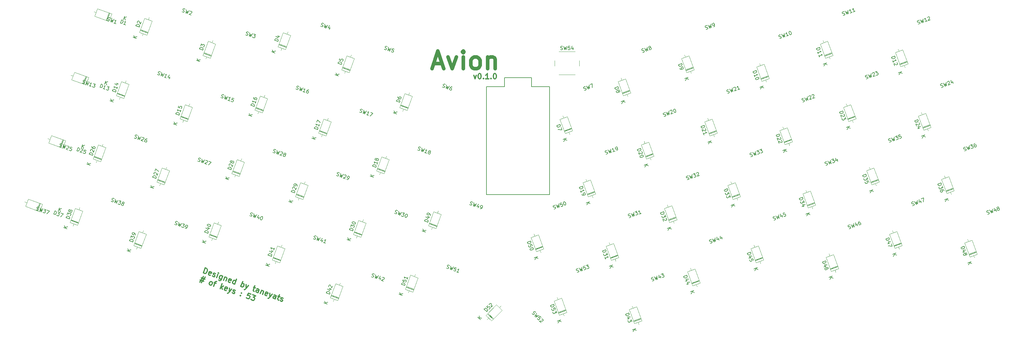
<source format=gto>
G04 #@! TF.GenerationSoftware,KiCad,Pcbnew,(5.1.0)-1*
G04 #@! TF.CreationDate,2019-05-23T12:13:00+09:00*
G04 #@! TF.ProjectId,lasprema,6c617370-7265-46d6-912e-6b696361645f,rev?*
G04 #@! TF.SameCoordinates,Original*
G04 #@! TF.FileFunction,Legend,Top*
G04 #@! TF.FilePolarity,Positive*
%FSLAX46Y46*%
G04 Gerber Fmt 4.6, Leading zero omitted, Abs format (unit mm)*
G04 Created by KiCad (PCBNEW (5.1.0)-1) date 2019-05-23 12:13:00*
%MOMM*%
%LPD*%
G04 APERTURE LIST*
%ADD10C,0.300000*%
%ADD11C,1.000000*%
%ADD12C,0.120000*%
%ADD13C,0.150000*%
G04 APERTURE END LIST*
D10*
X129301035Y-161835546D02*
X129814065Y-160426007D01*
X130149670Y-160548157D01*
X130326602Y-160688568D01*
X130411984Y-160871670D01*
X130430245Y-161030342D01*
X130399646Y-161323255D01*
X130326356Y-161524618D01*
X130161515Y-161768672D01*
X130045534Y-161878483D01*
X129862432Y-161963865D01*
X129636639Y-161957696D01*
X129301035Y-161835546D01*
X131271971Y-162476895D02*
X131113299Y-162495156D01*
X130844816Y-162397436D01*
X130735004Y-162281455D01*
X130716743Y-162122784D01*
X130912183Y-161585816D01*
X131028164Y-161476005D01*
X131186836Y-161457744D01*
X131455319Y-161555464D01*
X131565131Y-161671445D01*
X131583392Y-161830116D01*
X131534532Y-161964358D01*
X130814463Y-161854300D01*
X131876059Y-162696766D02*
X131985871Y-162812746D01*
X132254355Y-162910466D01*
X132413026Y-162892206D01*
X132529007Y-162782394D01*
X132553437Y-162715273D01*
X132535177Y-162556601D01*
X132425365Y-162440620D01*
X132224002Y-162367330D01*
X132114190Y-162251349D01*
X132095929Y-162092677D01*
X132120359Y-162025557D01*
X132236340Y-161915745D01*
X132395012Y-161897484D01*
X132596375Y-161970774D01*
X132706187Y-162086755D01*
X133059805Y-163203627D02*
X133401826Y-162263934D01*
X133572836Y-161794088D02*
X133481285Y-161836779D01*
X133523976Y-161928329D01*
X133615527Y-161885639D01*
X133572836Y-161794088D01*
X133523976Y-161928329D01*
X134677123Y-162728104D02*
X134261813Y-163869160D01*
X134145832Y-163978971D01*
X134054281Y-164021662D01*
X133895609Y-164039923D01*
X133694246Y-163966633D01*
X133584434Y-163850652D01*
X134359533Y-163600676D02*
X134200861Y-163618937D01*
X133932377Y-163521217D01*
X133822565Y-163405236D01*
X133779874Y-163313685D01*
X133761614Y-163155013D01*
X133908194Y-162752288D01*
X134024175Y-162642476D01*
X134115726Y-162599785D01*
X134274397Y-162581524D01*
X134542881Y-162679244D01*
X134652693Y-162795225D01*
X135348332Y-162972404D02*
X135006312Y-163912097D01*
X135299472Y-163106646D02*
X135391023Y-163063955D01*
X135549694Y-163045694D01*
X135751057Y-163118984D01*
X135860869Y-163234965D01*
X135879130Y-163393637D01*
X135610400Y-164131967D01*
X136843006Y-164504586D02*
X136684334Y-164522847D01*
X136415851Y-164425127D01*
X136306039Y-164309146D01*
X136287778Y-164150474D01*
X136483218Y-163613507D01*
X136599199Y-163503695D01*
X136757871Y-163485435D01*
X137026354Y-163583155D01*
X137136166Y-163699135D01*
X137154427Y-163857807D01*
X137105567Y-163992049D01*
X136385498Y-163881991D01*
X138093873Y-165035877D02*
X138606903Y-163626338D01*
X138118303Y-164968756D02*
X137959631Y-164987017D01*
X137691148Y-164889297D01*
X137581336Y-164773316D01*
X137538645Y-164681765D01*
X137520384Y-164523094D01*
X137666964Y-164120368D01*
X137782945Y-164010556D01*
X137874496Y-163967866D01*
X138033168Y-163949605D01*
X138301651Y-164047325D01*
X138411463Y-164163306D01*
X139839017Y-165671058D02*
X140352047Y-164261519D01*
X140156607Y-164798486D02*
X140315278Y-164780225D01*
X140583762Y-164877945D01*
X140693574Y-164993926D01*
X140736265Y-165085477D01*
X140754526Y-165244149D01*
X140607946Y-165646874D01*
X140491965Y-165756686D01*
X140400414Y-165799377D01*
X140241742Y-165817638D01*
X139973258Y-165719918D01*
X139863447Y-165603937D01*
X141322092Y-165146675D02*
X141315676Y-166208518D01*
X141993301Y-165390975D02*
X141315676Y-166208518D01*
X141059284Y-166495262D01*
X140967734Y-166537953D01*
X140809062Y-166556214D01*
X143402840Y-165904006D02*
X143939807Y-166099446D01*
X143775213Y-165507449D02*
X143335473Y-166715625D01*
X143353733Y-166874297D01*
X143463545Y-166990278D01*
X143597787Y-167039138D01*
X144671721Y-167430018D02*
X144940452Y-166691688D01*
X144922191Y-166533017D01*
X144812379Y-166417036D01*
X144543895Y-166319316D01*
X144385223Y-166337577D01*
X144696151Y-167362897D02*
X144537480Y-167381158D01*
X144201875Y-167259008D01*
X144092063Y-167143027D01*
X144073802Y-166984356D01*
X144122662Y-166850114D01*
X144238643Y-166740302D01*
X144397315Y-166722041D01*
X144732920Y-166844191D01*
X144891592Y-166825930D01*
X145684951Y-166734626D02*
X145342930Y-167674318D01*
X145636091Y-166868868D02*
X145727641Y-166826177D01*
X145886313Y-166807916D01*
X146087676Y-166881206D01*
X146197488Y-166997187D01*
X146215749Y-167155859D01*
X145947019Y-167894189D01*
X147179625Y-168266808D02*
X147020953Y-168285069D01*
X146752469Y-168187349D01*
X146642658Y-168071368D01*
X146624397Y-167912696D01*
X146819837Y-167375729D01*
X146935818Y-167265917D01*
X147094490Y-167247656D01*
X147362973Y-167345376D01*
X147472785Y-167461357D01*
X147491046Y-167620029D01*
X147442186Y-167754271D01*
X146722117Y-167644212D01*
X148034182Y-167589676D02*
X148027766Y-168651519D01*
X148705391Y-167833976D02*
X148027766Y-168651519D01*
X147771375Y-168938263D01*
X147679824Y-168980954D01*
X147521152Y-168999215D01*
X149504426Y-169188979D02*
X149773156Y-168450649D01*
X149754896Y-168291977D01*
X149645084Y-168175996D01*
X149376600Y-168078276D01*
X149217928Y-168096537D01*
X149528856Y-169121858D02*
X149370185Y-169140119D01*
X149034580Y-169017969D01*
X148924768Y-168901988D01*
X148906507Y-168743316D01*
X148955367Y-168609075D01*
X149071348Y-168499263D01*
X149230020Y-168481002D01*
X149565625Y-168603152D01*
X149724296Y-168584891D01*
X150316293Y-168420297D02*
X150853260Y-168615737D01*
X150688666Y-168023740D02*
X150248925Y-169231917D01*
X150267186Y-169390588D01*
X150376998Y-169506569D01*
X150511240Y-169555429D01*
X150938395Y-169634888D02*
X151048207Y-169750869D01*
X151316691Y-169848589D01*
X151475362Y-169830329D01*
X151591343Y-169720517D01*
X151615773Y-169653396D01*
X151597513Y-169494724D01*
X151487701Y-169378743D01*
X151286338Y-169305453D01*
X151176526Y-169189472D01*
X151158265Y-169030800D01*
X151182695Y-168963679D01*
X151298676Y-168853868D01*
X151457348Y-168835607D01*
X151658711Y-168908897D01*
X151768523Y-169024878D01*
X128703783Y-163267639D02*
X129710597Y-163634090D01*
X129326379Y-162810131D02*
X128264043Y-164475816D01*
X129356485Y-164189318D02*
X128349671Y-163822868D01*
X128733889Y-164646826D02*
X129796225Y-162981141D01*
X131113720Y-165208962D02*
X131003908Y-165092982D01*
X130961217Y-165001431D01*
X130942956Y-164842759D01*
X131089537Y-164440033D01*
X131205517Y-164330222D01*
X131297068Y-164287531D01*
X131455740Y-164269270D01*
X131657103Y-164342560D01*
X131766915Y-164458541D01*
X131809606Y-164550092D01*
X131827866Y-164708764D01*
X131681286Y-165111489D01*
X131565305Y-165221301D01*
X131473755Y-165263992D01*
X131315083Y-165282252D01*
X131113720Y-165208962D01*
X132328312Y-164586860D02*
X132865279Y-164782300D01*
X132187654Y-165599843D02*
X132627395Y-164391666D01*
X132743376Y-164281855D01*
X132902047Y-164263594D01*
X133036289Y-164312454D01*
X134067040Y-166283883D02*
X134580070Y-164874344D01*
X134396722Y-165795776D02*
X134604007Y-166479323D01*
X134946027Y-165539630D02*
X134213620Y-165881157D01*
X135769492Y-166827512D02*
X135610820Y-166845773D01*
X135342337Y-166748053D01*
X135232525Y-166632072D01*
X135214264Y-166473400D01*
X135409704Y-165936433D01*
X135525685Y-165826621D01*
X135684357Y-165808360D01*
X135952841Y-165906081D01*
X136062652Y-166022061D01*
X136080913Y-166180733D01*
X136032053Y-166314975D01*
X135311984Y-166204917D01*
X136624050Y-166150381D02*
X136617634Y-167212223D01*
X137295259Y-166394681D02*
X136617634Y-167212223D01*
X136361242Y-167498968D01*
X136269691Y-167541659D01*
X136111019Y-167559920D01*
X137447515Y-167438263D02*
X137557327Y-167554243D01*
X137825810Y-167651963D01*
X137984482Y-167633703D01*
X138100463Y-167523891D01*
X138124893Y-167456770D01*
X138106632Y-167298098D01*
X137996820Y-167182117D01*
X137795458Y-167108827D01*
X137685646Y-166992846D01*
X137667385Y-166834174D01*
X137691815Y-166767053D01*
X137807796Y-166657242D01*
X137966468Y-166638981D01*
X138167830Y-166712271D01*
X138277642Y-166828252D01*
X139754055Y-168201762D02*
X139796746Y-168293313D01*
X139705195Y-168336004D01*
X139662505Y-168244453D01*
X139754055Y-168201762D01*
X139705195Y-168336004D01*
X140022786Y-167463432D02*
X140065476Y-167554983D01*
X139973926Y-167597674D01*
X139931235Y-167506123D01*
X140022786Y-167463432D01*
X139973926Y-167597674D01*
X142634578Y-167805945D02*
X141963369Y-167561645D01*
X141651948Y-168208424D01*
X141743499Y-168165733D01*
X141902171Y-168147472D01*
X142237775Y-168269622D01*
X142347587Y-168385603D01*
X142390278Y-168477154D01*
X142408539Y-168635826D01*
X142286389Y-168971431D01*
X142170408Y-169081242D01*
X142078857Y-169123933D01*
X141920185Y-169142194D01*
X141584581Y-169020044D01*
X141474769Y-168904063D01*
X141432078Y-168812512D01*
X143171545Y-168001385D02*
X144044117Y-168318975D01*
X143378831Y-168684933D01*
X143580193Y-168758223D01*
X143690005Y-168874204D01*
X143732696Y-168965754D01*
X143750957Y-169124426D01*
X143628807Y-169460031D01*
X143512826Y-169569843D01*
X143421275Y-169612533D01*
X143262603Y-169630794D01*
X142859878Y-169484214D01*
X142750066Y-169368233D01*
X142707375Y-169276682D01*
X205481125Y-106059092D02*
X205838268Y-107059092D01*
X206195411Y-106059092D01*
X207052553Y-105559092D02*
X207195411Y-105559092D01*
X207338268Y-105630521D01*
X207409696Y-105701949D01*
X207481125Y-105844806D01*
X207552553Y-106130521D01*
X207552553Y-106487663D01*
X207481125Y-106773378D01*
X207409696Y-106916235D01*
X207338268Y-106987663D01*
X207195411Y-107059092D01*
X207052553Y-107059092D01*
X206909696Y-106987663D01*
X206838268Y-106916235D01*
X206766839Y-106773378D01*
X206695411Y-106487663D01*
X206695411Y-106130521D01*
X206766839Y-105844806D01*
X206838268Y-105701949D01*
X206909696Y-105630521D01*
X207052553Y-105559092D01*
X208195411Y-106916235D02*
X208266839Y-106987663D01*
X208195411Y-107059092D01*
X208123982Y-106987663D01*
X208195411Y-106916235D01*
X208195411Y-107059092D01*
X209695411Y-107059092D02*
X208838268Y-107059092D01*
X209266839Y-107059092D02*
X209266839Y-105559092D01*
X209123982Y-105773378D01*
X208981125Y-105916235D01*
X208838268Y-105987663D01*
X210338268Y-106916235D02*
X210409696Y-106987663D01*
X210338268Y-107059092D01*
X210266839Y-106987663D01*
X210338268Y-106916235D01*
X210338268Y-107059092D01*
X211338268Y-105559092D02*
X211481125Y-105559092D01*
X211623982Y-105630521D01*
X211695411Y-105701949D01*
X211766839Y-105844806D01*
X211838268Y-106130521D01*
X211838268Y-106487663D01*
X211766839Y-106773378D01*
X211695411Y-106916235D01*
X211623982Y-106987663D01*
X211481125Y-107059092D01*
X211338268Y-107059092D01*
X211195411Y-106987663D01*
X211123982Y-106916235D01*
X211052553Y-106773378D01*
X210981125Y-106487663D01*
X210981125Y-106130521D01*
X211052553Y-105844806D01*
X211123982Y-105701949D01*
X211195411Y-105630521D01*
X211338268Y-105559092D01*
D11*
X194170886Y-102768853D02*
X196551838Y-102768853D01*
X193694695Y-104197424D02*
X195361362Y-99197424D01*
X197028029Y-104197424D01*
X198218505Y-100864091D02*
X199408981Y-104197424D01*
X200599457Y-100864091D01*
X202504219Y-104197424D02*
X202504219Y-100864091D01*
X202504219Y-99197424D02*
X202266124Y-99435520D01*
X202504219Y-99673615D01*
X202742314Y-99435520D01*
X202504219Y-99197424D01*
X202504219Y-99673615D01*
X205599457Y-104197424D02*
X205123267Y-103959329D01*
X204885171Y-103721234D01*
X204647076Y-103245043D01*
X204647076Y-101816472D01*
X204885171Y-101340281D01*
X205123267Y-101102186D01*
X205599457Y-100864091D01*
X206313743Y-100864091D01*
X206789933Y-101102186D01*
X207028029Y-101340281D01*
X207266124Y-101816472D01*
X207266124Y-103245043D01*
X207028029Y-103721234D01*
X206789933Y-103959329D01*
X206313743Y-104197424D01*
X205599457Y-104197424D01*
X209408981Y-100864091D02*
X209408981Y-104197424D01*
X209408981Y-101340281D02*
X209647076Y-101102186D01*
X210123267Y-100864091D01*
X210837552Y-100864091D01*
X211313743Y-101102186D01*
X211551838Y-101578377D01*
X211551838Y-104197424D01*
D12*
X235243817Y-103366716D02*
X235243817Y-101866716D01*
X233993817Y-99366716D02*
X229493817Y-99366716D01*
X228243817Y-101866716D02*
X228243817Y-103366716D01*
X229493817Y-105866716D02*
X233993817Y-105866716D01*
D13*
X226797975Y-139687514D02*
X209017975Y-139687514D01*
X226797975Y-109207514D02*
X226797975Y-139687514D01*
X221717975Y-109207514D02*
X226797975Y-109207514D01*
X221717975Y-106667514D02*
X221717975Y-109207514D01*
X214097975Y-106667514D02*
X221717975Y-106667514D01*
X214097975Y-109207514D02*
X214097975Y-106667514D01*
X209017975Y-109207514D02*
X214097975Y-109207514D01*
X209017975Y-109207514D02*
X209017975Y-139687514D01*
D12*
X102669727Y-90812190D02*
X103435852Y-88707278D01*
X103435852Y-88707278D02*
X99451555Y-87257113D01*
X99451555Y-87257113D02*
X98685430Y-89362024D01*
X98685430Y-89362024D02*
X102669727Y-90812190D01*
X103663590Y-89982047D02*
X103052789Y-89759734D01*
X98457693Y-88087255D02*
X99068493Y-88309569D01*
X101993148Y-90565935D02*
X102759273Y-88461024D01*
X101880385Y-90524893D02*
X102646510Y-88419981D01*
X102105911Y-90606978D02*
X102872036Y-88502066D01*
X111472638Y-93322471D02*
X113577550Y-94088596D01*
X111554723Y-93096945D02*
X113659635Y-93863070D01*
X111513681Y-93209708D02*
X113618592Y-93975833D01*
X113992361Y-89674253D02*
X113770047Y-90285053D01*
X112097569Y-94880150D02*
X112319882Y-94269349D01*
X112717592Y-89901990D02*
X111267426Y-93886287D01*
X114822503Y-90668115D02*
X112717592Y-89901990D01*
X113372338Y-94652412D02*
X114822503Y-90668115D01*
X111267426Y-93886287D02*
X113372338Y-94652412D01*
X129168568Y-100401767D02*
X131273480Y-101167892D01*
X131273480Y-101167892D02*
X132723645Y-97183595D01*
X132723645Y-97183595D02*
X130618734Y-96417470D01*
X130618734Y-96417470D02*
X129168568Y-100401767D01*
X129998711Y-101395630D02*
X130221024Y-100784829D01*
X131893503Y-96189733D02*
X131671189Y-96800533D01*
X129414823Y-99725188D02*
X131519734Y-100491313D01*
X129455865Y-99612425D02*
X131560777Y-100378550D01*
X129373780Y-99837951D02*
X131478692Y-100604076D01*
X150532667Y-97402864D02*
X152637579Y-98168989D01*
X150614752Y-97177338D02*
X152719664Y-97943463D01*
X150573710Y-97290101D02*
X152678621Y-98056226D01*
X153052390Y-93754646D02*
X152830076Y-94365446D01*
X151157598Y-98960543D02*
X151379911Y-98349742D01*
X151777621Y-93982383D02*
X150327455Y-97966680D01*
X153882532Y-94748508D02*
X151777621Y-93982383D01*
X152432367Y-98732805D02*
X153882532Y-94748508D01*
X150327455Y-97966680D02*
X152432367Y-98732805D01*
X168228600Y-104482160D02*
X170333512Y-105248285D01*
X170333512Y-105248285D02*
X171783677Y-101263988D01*
X171783677Y-101263988D02*
X169678766Y-100497863D01*
X169678766Y-100497863D02*
X168228600Y-104482160D01*
X169058743Y-105476023D02*
X169281056Y-104865222D01*
X170953535Y-100270126D02*
X170731221Y-100880926D01*
X168474855Y-103805581D02*
X170579766Y-104571706D01*
X168515897Y-103692818D02*
X170620809Y-104458943D01*
X168433812Y-103918344D02*
X170538724Y-104684469D01*
X184814670Y-114610765D02*
X186919582Y-115376890D01*
X184896755Y-114385239D02*
X187001667Y-115151364D01*
X184855713Y-114498002D02*
X186960624Y-115264127D01*
X187334393Y-110962547D02*
X187112079Y-111573347D01*
X185439601Y-116168444D02*
X185661914Y-115557643D01*
X186059624Y-111190284D02*
X184609458Y-115174581D01*
X188164535Y-111956409D02*
X186059624Y-111190284D01*
X186714370Y-115940706D02*
X188164535Y-111956409D01*
X184609458Y-115174581D02*
X186714370Y-115940706D01*
X230990790Y-121894289D02*
X233095702Y-121128164D01*
X230908705Y-121668763D02*
X233013617Y-120902638D01*
X230949748Y-121781526D02*
X233054659Y-121015401D01*
X230575979Y-117479946D02*
X230798293Y-118090746D01*
X232470771Y-122685843D02*
X232248458Y-122075042D01*
X229745837Y-118473808D02*
X231196002Y-122458105D01*
X231850748Y-117707683D02*
X229745837Y-118473808D01*
X233300914Y-121691980D02*
X231850748Y-117707683D01*
X231196002Y-122458105D02*
X233300914Y-121691980D01*
X247576867Y-111765686D02*
X249681779Y-110999561D01*
X249681779Y-110999561D02*
X248231613Y-107015264D01*
X248231613Y-107015264D02*
X246126702Y-107781389D01*
X246126702Y-107781389D02*
X247576867Y-111765686D01*
X248851636Y-111993424D02*
X248629323Y-111382623D01*
X246956844Y-106787527D02*
X247179158Y-107398327D01*
X247330613Y-111089107D02*
X249435524Y-110322982D01*
X247289570Y-110976344D02*
X249394482Y-110210219D01*
X247371655Y-111201870D02*
X249476567Y-110435745D01*
X265272796Y-104686386D02*
X267377708Y-103920261D01*
X265190711Y-104460860D02*
X267295623Y-103694735D01*
X265231754Y-104573623D02*
X267336665Y-103807498D01*
X264857985Y-100272043D02*
X265080299Y-100882843D01*
X266752777Y-105477940D02*
X266530464Y-104867139D01*
X264027843Y-101265905D02*
X265478008Y-105250202D01*
X266132754Y-100499780D02*
X264027843Y-101265905D01*
X267582920Y-104484077D02*
X266132754Y-100499780D01*
X265478008Y-105250202D02*
X267582920Y-104484077D01*
X286636897Y-107685287D02*
X288741809Y-106919162D01*
X288741809Y-106919162D02*
X287291643Y-102934865D01*
X287291643Y-102934865D02*
X285186732Y-103700990D01*
X285186732Y-103700990D02*
X286636897Y-107685287D01*
X287911666Y-107913025D02*
X287689353Y-107302224D01*
X286016874Y-102707128D02*
X286239188Y-103317928D01*
X286390643Y-107008708D02*
X288495554Y-106242583D01*
X286349600Y-106895945D02*
X288454512Y-106129820D01*
X286431685Y-107121471D02*
X288536597Y-106355346D01*
X304332827Y-100605991D02*
X306437739Y-99839866D01*
X304250742Y-100380465D02*
X306355654Y-99614340D01*
X304291785Y-100493228D02*
X306396696Y-99727103D01*
X303918016Y-96191648D02*
X304140330Y-96802448D01*
X305812808Y-101397545D02*
X305590495Y-100786744D01*
X303087874Y-97185510D02*
X304538039Y-101169807D01*
X305192785Y-96419385D02*
X303087874Y-97185510D01*
X306642951Y-100403682D02*
X305192785Y-96419385D01*
X304538039Y-101169807D02*
X306642951Y-100403682D01*
X325696922Y-103604900D02*
X327801834Y-102838775D01*
X327801834Y-102838775D02*
X326351668Y-98854478D01*
X326351668Y-98854478D02*
X324246757Y-99620603D01*
X324246757Y-99620603D02*
X325696922Y-103604900D01*
X326971691Y-103832638D02*
X326749378Y-103221837D01*
X325076899Y-98626741D02*
X325299213Y-99237541D01*
X325450668Y-102928321D02*
X327555579Y-102162196D01*
X325409625Y-102815558D02*
X327514537Y-102049433D01*
X325491710Y-103041084D02*
X327596622Y-102274959D01*
X95590426Y-108508123D02*
X96356551Y-106403211D01*
X95364900Y-108426038D02*
X96131025Y-106321126D01*
X95477663Y-108467080D02*
X96243788Y-106362169D01*
X91942208Y-105988400D02*
X92553008Y-106210714D01*
X97148105Y-107883192D02*
X96537304Y-107660879D01*
X92169945Y-107263169D02*
X96154242Y-108713335D01*
X92936070Y-105158258D02*
X92169945Y-107263169D01*
X96920367Y-106608423D02*
X92936070Y-105158258D01*
X96154242Y-108713335D02*
X96920367Y-106608423D01*
X104751938Y-111787426D02*
X106856850Y-112553551D01*
X106856850Y-112553551D02*
X108307015Y-108569254D01*
X108307015Y-108569254D02*
X106202104Y-107803129D01*
X106202104Y-107803129D02*
X104751938Y-111787426D01*
X105582081Y-112781289D02*
X105804394Y-112170488D01*
X107476873Y-107575392D02*
X107254559Y-108186192D01*
X104998193Y-111110847D02*
X107103104Y-111876972D01*
X105039235Y-110998084D02*
X107144147Y-111764209D01*
X104957150Y-111223610D02*
X107062062Y-111989735D01*
X122858291Y-117739093D02*
X124963203Y-118505218D01*
X122940376Y-117513567D02*
X125045288Y-118279692D01*
X122899334Y-117626330D02*
X125004245Y-118392455D01*
X125378014Y-114090875D02*
X125155700Y-114701675D01*
X123483222Y-119296772D02*
X123705535Y-118685971D01*
X124103245Y-114318612D02*
X122653079Y-118302909D01*
X126208156Y-115084737D02*
X124103245Y-114318612D01*
X124757991Y-119069034D02*
X126208156Y-115084737D01*
X122653079Y-118302909D02*
X124757991Y-119069034D01*
X143811967Y-115867825D02*
X145916879Y-116633950D01*
X145916879Y-116633950D02*
X147367044Y-112649653D01*
X147367044Y-112649653D02*
X145262133Y-111883528D01*
X145262133Y-111883528D02*
X143811967Y-115867825D01*
X144642110Y-116861688D02*
X144864423Y-116250887D01*
X146536902Y-111655791D02*
X146314588Y-112266591D01*
X144058222Y-115191246D02*
X146163133Y-115957371D01*
X144099264Y-115078483D02*
X146204176Y-115844608D01*
X144017179Y-115304009D02*
X146122091Y-116070134D01*
X161918324Y-121819490D02*
X164023236Y-122585615D01*
X162000409Y-121593964D02*
X164105321Y-122360089D01*
X161959367Y-121706727D02*
X164064278Y-122472852D01*
X164438047Y-118171272D02*
X164215733Y-118782072D01*
X162543255Y-123377169D02*
X162765568Y-122766368D01*
X163163278Y-118399009D02*
X161713112Y-122383306D01*
X165268189Y-119165134D02*
X163163278Y-118399009D01*
X163818024Y-123149431D02*
X165268189Y-119165134D01*
X161713112Y-122383306D02*
X163818024Y-123149431D01*
X178093979Y-133075719D02*
X180198891Y-133841844D01*
X180198891Y-133841844D02*
X181649056Y-129857547D01*
X181649056Y-129857547D02*
X179544145Y-129091422D01*
X179544145Y-129091422D02*
X178093979Y-133075719D01*
X178924122Y-134069582D02*
X179146435Y-133458781D01*
X180818914Y-128863685D02*
X180596600Y-129474485D01*
X178340234Y-132399140D02*
X180445145Y-133165265D01*
X178381276Y-132286377D02*
X180486188Y-133052502D01*
X178299191Y-132511903D02*
X180404103Y-133278028D01*
X237506273Y-139795427D02*
X239611185Y-139029302D01*
X237424188Y-139569901D02*
X239529100Y-138803776D01*
X237465231Y-139682664D02*
X239570142Y-138916539D01*
X237091462Y-135381084D02*
X237313776Y-135991884D01*
X238986254Y-140586981D02*
X238763941Y-139976180D01*
X236261320Y-136374946D02*
X237711485Y-140359243D01*
X238366231Y-135608821D02*
X236261320Y-136374946D01*
X239816397Y-139593118D02*
X238366231Y-135608821D01*
X237711485Y-140359243D02*
X239816397Y-139593118D01*
X254092342Y-129666830D02*
X256197254Y-128900705D01*
X256197254Y-128900705D02*
X254747088Y-124916408D01*
X254747088Y-124916408D02*
X252642177Y-125682533D01*
X252642177Y-125682533D02*
X254092342Y-129666830D01*
X255367111Y-129894568D02*
X255144798Y-129283767D01*
X253472319Y-124688671D02*
X253694633Y-125299471D01*
X253846088Y-128990251D02*
X255950999Y-128224126D01*
X253805045Y-128877488D02*
X255909957Y-128111363D01*
X253887130Y-129103014D02*
X255992042Y-128336889D01*
X271993489Y-123151347D02*
X274098401Y-122385222D01*
X274098401Y-122385222D02*
X272648235Y-118400925D01*
X272648235Y-118400925D02*
X270543324Y-119167050D01*
X270543324Y-119167050D02*
X271993489Y-123151347D01*
X273268258Y-123379085D02*
X273045945Y-122768284D01*
X271373466Y-118173188D02*
X271595780Y-118783988D01*
X271747235Y-122474768D02*
X273852146Y-121708643D01*
X271706192Y-122362005D02*
X273811104Y-121595880D01*
X271788277Y-122587531D02*
X273893189Y-121821406D01*
X292947162Y-125022618D02*
X295052074Y-124256493D01*
X292865077Y-124797092D02*
X294969989Y-124030967D01*
X292906120Y-124909855D02*
X295011031Y-124143730D01*
X292532351Y-120608275D02*
X292754665Y-121219075D01*
X294427143Y-125814172D02*
X294204830Y-125203371D01*
X291702209Y-121602137D02*
X293152374Y-125586434D01*
X293807120Y-120836012D02*
X291702209Y-121602137D01*
X295257286Y-124820309D02*
X293807120Y-120836012D01*
X293152374Y-125586434D02*
X295257286Y-124820309D01*
X311053519Y-119070950D02*
X313158431Y-118304825D01*
X313158431Y-118304825D02*
X311708265Y-114320528D01*
X311708265Y-114320528D02*
X309603354Y-115086653D01*
X309603354Y-115086653D02*
X311053519Y-119070950D01*
X312328288Y-119298688D02*
X312105975Y-118687887D01*
X310433496Y-114092791D02*
X310655810Y-114703591D01*
X310807265Y-118394371D02*
X312912176Y-117628246D01*
X310766222Y-118281608D02*
X312871134Y-117515483D01*
X310848307Y-118507134D02*
X312953219Y-117741009D01*
X332007199Y-120942226D02*
X334112111Y-120176101D01*
X331925114Y-120716700D02*
X334030026Y-119950575D01*
X331966157Y-120829463D02*
X334071068Y-120063338D01*
X331592388Y-116527883D02*
X331814702Y-117138683D01*
X333487180Y-121733780D02*
X333264867Y-121122979D01*
X330762246Y-117521745D02*
X332212411Y-121506042D01*
X332867157Y-116755620D02*
X330762246Y-117521745D01*
X334317323Y-120739917D02*
X332867157Y-116755620D01*
X332212411Y-121506042D02*
X334317323Y-120739917D01*
X89638759Y-126614479D02*
X90404884Y-124509567D01*
X90404884Y-124509567D02*
X86420587Y-123059402D01*
X86420587Y-123059402D02*
X85654462Y-125164313D01*
X85654462Y-125164313D02*
X89638759Y-126614479D01*
X90632622Y-125784336D02*
X90021821Y-125562023D01*
X85426725Y-123889544D02*
X86037525Y-124111858D01*
X88962180Y-126368224D02*
X89728305Y-124263313D01*
X88849417Y-126327182D02*
X89615542Y-124222270D01*
X89074943Y-126409267D02*
X89841068Y-124304355D01*
X98441667Y-129124757D02*
X100546579Y-129890882D01*
X98523752Y-128899231D02*
X100628664Y-129665356D01*
X98482710Y-129011994D02*
X100587621Y-129778119D01*
X100961390Y-125476539D02*
X100739076Y-126087339D01*
X99066598Y-130682436D02*
X99288911Y-130071635D01*
X99686621Y-125704276D02*
X98236455Y-129688573D01*
X101791532Y-126470401D02*
X99686621Y-125704276D01*
X100341367Y-130454698D02*
X101791532Y-126470401D01*
X98236455Y-129688573D02*
X100341367Y-130454698D01*
X116137597Y-136204056D02*
X118242509Y-136970181D01*
X118242509Y-136970181D02*
X119692674Y-132985884D01*
X119692674Y-132985884D02*
X117587763Y-132219759D01*
X117587763Y-132219759D02*
X116137597Y-136204056D01*
X116967740Y-137197919D02*
X117190053Y-136587118D01*
X118862532Y-131992022D02*
X118640218Y-132602822D01*
X116383852Y-135527477D02*
X118488763Y-136293602D01*
X116424894Y-135414714D02*
X118529806Y-136180839D01*
X116342809Y-135640240D02*
X118447721Y-136406365D01*
X137501698Y-133205150D02*
X139606610Y-133971275D01*
X137583783Y-132979624D02*
X139688695Y-133745749D01*
X137542741Y-133092387D02*
X139647652Y-133858512D01*
X140021421Y-129556932D02*
X139799107Y-130167732D01*
X138126629Y-134762829D02*
X138348942Y-134152028D01*
X138746652Y-129784669D02*
X137296486Y-133768966D01*
X140851563Y-130550794D02*
X138746652Y-129784669D01*
X139401398Y-134535091D02*
X140851563Y-130550794D01*
X137296486Y-133768966D02*
X139401398Y-134535091D01*
X155197628Y-140284451D02*
X157302540Y-141050576D01*
X157302540Y-141050576D02*
X158752705Y-137066279D01*
X158752705Y-137066279D02*
X156647794Y-136300154D01*
X156647794Y-136300154D02*
X155197628Y-140284451D01*
X156027771Y-141278314D02*
X156250084Y-140667513D01*
X157922563Y-136072417D02*
X157700249Y-136683217D01*
X155443883Y-139607872D02*
X157548794Y-140373997D01*
X155484925Y-139495109D02*
X157589837Y-140261234D01*
X155402840Y-139720635D02*
X157507752Y-140486760D01*
X171783708Y-150413055D02*
X173888620Y-151179180D01*
X171865793Y-150187529D02*
X173970705Y-150953654D01*
X171824751Y-150300292D02*
X173929662Y-151066417D01*
X174303431Y-146764837D02*
X174081117Y-147375637D01*
X172408639Y-151970734D02*
X172630952Y-151359933D01*
X173028662Y-146992574D02*
X171578496Y-150976871D01*
X175133573Y-147758699D02*
X173028662Y-146992574D01*
X173683408Y-151742996D02*
X175133573Y-147758699D01*
X171578496Y-150976871D02*
X173683408Y-151742996D01*
X244021756Y-157696576D02*
X246126668Y-156930451D01*
X243939671Y-157471050D02*
X246044583Y-156704925D01*
X243980714Y-157583813D02*
X246085625Y-156817688D01*
X243606945Y-153282233D02*
X243829259Y-153893033D01*
X245501737Y-158488130D02*
X245279424Y-157877329D01*
X242776803Y-154276095D02*
X244226968Y-158260392D01*
X244881714Y-153509970D02*
X242776803Y-154276095D01*
X246331880Y-157494267D02*
X244881714Y-153509970D01*
X244226968Y-158260392D02*
X246331880Y-157494267D01*
X260607832Y-147567973D02*
X262712744Y-146801848D01*
X262712744Y-146801848D02*
X261262578Y-142817551D01*
X261262578Y-142817551D02*
X259157667Y-143583676D01*
X259157667Y-143583676D02*
X260607832Y-147567973D01*
X261882601Y-147795711D02*
X261660288Y-147184910D01*
X259987809Y-142589814D02*
X260210123Y-143200614D01*
X260361578Y-146891394D02*
X262466489Y-146125269D01*
X260320535Y-146778631D02*
X262425447Y-146012506D01*
X260402620Y-147004157D02*
X262507532Y-146238032D01*
X278508974Y-141052490D02*
X280613886Y-140286365D01*
X280613886Y-140286365D02*
X279163720Y-136302068D01*
X279163720Y-136302068D02*
X277058809Y-137068193D01*
X277058809Y-137068193D02*
X278508974Y-141052490D01*
X279783743Y-141280228D02*
X279561430Y-140669427D01*
X277888951Y-136074331D02*
X278111265Y-136685131D01*
X278262720Y-140375911D02*
X280367631Y-139609786D01*
X278221677Y-140263148D02*
X280326589Y-139497023D01*
X278303762Y-140488674D02*
X280408674Y-139722549D01*
X299667860Y-143487579D02*
X301772772Y-142721454D01*
X301772772Y-142721454D02*
X300322606Y-138737157D01*
X300322606Y-138737157D02*
X298217695Y-139503282D01*
X298217695Y-139503282D02*
X299667860Y-143487579D01*
X300942629Y-143715317D02*
X300720316Y-143104516D01*
X299047837Y-138509420D02*
X299270151Y-139120220D01*
X299421606Y-142811000D02*
X301526517Y-142044875D01*
X299380563Y-142698237D02*
X301485475Y-141932112D01*
X299462648Y-142923763D02*
X301567560Y-142157638D01*
X317363796Y-136408278D02*
X319468708Y-135642153D01*
X317281711Y-136182752D02*
X319386623Y-135416627D01*
X317322754Y-136295515D02*
X319427665Y-135529390D01*
X316948985Y-131993935D02*
X317171299Y-132604735D01*
X318843777Y-137199832D02*
X318621464Y-136589031D01*
X316118843Y-132987797D02*
X317569008Y-136972094D01*
X318223754Y-132221672D02*
X316118843Y-132987797D01*
X319673920Y-136205969D02*
X318223754Y-132221672D01*
X317569008Y-136972094D02*
X319673920Y-136205969D01*
X338727892Y-139407188D02*
X340832804Y-138641063D01*
X340832804Y-138641063D02*
X339382638Y-134656766D01*
X339382638Y-134656766D02*
X337277727Y-135422891D01*
X337277727Y-135422891D02*
X338727892Y-139407188D01*
X340002661Y-139634926D02*
X339780348Y-139024125D01*
X338107869Y-134429029D02*
X338330183Y-135039829D01*
X338481638Y-138730609D02*
X340586549Y-137964484D01*
X338440595Y-138617846D02*
X340545507Y-137851721D01*
X338522680Y-138843372D02*
X340627592Y-138077247D01*
X82559458Y-144310410D02*
X83325583Y-142205498D01*
X82333932Y-144228325D02*
X83100057Y-142123413D01*
X82446695Y-144269367D02*
X83212820Y-142164456D01*
X78911240Y-141790687D02*
X79522040Y-142013001D01*
X84117137Y-143685479D02*
X83506336Y-143463166D01*
X79138977Y-143065456D02*
X83123274Y-144515622D01*
X79905102Y-140960545D02*
X79138977Y-143065456D01*
X83889399Y-142410710D02*
X79905102Y-140960545D01*
X83123274Y-144515622D02*
X83889399Y-142410710D01*
X91720973Y-147589720D02*
X93825885Y-148355845D01*
X93825885Y-148355845D02*
X95276050Y-144371548D01*
X95276050Y-144371548D02*
X93171139Y-143605423D01*
X93171139Y-143605423D02*
X91720973Y-147589720D01*
X92551116Y-148583583D02*
X92773429Y-147972782D01*
X94445908Y-143377686D02*
X94223594Y-143988486D01*
X91967228Y-146913141D02*
X94072139Y-147679266D01*
X92008270Y-146800378D02*
X94113182Y-147566503D01*
X91926185Y-147025904D02*
X94031097Y-147792029D01*
X109827325Y-153541383D02*
X111932237Y-154307508D01*
X109909410Y-153315857D02*
X112014322Y-154081982D01*
X109868368Y-153428620D02*
X111973279Y-154194745D01*
X112347048Y-149893165D02*
X112124734Y-150503965D01*
X110452256Y-155099062D02*
X110674569Y-154488261D01*
X111072279Y-150120902D02*
X109622113Y-154105199D01*
X113177190Y-150887027D02*
X111072279Y-150120902D01*
X111727025Y-154871324D02*
X113177190Y-150887027D01*
X109622113Y-154105199D02*
X111727025Y-154871324D01*
X130780999Y-151670113D02*
X132885911Y-152436238D01*
X132885911Y-152436238D02*
X134336076Y-148451941D01*
X134336076Y-148451941D02*
X132231165Y-147685816D01*
X132231165Y-147685816D02*
X130780999Y-151670113D01*
X131611142Y-152663976D02*
X131833455Y-152053175D01*
X133505934Y-147458079D02*
X133283620Y-148068879D01*
X131027254Y-150993534D02*
X133132165Y-151759659D01*
X131068296Y-150880771D02*
X133173208Y-151646896D01*
X130986211Y-151106297D02*
X133091123Y-151872422D01*
X148887356Y-157621782D02*
X150992268Y-158387907D01*
X148969441Y-157396256D02*
X151074353Y-158162381D01*
X148928399Y-157509019D02*
X151033310Y-158275144D01*
X151407079Y-153973564D02*
X151184765Y-154584364D01*
X149512287Y-159179461D02*
X149734600Y-158568660D01*
X150132310Y-154201301D02*
X148682144Y-158185598D01*
X152237221Y-154967426D02*
X150132310Y-154201301D01*
X150787056Y-158951723D02*
X152237221Y-154967426D01*
X148682144Y-158185598D02*
X150787056Y-158951723D01*
X165063010Y-168878012D02*
X167167922Y-169644137D01*
X167167922Y-169644137D02*
X168618087Y-165659840D01*
X168618087Y-165659840D02*
X166513176Y-164893715D01*
X166513176Y-164893715D02*
X165063010Y-168878012D01*
X165893153Y-169871875D02*
X166115466Y-169261074D01*
X167787945Y-164665978D02*
X167565631Y-165276778D01*
X165309265Y-168201433D02*
X167414176Y-168967558D01*
X165350307Y-168088670D02*
X167455219Y-168854795D01*
X165268222Y-168314196D02*
X167373134Y-169080321D01*
X250537236Y-175597718D02*
X252642148Y-174831593D01*
X250455151Y-175372192D02*
X252560063Y-174606067D01*
X250496194Y-175484955D02*
X252601105Y-174718830D01*
X250122425Y-171183375D02*
X250344739Y-171794175D01*
X252017217Y-176389272D02*
X251794904Y-175778471D01*
X249292283Y-172177237D02*
X250742448Y-176161534D01*
X251397194Y-171411112D02*
X249292283Y-172177237D01*
X252847360Y-175395409D02*
X251397194Y-171411112D01*
X250742448Y-176161534D02*
X252847360Y-175395409D01*
X266918103Y-164905301D02*
X269023015Y-164139176D01*
X266836018Y-164679775D02*
X268940930Y-163913650D01*
X266877061Y-164792538D02*
X268981972Y-164026413D01*
X266503292Y-160490958D02*
X266725606Y-161101758D01*
X268398084Y-165696855D02*
X268175771Y-165086054D01*
X265673150Y-161484820D02*
X267123315Y-165469117D01*
X267778061Y-160718695D02*
X265673150Y-161484820D01*
X269228227Y-164702992D02*
X267778061Y-160718695D01*
X267123315Y-165469117D02*
X269228227Y-164702992D01*
X285024459Y-158953636D02*
X287129371Y-158187511D01*
X287129371Y-158187511D02*
X285679205Y-154203214D01*
X285679205Y-154203214D02*
X283574294Y-154969339D01*
X283574294Y-154969339D02*
X285024459Y-158953636D01*
X286299228Y-159181374D02*
X286076915Y-158570573D01*
X284404436Y-153975477D02*
X284626750Y-154586277D01*
X284778205Y-158277057D02*
X286883116Y-157510932D01*
X284737162Y-158164294D02*
X286842074Y-157398169D01*
X284819247Y-158389820D02*
X286924159Y-157623695D01*
X306183351Y-161388725D02*
X308288263Y-160622600D01*
X308288263Y-160622600D02*
X306838097Y-156638303D01*
X306838097Y-156638303D02*
X304733186Y-157404428D01*
X304733186Y-157404428D02*
X306183351Y-161388725D01*
X307458120Y-161616463D02*
X307235807Y-161005662D01*
X305563328Y-156410566D02*
X305785642Y-157021366D01*
X305937097Y-160712146D02*
X308042008Y-159946021D01*
X305896054Y-160599383D02*
X308000966Y-159833258D01*
X305978139Y-160824909D02*
X308083051Y-160058784D01*
X323879276Y-154309427D02*
X325984188Y-153543302D01*
X323797191Y-154083901D02*
X325902103Y-153317776D01*
X323838234Y-154196664D02*
X325943145Y-153430539D01*
X323464465Y-149895084D02*
X323686779Y-150505884D01*
X325359257Y-155100981D02*
X325136944Y-154490180D01*
X322634323Y-150888946D02*
X324084488Y-154873243D01*
X324739234Y-150122821D02*
X322634323Y-150888946D01*
X326189400Y-154107118D02*
X324739234Y-150122821D01*
X324084488Y-154873243D02*
X326189400Y-154107118D01*
X345243378Y-157308329D02*
X347348290Y-156542204D01*
X347348290Y-156542204D02*
X345898124Y-152557907D01*
X345898124Y-152557907D02*
X343793213Y-153324032D01*
X343793213Y-153324032D02*
X345243378Y-157308329D01*
X346518147Y-157536067D02*
X346295834Y-156925266D01*
X344623355Y-152330170D02*
X344845669Y-152940970D01*
X344997124Y-156631750D02*
X347102035Y-155865625D01*
X344956081Y-156518987D02*
X347060993Y-155752862D01*
X345038166Y-156744513D02*
X347143078Y-155978388D01*
X192942593Y-147977969D02*
X195047505Y-148744094D01*
X193024678Y-147752443D02*
X195129590Y-148518568D01*
X192983636Y-147865206D02*
X195088547Y-148631331D01*
X195462316Y-144329751D02*
X195240002Y-144940551D01*
X193567524Y-149535648D02*
X193789837Y-148924847D01*
X194187547Y-144557488D02*
X192737381Y-148541785D01*
X196292458Y-145323613D02*
X194187547Y-144557488D01*
X194842293Y-149307910D02*
X196292458Y-145323613D01*
X192737381Y-148541785D02*
X194842293Y-149307910D01*
X222862865Y-155261485D02*
X224967777Y-154495360D01*
X222780780Y-155035959D02*
X224885692Y-154269834D01*
X222821823Y-155148722D02*
X224926734Y-154382597D01*
X222448054Y-150847142D02*
X222670368Y-151457942D01*
X224342846Y-156053039D02*
X224120533Y-155442238D01*
X221617912Y-151841004D02*
X223068077Y-155825301D01*
X223722823Y-151074879D02*
X221617912Y-151841004D01*
X225172989Y-155059176D02*
X223722823Y-151074879D01*
X223068077Y-155825301D02*
X225172989Y-155059176D01*
X186427107Y-165879105D02*
X188532019Y-166645230D01*
X186509192Y-165653579D02*
X188614104Y-166419704D01*
X186468150Y-165766342D02*
X188573061Y-166532467D01*
X188946830Y-162230887D02*
X188724516Y-162841687D01*
X187052038Y-167436784D02*
X187274351Y-166825983D01*
X187672061Y-162458624D02*
X186221895Y-166442921D01*
X189776972Y-163224749D02*
X187672061Y-162458624D01*
X188326807Y-167209046D02*
X189776972Y-163224749D01*
X186221895Y-166442921D02*
X188326807Y-167209046D01*
X208870809Y-173810766D02*
X210454728Y-175394685D01*
X210454728Y-175394685D02*
X213452861Y-172396552D01*
X213452861Y-172396552D02*
X211868942Y-170812633D01*
X211868942Y-170812633D02*
X208870809Y-173810766D01*
X209203149Y-175062345D02*
X209662768Y-174602726D01*
X213120521Y-171144973D02*
X212660901Y-171604593D01*
X209379926Y-173301649D02*
X210963845Y-174885568D01*
X209464779Y-173216796D02*
X211048698Y-174800715D01*
X209295073Y-173386502D02*
X210878992Y-174970421D01*
X229583561Y-173726448D02*
X231688473Y-172960323D01*
X231688473Y-172960323D02*
X230238307Y-168976026D01*
X230238307Y-168976026D02*
X228133396Y-169742151D01*
X228133396Y-169742151D02*
X229583561Y-173726448D01*
X230858330Y-173954186D02*
X230636017Y-173343385D01*
X228963538Y-168748289D02*
X229185852Y-169359089D01*
X229337307Y-173049869D02*
X231442218Y-172283744D01*
X229296264Y-172937106D02*
X231401176Y-172170981D01*
X229378349Y-173162632D02*
X231483261Y-172396507D01*
D13*
X95175395Y-108233492D02*
X95293350Y-108327099D01*
X95517086Y-108408532D01*
X95622867Y-108396358D01*
X95683901Y-108367898D01*
X95761222Y-108294690D01*
X95793795Y-108205195D01*
X95781621Y-108099414D01*
X95753161Y-108038380D01*
X95679953Y-107961060D01*
X95517250Y-107851166D01*
X95444043Y-107773845D01*
X95415582Y-107712811D01*
X95403408Y-107607030D01*
X95435981Y-107517535D01*
X95513302Y-107444328D01*
X95574336Y-107415867D01*
X95680117Y-107403693D01*
X95903853Y-107485126D01*
X96021809Y-107578734D01*
X96351326Y-107647993D02*
X96233042Y-108669119D01*
X96656332Y-108063057D01*
X96591020Y-108799413D01*
X97156777Y-107941153D01*
X97664955Y-109190293D02*
X97127988Y-108994853D01*
X97396471Y-109092573D02*
X97738491Y-108152880D01*
X97600137Y-108254548D01*
X97478069Y-108311470D01*
X97372288Y-108323644D01*
X98320206Y-108364607D02*
X98901920Y-108576334D01*
X98458396Y-108820305D01*
X98592638Y-108869165D01*
X98665846Y-108946486D01*
X98694306Y-109007520D01*
X98706480Y-109113301D01*
X98625047Y-109337037D01*
X98547726Y-109410245D01*
X98486692Y-109438706D01*
X98380911Y-109450879D01*
X98112428Y-109353159D01*
X98039220Y-109275839D01*
X98010759Y-109214805D01*
X88659917Y-126130634D02*
X88777872Y-126224241D01*
X89001608Y-126305674D01*
X89107389Y-126293500D01*
X89168423Y-126265040D01*
X89245744Y-126191832D01*
X89278317Y-126102337D01*
X89266143Y-125996556D01*
X89237683Y-125935522D01*
X89164475Y-125858202D01*
X89001772Y-125748308D01*
X88928565Y-125670987D01*
X88900104Y-125609953D01*
X88887930Y-125504172D01*
X88920503Y-125414677D01*
X88997824Y-125341470D01*
X89058858Y-125313009D01*
X89164639Y-125300835D01*
X89388375Y-125382268D01*
X89506331Y-125475876D01*
X89835848Y-125545135D02*
X89717564Y-126566261D01*
X90140854Y-125960199D01*
X90075542Y-126696555D01*
X90641299Y-125838295D01*
X90921957Y-126041796D02*
X90982990Y-126013336D01*
X91088772Y-126001162D01*
X91312508Y-126082595D01*
X91385716Y-126159916D01*
X91414176Y-126220950D01*
X91426350Y-126326731D01*
X91393777Y-126416226D01*
X91300170Y-126534181D01*
X90567762Y-126875708D01*
X91149477Y-127087435D01*
X92341695Y-126457189D02*
X91894222Y-126294322D01*
X91686608Y-126725508D01*
X91747642Y-126697048D01*
X91853424Y-126684874D01*
X92077160Y-126766307D01*
X92150368Y-126843628D01*
X92178828Y-126904662D01*
X92191002Y-127010443D01*
X92109569Y-127234179D01*
X92032248Y-127307387D01*
X91971214Y-127335848D01*
X91865433Y-127348021D01*
X91641697Y-127266588D01*
X91568489Y-127189267D01*
X91540028Y-127128234D01*
X102138350Y-90495210D02*
X102256305Y-90588818D01*
X102480042Y-90670251D01*
X102585823Y-90658077D01*
X102646857Y-90629617D01*
X102724178Y-90556409D01*
X102756751Y-90466914D01*
X102744577Y-90361133D01*
X102716116Y-90300099D01*
X102642908Y-90222778D01*
X102480206Y-90112884D01*
X102406998Y-90035564D01*
X102378538Y-89974530D01*
X102366364Y-89868749D01*
X102398937Y-89779254D01*
X102476258Y-89706046D01*
X102537292Y-89677586D01*
X102643073Y-89665412D01*
X102866809Y-89746845D01*
X102984764Y-89840452D01*
X103314282Y-89909712D02*
X103195998Y-90930838D01*
X103619287Y-90324776D01*
X103553976Y-91061131D01*
X104119733Y-90202872D01*
X104627911Y-91452011D02*
X104090943Y-91256571D01*
X104359427Y-91354291D02*
X104701447Y-90414599D01*
X104563093Y-90516267D01*
X104441025Y-90573188D01*
X104335243Y-90585362D01*
X121204463Y-148116179D02*
X121322418Y-148209786D01*
X121546154Y-148291219D01*
X121651935Y-148279045D01*
X121712969Y-148250585D01*
X121790290Y-148177377D01*
X121822863Y-148087882D01*
X121810689Y-147982101D01*
X121782229Y-147921067D01*
X121709021Y-147843747D01*
X121546318Y-147733853D01*
X121473111Y-147656532D01*
X121444650Y-147595498D01*
X121432476Y-147489717D01*
X121465049Y-147400222D01*
X121542370Y-147327015D01*
X121603404Y-147298554D01*
X121709185Y-147286380D01*
X121932921Y-147367813D01*
X122050877Y-147461421D01*
X122380394Y-147530680D02*
X122262110Y-148551806D01*
X122685400Y-147945744D01*
X122620088Y-148682100D01*
X123185845Y-147823840D01*
X123454329Y-147921560D02*
X124036043Y-148133287D01*
X123592519Y-148377258D01*
X123726761Y-148426118D01*
X123799968Y-148503439D01*
X123828429Y-148564473D01*
X123840603Y-148670254D01*
X123759170Y-148893991D01*
X123681849Y-148967198D01*
X123620815Y-148995659D01*
X123515034Y-149007833D01*
X123246550Y-148910113D01*
X123173342Y-148832792D01*
X123144882Y-148771758D01*
X124141496Y-149235846D02*
X124320485Y-149300993D01*
X124426266Y-149288819D01*
X124487300Y-149260359D01*
X124625654Y-149158690D01*
X124735548Y-148995988D01*
X124865842Y-148638010D01*
X124853668Y-148532228D01*
X124825207Y-148471194D01*
X124751999Y-148393874D01*
X124573010Y-148328727D01*
X124467229Y-148340901D01*
X124406195Y-148369362D01*
X124328875Y-148442570D01*
X124247441Y-148666306D01*
X124259615Y-148772087D01*
X124288076Y-148833121D01*
X124361284Y-148910442D01*
X124540273Y-148975588D01*
X124646054Y-148963414D01*
X124707088Y-148934954D01*
X124784408Y-148861746D01*
X229934293Y-98771477D02*
X230077150Y-98819096D01*
X230315245Y-98819096D01*
X230410483Y-98771477D01*
X230458102Y-98723858D01*
X230505721Y-98628620D01*
X230505721Y-98533382D01*
X230458102Y-98438144D01*
X230410483Y-98390525D01*
X230315245Y-98342906D01*
X230124769Y-98295287D01*
X230029531Y-98247668D01*
X229981912Y-98200049D01*
X229934293Y-98104811D01*
X229934293Y-98009573D01*
X229981912Y-97914335D01*
X230029531Y-97866716D01*
X230124769Y-97819096D01*
X230362864Y-97819096D01*
X230505721Y-97866716D01*
X230839055Y-97819096D02*
X231077150Y-98819096D01*
X231267626Y-98104811D01*
X231458102Y-98819096D01*
X231696197Y-97819096D01*
X232553340Y-97819096D02*
X232077150Y-97819096D01*
X232029531Y-98295287D01*
X232077150Y-98247668D01*
X232172388Y-98200049D01*
X232410483Y-98200049D01*
X232505721Y-98247668D01*
X232553340Y-98295287D01*
X232600959Y-98390525D01*
X232600959Y-98628620D01*
X232553340Y-98723858D01*
X232505721Y-98771477D01*
X232410483Y-98819096D01*
X232172388Y-98819096D01*
X232077150Y-98771477D01*
X232029531Y-98723858D01*
X233458102Y-98152430D02*
X233458102Y-98819096D01*
X233220007Y-97771477D02*
X232981912Y-98485763D01*
X233600959Y-98485763D01*
X228090997Y-143792453D02*
X228241526Y-143788340D01*
X228465262Y-143706907D01*
X228538470Y-143629586D01*
X228566930Y-143568552D01*
X228579104Y-143462771D01*
X228546531Y-143373276D01*
X228469210Y-143300069D01*
X228408176Y-143271608D01*
X228302395Y-143259434D01*
X228107119Y-143279833D01*
X228001338Y-143267660D01*
X227940304Y-143239199D01*
X227862984Y-143165991D01*
X227830410Y-143076497D01*
X227842584Y-142970715D01*
X227871045Y-142909681D01*
X227944253Y-142832361D01*
X228167989Y-142750927D01*
X228318517Y-142746815D01*
X228615462Y-142588061D02*
X229181218Y-143446320D01*
X229115907Y-142709964D01*
X229539196Y-143316027D01*
X229420912Y-142294901D01*
X230226363Y-142001740D02*
X229778891Y-142164607D01*
X229897010Y-142628367D01*
X229925471Y-142567333D01*
X229998679Y-142490012D01*
X230222415Y-142408579D01*
X230328196Y-142420753D01*
X230389230Y-142449213D01*
X230466551Y-142522421D01*
X230547984Y-142746157D01*
X230535810Y-142851939D01*
X230507350Y-142912972D01*
X230434142Y-142990293D01*
X230210405Y-143071726D01*
X230104624Y-143059553D01*
X230043590Y-143031092D01*
X230852825Y-141773727D02*
X230942320Y-141741154D01*
X231048101Y-141753328D01*
X231109135Y-141781788D01*
X231186455Y-141854996D01*
X231296349Y-142017698D01*
X231377783Y-142241435D01*
X231398182Y-142436711D01*
X231386008Y-142542492D01*
X231357548Y-142603526D01*
X231284340Y-142680846D01*
X231194845Y-142713420D01*
X231089064Y-142701246D01*
X231028030Y-142672785D01*
X230950709Y-142599577D01*
X230840815Y-142436875D01*
X230759382Y-142213139D01*
X230738983Y-142017863D01*
X230751157Y-141912082D01*
X230779617Y-141851048D01*
X230852825Y-141773727D01*
X270948394Y-93054484D02*
X271098922Y-93050371D01*
X271322659Y-92968938D01*
X271395866Y-92891617D01*
X271424327Y-92830583D01*
X271436501Y-92724802D01*
X271403928Y-92635308D01*
X271326607Y-92562100D01*
X271265573Y-92533639D01*
X271159792Y-92521465D01*
X270964516Y-92541865D01*
X270858735Y-92529691D01*
X270797701Y-92501230D01*
X270720380Y-92428022D01*
X270687807Y-92338528D01*
X270699981Y-92232747D01*
X270728441Y-92171713D01*
X270801649Y-92094392D01*
X271025386Y-92012959D01*
X271175914Y-92008846D01*
X271472858Y-91850092D02*
X272038615Y-92708351D01*
X271973304Y-91971996D01*
X272396593Y-92578058D01*
X272278309Y-91556932D01*
X273023055Y-92350044D02*
X273202044Y-92284898D01*
X273275252Y-92207577D01*
X273303712Y-92146543D01*
X273344347Y-91979728D01*
X273323947Y-91784452D01*
X273193654Y-91426474D01*
X273116333Y-91353266D01*
X273055299Y-91324806D01*
X272949518Y-91312632D01*
X272770529Y-91377778D01*
X272697321Y-91455099D01*
X272668861Y-91516133D01*
X272656687Y-91621914D01*
X272738120Y-91845651D01*
X272815441Y-91918858D01*
X272876475Y-91947319D01*
X272982256Y-91959493D01*
X273161245Y-91894346D01*
X273234453Y-91817026D01*
X273262913Y-91755992D01*
X273275087Y-91650210D01*
X105903878Y-91278859D02*
X106245899Y-90339166D01*
X106469635Y-90420600D01*
X106587590Y-90514207D01*
X106644511Y-90636275D01*
X106656685Y-90742056D01*
X106636286Y-90937332D01*
X106587426Y-91071574D01*
X106477532Y-91234276D01*
X106400211Y-91307484D01*
X106278143Y-91364405D01*
X106127615Y-91360292D01*
X105903878Y-91278859D01*
X107335791Y-91800033D02*
X106798824Y-91604593D01*
X107067307Y-91702313D02*
X107409328Y-90762620D01*
X107270973Y-90864288D01*
X107148905Y-90921210D01*
X107043124Y-90933384D01*
X106785717Y-90248316D02*
X107127737Y-89308623D01*
X107322684Y-90443756D02*
X107115399Y-89760209D01*
X107664704Y-89504063D02*
X106932297Y-89845590D01*
X111225471Y-92400424D02*
X110285778Y-92058403D01*
X110367212Y-91834667D01*
X110460819Y-91716712D01*
X110582887Y-91659791D01*
X110688668Y-91647617D01*
X110883944Y-91668016D01*
X111018186Y-91716876D01*
X111180888Y-91826770D01*
X111254096Y-91904091D01*
X111311017Y-92026159D01*
X111306904Y-92176687D01*
X111225471Y-92400424D01*
X110701006Y-91196031D02*
X110672546Y-91134997D01*
X110660372Y-91029216D01*
X110741805Y-90805480D01*
X110819126Y-90732272D01*
X110880160Y-90703811D01*
X110985941Y-90691638D01*
X111075436Y-90724211D01*
X111193391Y-90817818D01*
X111534918Y-91550225D01*
X111746645Y-90968511D01*
X110385943Y-95642627D02*
X109446250Y-95300607D01*
X110581383Y-95105660D02*
X109897836Y-95312945D01*
X109641690Y-94763640D02*
X109983217Y-95496047D01*
X129126613Y-98915904D02*
X128186920Y-98573883D01*
X128268354Y-98350147D01*
X128361961Y-98232192D01*
X128484029Y-98175271D01*
X128589810Y-98163097D01*
X128785086Y-98183496D01*
X128919328Y-98232356D01*
X129082030Y-98342250D01*
X129155238Y-98419571D01*
X129212159Y-98541639D01*
X129208046Y-98692167D01*
X129126613Y-98915904D01*
X128496367Y-97723685D02*
X128708094Y-97141971D01*
X128952065Y-97585495D01*
X129000925Y-97451253D01*
X129078246Y-97378045D01*
X129139280Y-97349585D01*
X129245061Y-97337411D01*
X129468798Y-97418844D01*
X129542005Y-97496165D01*
X129570466Y-97557199D01*
X129582640Y-97662980D01*
X129484920Y-97931464D01*
X129407599Y-98004672D01*
X129346565Y-98033132D01*
X128287085Y-102158107D02*
X127347392Y-101816087D01*
X128482525Y-101621140D02*
X127798978Y-101828425D01*
X127542832Y-101279120D02*
X127884359Y-102011527D01*
X150285500Y-96480817D02*
X149345807Y-96138796D01*
X149427241Y-95915060D01*
X149520848Y-95797105D01*
X149642916Y-95740184D01*
X149748697Y-95728010D01*
X149943973Y-95748409D01*
X150078215Y-95797269D01*
X150240917Y-95907163D01*
X150314125Y-95984484D01*
X150371046Y-96106552D01*
X150366933Y-96257080D01*
X150285500Y-96480817D01*
X150147639Y-94910385D02*
X150774100Y-95138399D01*
X149708227Y-95003828D02*
X150298003Y-95471864D01*
X150509729Y-94890150D01*
X149445972Y-99723020D02*
X148506279Y-99381000D01*
X149641412Y-99186053D02*
X148957865Y-99393338D01*
X148701719Y-98844033D02*
X149043246Y-99576440D01*
X168186645Y-102996297D02*
X167246952Y-102654276D01*
X167328386Y-102430540D01*
X167421993Y-102312585D01*
X167544061Y-102255664D01*
X167649842Y-102243490D01*
X167845118Y-102263889D01*
X167979360Y-102312749D01*
X168142062Y-102422643D01*
X168215270Y-102499964D01*
X168272191Y-102622032D01*
X168268078Y-102772560D01*
X168186645Y-102996297D01*
X167751839Y-101267111D02*
X167588973Y-101714584D01*
X168020159Y-101922198D01*
X167991698Y-101861164D01*
X167979524Y-101755383D01*
X168060957Y-101531646D01*
X168138278Y-101458438D01*
X168199312Y-101429978D01*
X168305093Y-101417804D01*
X168528830Y-101499237D01*
X168602037Y-101576558D01*
X168630498Y-101637592D01*
X168642672Y-101743373D01*
X168561239Y-101967109D01*
X168483918Y-102040317D01*
X168422884Y-102068778D01*
X167347117Y-106238500D02*
X166407424Y-105896480D01*
X167542557Y-105701533D02*
X166859010Y-105908818D01*
X166602864Y-105359513D02*
X166944391Y-106091920D01*
X184567503Y-113688718D02*
X183627810Y-113346697D01*
X183709244Y-113122961D01*
X183802851Y-113005006D01*
X183924919Y-112948085D01*
X184030700Y-112935911D01*
X184225976Y-112956310D01*
X184360218Y-113005170D01*
X184522920Y-113115064D01*
X184596128Y-113192385D01*
X184653049Y-113314453D01*
X184648936Y-113464981D01*
X184567503Y-113688718D01*
X184116411Y-112004279D02*
X184051264Y-112183268D01*
X184063438Y-112289050D01*
X184091899Y-112350084D01*
X184193567Y-112488438D01*
X184356269Y-112598332D01*
X184714248Y-112728625D01*
X184820029Y-112716452D01*
X184881063Y-112687991D01*
X184958383Y-112614783D01*
X185023530Y-112435794D01*
X185011356Y-112330013D01*
X184982895Y-112268979D01*
X184909688Y-112191658D01*
X184685951Y-112110225D01*
X184580170Y-112122399D01*
X184519136Y-112150859D01*
X184441815Y-112224067D01*
X184376669Y-112403056D01*
X184388843Y-112508838D01*
X184417303Y-112569872D01*
X184490511Y-112647192D01*
X183727975Y-116930921D02*
X182788282Y-116588901D01*
X183923415Y-116393954D02*
X183239868Y-116601239D01*
X182983722Y-116051934D02*
X183325249Y-116784341D01*
X228853684Y-120269117D02*
X229793377Y-119927097D01*
X229874810Y-120150833D01*
X229878923Y-120301362D01*
X229822002Y-120423430D01*
X229748794Y-120500750D01*
X229586091Y-120610644D01*
X229451850Y-120659504D01*
X229256574Y-120679904D01*
X229150793Y-120667730D01*
X229028725Y-120610809D01*
X228935117Y-120492854D01*
X228853684Y-120269117D01*
X230102823Y-120777295D02*
X230330837Y-121403757D01*
X229244564Y-121343052D01*
X230620349Y-124187372D02*
X231560041Y-123845352D01*
X230815789Y-124724339D02*
X231206176Y-124126174D01*
X231755481Y-124382319D02*
X231023074Y-124040792D01*
X245234549Y-109576698D02*
X246174242Y-109234678D01*
X246255675Y-109458414D01*
X246259788Y-109608943D01*
X246202867Y-109731011D01*
X246129659Y-109808331D01*
X245966956Y-109918225D01*
X245832715Y-109967085D01*
X245637439Y-109987485D01*
X245531658Y-109975311D01*
X245409590Y-109918390D01*
X245315982Y-109800435D01*
X245234549Y-109576698D01*
X246162396Y-110455193D02*
X246174570Y-110349411D01*
X246203031Y-110288377D01*
X246276239Y-110211057D01*
X246320986Y-110194770D01*
X246426767Y-110206944D01*
X246487801Y-110235405D01*
X246565122Y-110308613D01*
X246630268Y-110487602D01*
X246618095Y-110593383D01*
X246589634Y-110654417D01*
X246516426Y-110731737D01*
X246471679Y-110748024D01*
X246365898Y-110735850D01*
X246304864Y-110707390D01*
X246227543Y-110634182D01*
X246162396Y-110455193D01*
X246085076Y-110381985D01*
X246024042Y-110353524D01*
X245918261Y-110341350D01*
X245739272Y-110406497D01*
X245666064Y-110483818D01*
X245637603Y-110544851D01*
X245625429Y-110650633D01*
X245690576Y-110829622D01*
X245767896Y-110902830D01*
X245828930Y-110931290D01*
X245934712Y-110943464D01*
X246113701Y-110878317D01*
X246186909Y-110800997D01*
X246215369Y-110739963D01*
X246227543Y-110634182D01*
X247001214Y-113494953D02*
X247940906Y-113152933D01*
X247196654Y-114031920D02*
X247587041Y-113433755D01*
X248136346Y-113689900D02*
X247403939Y-113348373D01*
X263135690Y-103061214D02*
X264075383Y-102719194D01*
X264156816Y-102942930D01*
X264160929Y-103093459D01*
X264104008Y-103215527D01*
X264030800Y-103292847D01*
X263868097Y-103402741D01*
X263733856Y-103451601D01*
X263538580Y-103472001D01*
X263432799Y-103459827D01*
X263310731Y-103402906D01*
X263217123Y-103284951D01*
X263135690Y-103061214D01*
X263493997Y-104045654D02*
X263559144Y-104224643D01*
X263636464Y-104297851D01*
X263697498Y-104326312D01*
X263864313Y-104366946D01*
X264059589Y-104346547D01*
X264417567Y-104216253D01*
X264490775Y-104138933D01*
X264519236Y-104077899D01*
X264531409Y-103972118D01*
X264466263Y-103793129D01*
X264388942Y-103719921D01*
X264327908Y-103691460D01*
X264222127Y-103679286D01*
X263998391Y-103760720D01*
X263925183Y-103838040D01*
X263896722Y-103899074D01*
X263884548Y-104004855D01*
X263949695Y-104183844D01*
X264027016Y-104257052D01*
X264088050Y-104285513D01*
X264193831Y-104297687D01*
X264902355Y-106979469D02*
X265842047Y-106637449D01*
X265097795Y-107516436D02*
X265488182Y-106918271D01*
X266037487Y-107174416D02*
X265305080Y-106832889D01*
X284131712Y-105048827D02*
X285071405Y-104706806D01*
X285152838Y-104930543D01*
X285156951Y-105081071D01*
X285100030Y-105203139D01*
X285026822Y-105280460D01*
X284864120Y-105390354D01*
X284729878Y-105439214D01*
X284534602Y-105459613D01*
X284428821Y-105447439D01*
X284306753Y-105390518D01*
X284213146Y-105272563D01*
X284131712Y-105048827D01*
X284652886Y-106480739D02*
X284457446Y-105943772D01*
X284555166Y-106212256D02*
X285494858Y-105870235D01*
X285328043Y-105829601D01*
X285205975Y-105772680D01*
X285128655Y-105699472D01*
X285804305Y-106720433D02*
X285836879Y-106809928D01*
X285824705Y-106915709D01*
X285796244Y-106976743D01*
X285723036Y-107054064D01*
X285560334Y-107163958D01*
X285336597Y-107245391D01*
X285141322Y-107265791D01*
X285035540Y-107253617D01*
X284974507Y-107225156D01*
X284897186Y-107151948D01*
X284864613Y-107062454D01*
X284876787Y-106956672D01*
X284905247Y-106895638D01*
X284978455Y-106818318D01*
X285141157Y-106708424D01*
X285364894Y-106626991D01*
X285560169Y-106606591D01*
X285665951Y-106618765D01*
X285726985Y-106647226D01*
X285804305Y-106720433D01*
X286061244Y-109414554D02*
X287000936Y-109072534D01*
X286256684Y-109951521D02*
X286647071Y-109353356D01*
X287196376Y-109609501D02*
X286463969Y-109267974D01*
X302032854Y-98533347D02*
X302972547Y-98191326D01*
X303053980Y-98415063D01*
X303058093Y-98565591D01*
X303001172Y-98687659D01*
X302927964Y-98764980D01*
X302765262Y-98874874D01*
X302631020Y-98923734D01*
X302435744Y-98944133D01*
X302329963Y-98931959D01*
X302207895Y-98875038D01*
X302114288Y-98757083D01*
X302032854Y-98533347D01*
X302554028Y-99965259D02*
X302358588Y-99428292D01*
X302456308Y-99696776D02*
X303396000Y-99354755D01*
X303229185Y-99314121D01*
X303107117Y-99257200D01*
X303029797Y-99183992D01*
X302879761Y-100860204D02*
X302684321Y-100323237D01*
X302782041Y-100591721D02*
X303721734Y-100249701D01*
X303554919Y-100209066D01*
X303432851Y-100152145D01*
X303355530Y-100078937D01*
X303962386Y-102899074D02*
X304902078Y-102557054D01*
X304157826Y-103436041D02*
X304548213Y-102837876D01*
X305097518Y-103094021D02*
X304365111Y-102752494D01*
X323191737Y-100968440D02*
X324131430Y-100626419D01*
X324212863Y-100850156D01*
X324216976Y-101000684D01*
X324160055Y-101122752D01*
X324086847Y-101200073D01*
X323924145Y-101309967D01*
X323789903Y-101358827D01*
X323594627Y-101379226D01*
X323488846Y-101367052D01*
X323366778Y-101310131D01*
X323273171Y-101192176D01*
X323191737Y-100968440D01*
X323712911Y-102400352D02*
X323517471Y-101863385D01*
X323615191Y-102131869D02*
X324554883Y-101789848D01*
X324388068Y-101749214D01*
X324266000Y-101692293D01*
X324188680Y-101619085D01*
X324693402Y-102448883D02*
X324754436Y-102477344D01*
X324831757Y-102550552D01*
X324913190Y-102774288D01*
X324901016Y-102880069D01*
X324872556Y-102941103D01*
X324799348Y-103018424D01*
X324709853Y-103050997D01*
X324559325Y-103055110D01*
X323826918Y-102713583D01*
X324038644Y-103295297D01*
X325121269Y-105334167D02*
X326060961Y-104992147D01*
X325316709Y-105871134D02*
X325707096Y-105272969D01*
X326256401Y-105529114D02*
X325523994Y-105187587D01*
X100134334Y-109451504D02*
X100476354Y-108511812D01*
X100700090Y-108593245D01*
X100818045Y-108686852D01*
X100874967Y-108808920D01*
X100887140Y-108914701D01*
X100866741Y-109109977D01*
X100817881Y-109244219D01*
X100707987Y-109406921D01*
X100630666Y-109480129D01*
X100508599Y-109537050D01*
X100358070Y-109532938D01*
X100134334Y-109451504D01*
X101566246Y-109972678D02*
X101029279Y-109777238D01*
X101297763Y-109874958D02*
X101639783Y-108935265D01*
X101501428Y-109036934D01*
X101379360Y-109093855D01*
X101273579Y-109106029D01*
X102221497Y-109146992D02*
X102803212Y-109358719D01*
X102359688Y-109602690D01*
X102493929Y-109651550D01*
X102567137Y-109728871D01*
X102595598Y-109789905D01*
X102607772Y-109895686D01*
X102526338Y-110119422D01*
X102449018Y-110192630D01*
X102387984Y-110221091D01*
X102282203Y-110233265D01*
X102013719Y-110135545D01*
X101940511Y-110058224D01*
X101912051Y-109997190D01*
X101463645Y-108583828D02*
X101805665Y-107644135D01*
X102000612Y-108779268D02*
X101793327Y-108095721D01*
X102342632Y-107839575D02*
X101610225Y-108181102D01*
X104547116Y-110749035D02*
X103607424Y-110407015D01*
X103688857Y-110183279D01*
X103782464Y-110065324D01*
X103904532Y-110008402D01*
X104010313Y-109996229D01*
X104205589Y-110016628D01*
X104339831Y-110065488D01*
X104502533Y-110175382D01*
X104575741Y-110252703D01*
X104632662Y-110374770D01*
X104628550Y-110525299D01*
X104547116Y-110749035D01*
X105068290Y-109317123D02*
X104872850Y-109854090D01*
X104970570Y-109585606D02*
X104030877Y-109243586D01*
X104132546Y-109381941D01*
X104189467Y-109504009D01*
X104201641Y-109609790D01*
X104734988Y-108283658D02*
X105361450Y-108511672D01*
X104295577Y-108377101D02*
X104885352Y-108845138D01*
X105097079Y-108263423D01*
X103870455Y-113543766D02*
X102930762Y-113201746D01*
X104065895Y-113006799D02*
X103382348Y-113214084D01*
X103126202Y-112664779D02*
X103467729Y-113397186D01*
X122448257Y-117264518D02*
X121508565Y-116922498D01*
X121589998Y-116698762D01*
X121683605Y-116580807D01*
X121805673Y-116523885D01*
X121911454Y-116511712D01*
X122106730Y-116532111D01*
X122240972Y-116580971D01*
X122403674Y-116690865D01*
X122476882Y-116768186D01*
X122533803Y-116890253D01*
X122529691Y-117040782D01*
X122448257Y-117264518D01*
X122969431Y-115832606D02*
X122773991Y-116369573D01*
X122871711Y-116101089D02*
X121932018Y-115759069D01*
X122033687Y-115897424D01*
X122090608Y-116019492D01*
X122102782Y-116125273D01*
X122339185Y-114640387D02*
X122176318Y-115087860D01*
X122607504Y-115295474D01*
X122579044Y-115234440D01*
X122566870Y-115128659D01*
X122648303Y-114904923D01*
X122725624Y-114831715D01*
X122786658Y-114803254D01*
X122892439Y-114791080D01*
X123116175Y-114872514D01*
X123189383Y-114949834D01*
X123217844Y-115010868D01*
X123230018Y-115116649D01*
X123148584Y-115340386D01*
X123071264Y-115413594D01*
X123010230Y-115442054D01*
X121771596Y-120059249D02*
X120831903Y-119717229D01*
X121967036Y-119522282D02*
X121283489Y-119729567D01*
X121027343Y-119180262D02*
X121368870Y-119912669D01*
X143607145Y-114829434D02*
X142667453Y-114487414D01*
X142748886Y-114263678D01*
X142842493Y-114145723D01*
X142964561Y-114088801D01*
X143070342Y-114076628D01*
X143265618Y-114097027D01*
X143399860Y-114145887D01*
X143562562Y-114255781D01*
X143635770Y-114333102D01*
X143692691Y-114455169D01*
X143688579Y-114605698D01*
X143607145Y-114829434D01*
X144128319Y-113397522D02*
X143932879Y-113934489D01*
X144030599Y-113666005D02*
X143090906Y-113323985D01*
X143192575Y-113462340D01*
X143249496Y-113584408D01*
X143261670Y-113690189D01*
X143481786Y-112250051D02*
X143416640Y-112429040D01*
X143428814Y-112534821D01*
X143457274Y-112595855D01*
X143558943Y-112734209D01*
X143721645Y-112844103D01*
X144079623Y-112974397D01*
X144185404Y-112962223D01*
X144246438Y-112933762D01*
X144323759Y-112860554D01*
X144388906Y-112681565D01*
X144376732Y-112575784D01*
X144348271Y-112514750D01*
X144275063Y-112437430D01*
X144051327Y-112355996D01*
X143945546Y-112368170D01*
X143884512Y-112396631D01*
X143807191Y-112469839D01*
X143742045Y-112648828D01*
X143754218Y-112754609D01*
X143782679Y-112815643D01*
X143855887Y-112892963D01*
X142930484Y-117624165D02*
X141990791Y-117282145D01*
X143125924Y-117087198D02*
X142442377Y-117294483D01*
X142186231Y-116745178D02*
X142527758Y-117477585D01*
X161508290Y-121344915D02*
X160568598Y-121002895D01*
X160650031Y-120779159D01*
X160743638Y-120661204D01*
X160865706Y-120604282D01*
X160971487Y-120592109D01*
X161166763Y-120612508D01*
X161301005Y-120661368D01*
X161463707Y-120771262D01*
X161536915Y-120848583D01*
X161593836Y-120970650D01*
X161589724Y-121121179D01*
X161508290Y-121344915D01*
X162029464Y-119913003D02*
X161834024Y-120449970D01*
X161931744Y-120181486D02*
X160992051Y-119839466D01*
X161093720Y-119977821D01*
X161150641Y-120099889D01*
X161162815Y-120205670D01*
X161203778Y-119257752D02*
X161431791Y-118631290D01*
X162224904Y-119376035D01*
X160831629Y-124139646D02*
X159891936Y-123797626D01*
X161027069Y-123602679D02*
X160343522Y-123809964D01*
X160087376Y-123260659D02*
X160428903Y-123993066D01*
X177889157Y-132037328D02*
X176949465Y-131695308D01*
X177030898Y-131471572D01*
X177124505Y-131353617D01*
X177246573Y-131296695D01*
X177352354Y-131284522D01*
X177547630Y-131304921D01*
X177681872Y-131353781D01*
X177844574Y-131463675D01*
X177917782Y-131540996D01*
X177974703Y-131663063D01*
X177970591Y-131813592D01*
X177889157Y-132037328D01*
X178410331Y-130605416D02*
X178214891Y-131142383D01*
X178312611Y-130873899D02*
X177372918Y-130531879D01*
X177474587Y-130670234D01*
X177531508Y-130792302D01*
X177543682Y-130898083D01*
X178068804Y-129873008D02*
X177991483Y-129946216D01*
X177930449Y-129974677D01*
X177824668Y-129986851D01*
X177779921Y-129970564D01*
X177706713Y-129893243D01*
X177678252Y-129832210D01*
X177666078Y-129726428D01*
X177731225Y-129547439D01*
X177808546Y-129474231D01*
X177869580Y-129445771D01*
X177975361Y-129433597D01*
X178020108Y-129449884D01*
X178093316Y-129527204D01*
X178121777Y-129588238D01*
X178133950Y-129694019D01*
X178068804Y-129873008D01*
X178080978Y-129978790D01*
X178109438Y-130039824D01*
X178182646Y-130117144D01*
X178361635Y-130182291D01*
X178467416Y-130170117D01*
X178528450Y-130141656D01*
X178605771Y-130068448D01*
X178670918Y-129889459D01*
X178658744Y-129783678D01*
X178630283Y-129722644D01*
X178557075Y-129645324D01*
X178378086Y-129580177D01*
X178272305Y-129592351D01*
X178211271Y-129620811D01*
X178133950Y-129694019D01*
X177212496Y-134832059D02*
X176272803Y-134490039D01*
X177407936Y-134295092D02*
X176724389Y-134502377D01*
X176468243Y-133953072D02*
X176809770Y-134685479D01*
X235206300Y-137722783D02*
X236145993Y-137380762D01*
X236227426Y-137604499D01*
X236231539Y-137755027D01*
X236174618Y-137877095D01*
X236101410Y-137954416D01*
X235938708Y-138064310D01*
X235804466Y-138113170D01*
X235609190Y-138133569D01*
X235503409Y-138121395D01*
X235381341Y-138064474D01*
X235287734Y-137946519D01*
X235206300Y-137722783D01*
X235727474Y-139154695D02*
X235532034Y-138617728D01*
X235629754Y-138886212D02*
X236569446Y-138544191D01*
X236402631Y-138503557D01*
X236280563Y-138446636D01*
X236203243Y-138373428D01*
X235890341Y-139602168D02*
X235955487Y-139781157D01*
X236032808Y-139854365D01*
X236093842Y-139882825D01*
X236260657Y-139923460D01*
X236455933Y-139903060D01*
X236813911Y-139772767D01*
X236887119Y-139695446D01*
X236915579Y-139634412D01*
X236927753Y-139528631D01*
X236862607Y-139349642D01*
X236785286Y-139276434D01*
X236724252Y-139247974D01*
X236618471Y-139235800D01*
X236394734Y-139317233D01*
X236321527Y-139394554D01*
X236293066Y-139455588D01*
X236280892Y-139561369D01*
X236346039Y-139740358D01*
X236423359Y-139813566D01*
X236484393Y-139842026D01*
X236590175Y-139854200D01*
X237135832Y-142088510D02*
X238075524Y-141746490D01*
X237331272Y-142625477D02*
X237721659Y-142027312D01*
X238270964Y-142283457D02*
X237538557Y-141941930D01*
X251587157Y-127030370D02*
X252526850Y-126688349D01*
X252608283Y-126912086D01*
X252612396Y-127062614D01*
X252555475Y-127184682D01*
X252482267Y-127262003D01*
X252319565Y-127371897D01*
X252185323Y-127420757D01*
X251990047Y-127441156D01*
X251884266Y-127428982D01*
X251762198Y-127372061D01*
X251668591Y-127254106D01*
X251587157Y-127030370D01*
X252763089Y-127615868D02*
X252824123Y-127644329D01*
X252901443Y-127717537D01*
X252982877Y-127941273D01*
X252970703Y-128047054D01*
X252942242Y-128108088D01*
X252869034Y-128185409D01*
X252779540Y-128217982D01*
X252629011Y-128222095D01*
X251896604Y-127880568D01*
X252108331Y-128462282D01*
X253259750Y-128701976D02*
X253292324Y-128791471D01*
X253280150Y-128897252D01*
X253251689Y-128958286D01*
X253178481Y-129035607D01*
X253015779Y-129145501D01*
X252792042Y-129226934D01*
X252596767Y-129247334D01*
X252490985Y-129235160D01*
X252429952Y-129206699D01*
X252352631Y-129133491D01*
X252320058Y-129043997D01*
X252332232Y-128938215D01*
X252360692Y-128877181D01*
X252433900Y-128799861D01*
X252596602Y-128689967D01*
X252820339Y-128608534D01*
X253015614Y-128588134D01*
X253121396Y-128600308D01*
X253182430Y-128628769D01*
X253259750Y-128701976D01*
X253516689Y-131396097D02*
X254456381Y-131054077D01*
X253712129Y-131933064D02*
X254102516Y-131334899D01*
X254651821Y-131591044D02*
X253919414Y-131249517D01*
X269488304Y-120514887D02*
X270427997Y-120172866D01*
X270509430Y-120396603D01*
X270513543Y-120547131D01*
X270456622Y-120669199D01*
X270383414Y-120746520D01*
X270220712Y-120856414D01*
X270086470Y-120905274D01*
X269891194Y-120925673D01*
X269785413Y-120913499D01*
X269663345Y-120856578D01*
X269569738Y-120738623D01*
X269488304Y-120514887D01*
X270664236Y-121100385D02*
X270725270Y-121128846D01*
X270802590Y-121202054D01*
X270884024Y-121425790D01*
X270871850Y-121531571D01*
X270843389Y-121592605D01*
X270770181Y-121669926D01*
X270680687Y-121702499D01*
X270530158Y-121706612D01*
X269797751Y-121365085D01*
X270009478Y-121946799D01*
X270335211Y-122841744D02*
X270139771Y-122304777D01*
X270237491Y-122573261D02*
X271177184Y-122231241D01*
X271010369Y-122190606D01*
X270888301Y-122133685D01*
X270810980Y-122060477D01*
X271417836Y-124880614D02*
X272357528Y-124538594D01*
X271613276Y-125417581D02*
X272003663Y-124819416D01*
X272552968Y-125075561D02*
X271820561Y-124734034D01*
X290647189Y-122949974D02*
X291586882Y-122607953D01*
X291668315Y-122831690D01*
X291672428Y-122982218D01*
X291615507Y-123104286D01*
X291542299Y-123181607D01*
X291379597Y-123291501D01*
X291245355Y-123340361D01*
X291050079Y-123360760D01*
X290944298Y-123348586D01*
X290822230Y-123291665D01*
X290728623Y-123173710D01*
X290647189Y-122949974D01*
X291823121Y-123535472D02*
X291884155Y-123563933D01*
X291961475Y-123637141D01*
X292042909Y-123860877D01*
X292030735Y-123966658D01*
X292002274Y-124027692D01*
X291929066Y-124105013D01*
X291839572Y-124137586D01*
X291689043Y-124141699D01*
X290956636Y-123800172D01*
X291168363Y-124381886D01*
X292148854Y-124430417D02*
X292209888Y-124458878D01*
X292287209Y-124532086D01*
X292368642Y-124755822D01*
X292356468Y-124861603D01*
X292328008Y-124922637D01*
X292254800Y-124999958D01*
X292165305Y-125032531D01*
X292014777Y-125036644D01*
X291282370Y-124695117D01*
X291494096Y-125276831D01*
X292576721Y-127315701D02*
X293516413Y-126973681D01*
X292772161Y-127852668D02*
X293162548Y-127254503D01*
X293711853Y-127510648D02*
X292979446Y-127169121D01*
X308548334Y-116434490D02*
X309488027Y-116092469D01*
X309569460Y-116316206D01*
X309573573Y-116466734D01*
X309516652Y-116588802D01*
X309443444Y-116666123D01*
X309280742Y-116776017D01*
X309146500Y-116824877D01*
X308951224Y-116845276D01*
X308845443Y-116833102D01*
X308723375Y-116776181D01*
X308629768Y-116658226D01*
X308548334Y-116434490D01*
X309724266Y-117019988D02*
X309785300Y-117048449D01*
X309862620Y-117121657D01*
X309944054Y-117345393D01*
X309931880Y-117451174D01*
X309903419Y-117512208D01*
X309830211Y-117589529D01*
X309740717Y-117622102D01*
X309590188Y-117626215D01*
X308857781Y-117284688D01*
X309069508Y-117866402D01*
X310123207Y-117837613D02*
X310334934Y-118419327D01*
X309862949Y-118236390D01*
X309911809Y-118370632D01*
X309899635Y-118476413D01*
X309871175Y-118537447D01*
X309797967Y-118614767D01*
X309574230Y-118696201D01*
X309468449Y-118684027D01*
X309407415Y-118655566D01*
X309330095Y-118582358D01*
X309232375Y-118313875D01*
X309244548Y-118208094D01*
X309273009Y-118147060D01*
X310477866Y-120800217D02*
X311417558Y-120458197D01*
X310673306Y-121337184D02*
X311063693Y-120739019D01*
X311612998Y-120995164D02*
X310880591Y-120653637D01*
X329707226Y-118869582D02*
X330646919Y-118527561D01*
X330728352Y-118751298D01*
X330732465Y-118901826D01*
X330675544Y-119023894D01*
X330602336Y-119101215D01*
X330439634Y-119211109D01*
X330305392Y-119259969D01*
X330110116Y-119280368D01*
X330004335Y-119268194D01*
X329882267Y-119211273D01*
X329788660Y-119093318D01*
X329707226Y-118869582D01*
X330883158Y-119455080D02*
X330944192Y-119483541D01*
X331021512Y-119556749D01*
X331102946Y-119780485D01*
X331090772Y-119886266D01*
X331062311Y-119947300D01*
X330989103Y-120024621D01*
X330899609Y-120057194D01*
X330749080Y-120061307D01*
X330016673Y-119719780D01*
X330228400Y-120301494D01*
X331148022Y-120878932D02*
X330521560Y-121106945D01*
X331424566Y-120524902D02*
X330671924Y-120545466D01*
X330883651Y-121127180D01*
X331636758Y-123235309D02*
X332576450Y-122893289D01*
X331832198Y-123772276D02*
X332222585Y-123174111D01*
X332771890Y-123430256D02*
X332039483Y-123088729D01*
X93622384Y-127353934D02*
X93964404Y-126414242D01*
X94188140Y-126495675D01*
X94306095Y-126589282D01*
X94363017Y-126711350D01*
X94375190Y-126817131D01*
X94354791Y-127012407D01*
X94305931Y-127146649D01*
X94196037Y-127309351D01*
X94118716Y-127382559D01*
X93996649Y-127439480D01*
X93846120Y-127435368D01*
X93622384Y-127353934D01*
X94826776Y-126829470D02*
X94887810Y-126801009D01*
X94993591Y-126788835D01*
X95217327Y-126870269D01*
X95290535Y-126947589D01*
X95318996Y-127008623D01*
X95331170Y-127114404D01*
X95298596Y-127203899D01*
X95204989Y-127321854D01*
X94472582Y-127663381D01*
X95054296Y-127875108D01*
X96246515Y-127244862D02*
X95799042Y-127081995D01*
X95591428Y-127513181D01*
X95652462Y-127484721D01*
X95758243Y-127472547D01*
X95981979Y-127553980D01*
X96055187Y-127631301D01*
X96083648Y-127692335D01*
X96095822Y-127798116D01*
X96014388Y-128021852D01*
X95937068Y-128095060D01*
X95876034Y-128123521D01*
X95770253Y-128135695D01*
X95546516Y-128054261D01*
X95473308Y-127976941D01*
X95444848Y-127915907D01*
X94951695Y-126486258D02*
X95293715Y-125546565D01*
X95488662Y-126681698D02*
X95281377Y-125998151D01*
X95830682Y-125742005D02*
X95098275Y-126083532D01*
X98031633Y-128650182D02*
X97091941Y-128308162D01*
X97173374Y-128084426D01*
X97266981Y-127966471D01*
X97389049Y-127909549D01*
X97494830Y-127897376D01*
X97690106Y-127917775D01*
X97824348Y-127966635D01*
X97987050Y-128076529D01*
X98060258Y-128153850D01*
X98117179Y-128275917D01*
X98113067Y-128426446D01*
X98031633Y-128650182D01*
X97507169Y-127445790D02*
X97478708Y-127384756D01*
X97466534Y-127278975D01*
X97547968Y-127055239D01*
X97625288Y-126982031D01*
X97686322Y-126953570D01*
X97792103Y-126941396D01*
X97881598Y-126973970D01*
X97999553Y-127067577D01*
X98341080Y-127799984D01*
X98552807Y-127218270D01*
X97906274Y-126070799D02*
X97841128Y-126249788D01*
X97853302Y-126355569D01*
X97881762Y-126416603D01*
X97983431Y-126554957D01*
X98146133Y-126664851D01*
X98504111Y-126795145D01*
X98609892Y-126782971D01*
X98670926Y-126754510D01*
X98748247Y-126681302D01*
X98813394Y-126502313D01*
X98801220Y-126396532D01*
X98772759Y-126335498D01*
X98699551Y-126258178D01*
X98475815Y-126176744D01*
X98370034Y-126188918D01*
X98309000Y-126217379D01*
X98231679Y-126290587D01*
X98166533Y-126469576D01*
X98178706Y-126575357D01*
X98207167Y-126636391D01*
X98280375Y-126713711D01*
X97354972Y-131444913D02*
X96415279Y-131102893D01*
X97550412Y-130907946D02*
X96866865Y-131115231D01*
X96610719Y-130565926D02*
X96952246Y-131298333D01*
X115932775Y-135165665D02*
X114993083Y-134823645D01*
X115074516Y-134599909D01*
X115168123Y-134481954D01*
X115290191Y-134425032D01*
X115395972Y-134412859D01*
X115591248Y-134433258D01*
X115725490Y-134482118D01*
X115888192Y-134592012D01*
X115961400Y-134669333D01*
X116018321Y-134791400D01*
X116014209Y-134941929D01*
X115932775Y-135165665D01*
X115408311Y-133961273D02*
X115379850Y-133900239D01*
X115367676Y-133794458D01*
X115449110Y-133570722D01*
X115526430Y-133497514D01*
X115587464Y-133469053D01*
X115693245Y-133456879D01*
X115782740Y-133489453D01*
X115900695Y-133583060D01*
X116242222Y-134315467D01*
X116453949Y-133733753D01*
X115628263Y-133078502D02*
X115856276Y-132452040D01*
X116649389Y-133196785D01*
X115256114Y-137960396D02*
X114316421Y-137618376D01*
X115451554Y-137423429D02*
X114768007Y-137630714D01*
X114511861Y-137081409D02*
X114853388Y-137813816D01*
X137091664Y-132730575D02*
X136151972Y-132388555D01*
X136233405Y-132164819D01*
X136327012Y-132046864D01*
X136449080Y-131989942D01*
X136554861Y-131977769D01*
X136750137Y-131998168D01*
X136884379Y-132047028D01*
X137047081Y-132156922D01*
X137120289Y-132234243D01*
X137177210Y-132356310D01*
X137173098Y-132506839D01*
X137091664Y-132730575D01*
X136567200Y-131526183D02*
X136538739Y-131465149D01*
X136526565Y-131359368D01*
X136607999Y-131135632D01*
X136685319Y-131062424D01*
X136746353Y-131033963D01*
X136852134Y-131021789D01*
X136941629Y-131054363D01*
X137059584Y-131147970D01*
X137401111Y-131880377D01*
X137612838Y-131298663D01*
X137271311Y-130566255D02*
X137193990Y-130639463D01*
X137132956Y-130667924D01*
X137027175Y-130680098D01*
X136982428Y-130663811D01*
X136909220Y-130586490D01*
X136880759Y-130525457D01*
X136868585Y-130419675D01*
X136933732Y-130240686D01*
X137011053Y-130167478D01*
X137072087Y-130139018D01*
X137177868Y-130126844D01*
X137222615Y-130143131D01*
X137295823Y-130220451D01*
X137324284Y-130281485D01*
X137336457Y-130387266D01*
X137271311Y-130566255D01*
X137283485Y-130672037D01*
X137311945Y-130733071D01*
X137385153Y-130810391D01*
X137564142Y-130875538D01*
X137669923Y-130863364D01*
X137730957Y-130834903D01*
X137808278Y-130761695D01*
X137873425Y-130582706D01*
X137861251Y-130476925D01*
X137832790Y-130415891D01*
X137759582Y-130338571D01*
X137580593Y-130273424D01*
X137474812Y-130285598D01*
X137413778Y-130314058D01*
X137336457Y-130387266D01*
X136415003Y-135525306D02*
X135475310Y-135183286D01*
X136610443Y-134988339D02*
X135926896Y-135195624D01*
X135670750Y-134646319D02*
X136012277Y-135378726D01*
X154992806Y-139246060D02*
X154053114Y-138904040D01*
X154134547Y-138680304D01*
X154228154Y-138562349D01*
X154350222Y-138505427D01*
X154456003Y-138493254D01*
X154651279Y-138513653D01*
X154785521Y-138562513D01*
X154948223Y-138672407D01*
X155021431Y-138749728D01*
X155078352Y-138871795D01*
X155074240Y-139022324D01*
X154992806Y-139246060D01*
X154468342Y-138041668D02*
X154439881Y-137980634D01*
X154427707Y-137874853D01*
X154509141Y-137651117D01*
X154586461Y-137577909D01*
X154647495Y-137549448D01*
X154753276Y-137537274D01*
X154842771Y-137569848D01*
X154960726Y-137663455D01*
X155302253Y-138395862D01*
X155513980Y-137814148D01*
X155676847Y-137366675D02*
X155741993Y-137187686D01*
X155729819Y-137081905D01*
X155701359Y-137020871D01*
X155599690Y-136882516D01*
X155436988Y-136772622D01*
X155079010Y-136642329D01*
X154973229Y-136654503D01*
X154912195Y-136682963D01*
X154834874Y-136756171D01*
X154769727Y-136935160D01*
X154781901Y-137040942D01*
X154810362Y-137101975D01*
X154883570Y-137179296D01*
X155107306Y-137260729D01*
X155213087Y-137248556D01*
X155274121Y-137220095D01*
X155351442Y-137146887D01*
X155416589Y-136967898D01*
X155404415Y-136862117D01*
X155375954Y-136801083D01*
X155302746Y-136723762D01*
X154316145Y-142040791D02*
X153376452Y-141698771D01*
X154511585Y-141503824D02*
X153828038Y-141711109D01*
X153571892Y-141161804D02*
X153913419Y-141894211D01*
X171373674Y-149938480D02*
X170433982Y-149596460D01*
X170515415Y-149372724D01*
X170609022Y-149254769D01*
X170731090Y-149197847D01*
X170836871Y-149185674D01*
X171032147Y-149206073D01*
X171166389Y-149254933D01*
X171329091Y-149364827D01*
X171402299Y-149442148D01*
X171459220Y-149564215D01*
X171455108Y-149714744D01*
X171373674Y-149938480D01*
X170743429Y-148746262D02*
X170955155Y-148164548D01*
X171199127Y-148608072D01*
X171247987Y-148473830D01*
X171325307Y-148400622D01*
X171386341Y-148372162D01*
X171492123Y-148359988D01*
X171715859Y-148441421D01*
X171789067Y-148518742D01*
X171817527Y-148579776D01*
X171829701Y-148685557D01*
X171731981Y-148954040D01*
X171654661Y-149027248D01*
X171593627Y-149055709D01*
X171166882Y-147582833D02*
X171199455Y-147493339D01*
X171276776Y-147420131D01*
X171337810Y-147391670D01*
X171443591Y-147379496D01*
X171638867Y-147399896D01*
X171862603Y-147481329D01*
X172025306Y-147591223D01*
X172098514Y-147668543D01*
X172126974Y-147729577D01*
X172139148Y-147835359D01*
X172106575Y-147924853D01*
X172029254Y-147998061D01*
X171968220Y-148026522D01*
X171862439Y-148038696D01*
X171667163Y-148018296D01*
X171443427Y-147936863D01*
X171280724Y-147826969D01*
X171207517Y-147749648D01*
X171179056Y-147688614D01*
X171166882Y-147582833D01*
X170697013Y-152733211D02*
X169757320Y-152391191D01*
X170892453Y-152196244D02*
X170208906Y-152403529D01*
X169952760Y-151854224D02*
X170294287Y-152586631D01*
X241721783Y-155623932D02*
X242661476Y-155281911D01*
X242742909Y-155505648D01*
X242747022Y-155656176D01*
X242690101Y-155778244D01*
X242616893Y-155855565D01*
X242454191Y-155965459D01*
X242319949Y-156014319D01*
X242124673Y-156034718D01*
X242018892Y-156022544D01*
X241896824Y-155965623D01*
X241803217Y-155847668D01*
X241721783Y-155623932D01*
X242970923Y-156132110D02*
X243182649Y-156713824D01*
X242710665Y-156530887D01*
X242759525Y-156665128D01*
X242747351Y-156770910D01*
X242718890Y-156831943D01*
X242645682Y-156909264D01*
X242421946Y-156990697D01*
X242316165Y-156978524D01*
X242255131Y-156950063D01*
X242177810Y-156876855D01*
X242080090Y-156608371D01*
X242092264Y-156502590D01*
X242120725Y-156441556D01*
X242568690Y-157950789D02*
X242373250Y-157413822D01*
X242470970Y-157682306D02*
X243410663Y-157340286D01*
X243243848Y-157299651D01*
X243121780Y-157242730D01*
X243044459Y-157169522D01*
X243651315Y-159989659D02*
X244591007Y-159647639D01*
X243846755Y-160526626D02*
X244237142Y-159928461D01*
X244786447Y-160184606D02*
X244054040Y-159843079D01*
X258102647Y-144931513D02*
X259042340Y-144589492D01*
X259123773Y-144813229D01*
X259127886Y-144963757D01*
X259070965Y-145085825D01*
X258997757Y-145163146D01*
X258835055Y-145273040D01*
X258700813Y-145321900D01*
X258505537Y-145342299D01*
X258399756Y-145330125D01*
X258277688Y-145273204D01*
X258184081Y-145155249D01*
X258102647Y-144931513D01*
X259351787Y-145439691D02*
X259563513Y-146021405D01*
X259091529Y-145838468D01*
X259140389Y-145972709D01*
X259128215Y-146078491D01*
X259099754Y-146139524D01*
X259026546Y-146216845D01*
X258802810Y-146298278D01*
X258697029Y-146286105D01*
X258635995Y-146257644D01*
X258558674Y-146184436D01*
X258460954Y-145915952D01*
X258473128Y-145810171D01*
X258501589Y-145749137D01*
X259604312Y-146411956D02*
X259665346Y-146440417D01*
X259742667Y-146513625D01*
X259824100Y-146737361D01*
X259811926Y-146843142D01*
X259783466Y-146904176D01*
X259710258Y-146981497D01*
X259620763Y-147014070D01*
X259470235Y-147018183D01*
X258737828Y-146676656D01*
X258949554Y-147258370D01*
X260032179Y-149297240D02*
X260971871Y-148955220D01*
X260227619Y-149834207D02*
X260618006Y-149236042D01*
X261167311Y-149492187D02*
X260434904Y-149150660D01*
X276003789Y-138416030D02*
X276943482Y-138074009D01*
X277024915Y-138297746D01*
X277029028Y-138448274D01*
X276972107Y-138570342D01*
X276898899Y-138647663D01*
X276736197Y-138757557D01*
X276601955Y-138806417D01*
X276406679Y-138826816D01*
X276300898Y-138814642D01*
X276178830Y-138757721D01*
X276085223Y-138639766D01*
X276003789Y-138416030D01*
X277252929Y-138924208D02*
X277464655Y-139505922D01*
X276992671Y-139322985D01*
X277041531Y-139457226D01*
X277029357Y-139563008D01*
X277000896Y-139624041D01*
X276927688Y-139701362D01*
X276703952Y-139782795D01*
X276598171Y-139770622D01*
X276537137Y-139742161D01*
X276459816Y-139668953D01*
X276362096Y-139400469D01*
X276374270Y-139294688D01*
X276402731Y-139233654D01*
X277578662Y-139819153D02*
X277790389Y-140400867D01*
X277318404Y-140217930D01*
X277367264Y-140352172D01*
X277355090Y-140457953D01*
X277326630Y-140518987D01*
X277253422Y-140596307D01*
X277029685Y-140677741D01*
X276923904Y-140665567D01*
X276862870Y-140637106D01*
X276785550Y-140563898D01*
X276687830Y-140295415D01*
X276700003Y-140189634D01*
X276728464Y-140128600D01*
X277933321Y-142781757D02*
X278873013Y-142439737D01*
X278128761Y-143318724D02*
X278519148Y-142720559D01*
X279068453Y-142976704D02*
X278336046Y-142635177D01*
X297162675Y-140851119D02*
X298102368Y-140509098D01*
X298183801Y-140732835D01*
X298187914Y-140883363D01*
X298130993Y-141005431D01*
X298057785Y-141082752D01*
X297895083Y-141192646D01*
X297760841Y-141241506D01*
X297565565Y-141261905D01*
X297459784Y-141249731D01*
X297337716Y-141192810D01*
X297244109Y-141074855D01*
X297162675Y-140851119D01*
X298411815Y-141359297D02*
X298623541Y-141941011D01*
X298151557Y-141758074D01*
X298200417Y-141892315D01*
X298188243Y-141998097D01*
X298159782Y-142059130D01*
X298086574Y-142136451D01*
X297862838Y-142217884D01*
X297757057Y-142205711D01*
X297696023Y-142177250D01*
X297618702Y-142104042D01*
X297520982Y-141835558D01*
X297533156Y-141729777D01*
X297561617Y-141668743D01*
X298603471Y-142860469D02*
X297977009Y-143088482D01*
X298880015Y-142506439D02*
X298127373Y-142527003D01*
X298339100Y-143108717D01*
X299092207Y-145216846D02*
X300031899Y-144874826D01*
X299287647Y-145753813D02*
X299678034Y-145155648D01*
X300227339Y-145411793D02*
X299494932Y-145070266D01*
X315063823Y-134335634D02*
X316003516Y-133993613D01*
X316084949Y-134217350D01*
X316089062Y-134367878D01*
X316032141Y-134489946D01*
X315958933Y-134567267D01*
X315796231Y-134677161D01*
X315661989Y-134726021D01*
X315466713Y-134746420D01*
X315360932Y-134734246D01*
X315238864Y-134677325D01*
X315145257Y-134559370D01*
X315063823Y-134335634D01*
X316312963Y-134843812D02*
X316524689Y-135425526D01*
X316052705Y-135242589D01*
X316101565Y-135376830D01*
X316089391Y-135482612D01*
X316060930Y-135543645D01*
X315987722Y-135620966D01*
X315763986Y-135702399D01*
X315658205Y-135690226D01*
X315597171Y-135661765D01*
X315519850Y-135588557D01*
X315422130Y-135320073D01*
X315434304Y-135214292D01*
X315462765Y-135153258D01*
X316834136Y-136275724D02*
X316671270Y-135828251D01*
X316207510Y-135946371D01*
X316268544Y-135974831D01*
X316345865Y-136048039D01*
X316427298Y-136271776D01*
X316415124Y-136377557D01*
X316386664Y-136438591D01*
X316313456Y-136515911D01*
X316089719Y-136597345D01*
X315983938Y-136585171D01*
X315922904Y-136556710D01*
X315845584Y-136483502D01*
X315764150Y-136259766D01*
X315776324Y-136153985D01*
X315804785Y-136092951D01*
X316993355Y-138701361D02*
X317933047Y-138359341D01*
X317188795Y-139238328D02*
X317579182Y-138640163D01*
X318128487Y-138896308D02*
X317396080Y-138554781D01*
X336222707Y-136770728D02*
X337162400Y-136428707D01*
X337243833Y-136652444D01*
X337247946Y-136802972D01*
X337191025Y-136925040D01*
X337117817Y-137002361D01*
X336955115Y-137112255D01*
X336820873Y-137161115D01*
X336625597Y-137181514D01*
X336519816Y-137169340D01*
X336397748Y-137112419D01*
X336304141Y-136994464D01*
X336222707Y-136770728D01*
X337471847Y-137278906D02*
X337683573Y-137860620D01*
X337211589Y-137677683D01*
X337260449Y-137811924D01*
X337248275Y-137917706D01*
X337219814Y-137978739D01*
X337146606Y-138056060D01*
X336922870Y-138137493D01*
X336817089Y-138125320D01*
X336756055Y-138096859D01*
X336678734Y-138023651D01*
X336581014Y-137755167D01*
X336593188Y-137649386D01*
X336621649Y-137588352D01*
X337976734Y-138666071D02*
X337911587Y-138487082D01*
X337834266Y-138413874D01*
X337773232Y-138385413D01*
X337606417Y-138344779D01*
X337411141Y-138365178D01*
X337053163Y-138495472D01*
X336979955Y-138572792D01*
X336951495Y-138633826D01*
X336939321Y-138739607D01*
X337004468Y-138918596D01*
X337081788Y-138991804D01*
X337142822Y-139020265D01*
X337248603Y-139032439D01*
X337472340Y-138951005D01*
X337545548Y-138873685D01*
X337574008Y-138812651D01*
X337586182Y-138706870D01*
X337521035Y-138527881D01*
X337443715Y-138454673D01*
X337382681Y-138426212D01*
X337276900Y-138414038D01*
X338152239Y-141136455D02*
X339091931Y-140794435D01*
X338347679Y-141673422D02*
X338738066Y-141075257D01*
X339287371Y-141331402D02*
X338554964Y-140989875D01*
X87106895Y-145255075D02*
X87448915Y-144315383D01*
X87672651Y-144396816D01*
X87790606Y-144490423D01*
X87847528Y-144612491D01*
X87859701Y-144718272D01*
X87839302Y-144913548D01*
X87790442Y-145047790D01*
X87680548Y-145210492D01*
X87603227Y-145283700D01*
X87481160Y-145340621D01*
X87330631Y-145336509D01*
X87106895Y-145255075D01*
X88299113Y-144624830D02*
X88880827Y-144836556D01*
X88437303Y-145080528D01*
X88571545Y-145129388D01*
X88644753Y-145206708D01*
X88673213Y-145267742D01*
X88685387Y-145373524D01*
X88603954Y-145597260D01*
X88526633Y-145670468D01*
X88465599Y-145698928D01*
X88359818Y-145711102D01*
X88091335Y-145613382D01*
X88018127Y-145536062D01*
X87989666Y-145475028D01*
X89194058Y-144950563D02*
X89820520Y-145178576D01*
X89075775Y-145971689D01*
X88436206Y-144387400D02*
X88778226Y-143447707D01*
X88973173Y-144582840D02*
X88765888Y-143899293D01*
X89315193Y-143643147D02*
X88582786Y-143984674D01*
X91516151Y-146551329D02*
X90576459Y-146209309D01*
X90657892Y-145985573D01*
X90751499Y-145867618D01*
X90873567Y-145810696D01*
X90979348Y-145798523D01*
X91174624Y-145818922D01*
X91308866Y-145867782D01*
X91471568Y-145977676D01*
X91544776Y-146054997D01*
X91601697Y-146177064D01*
X91597585Y-146327593D01*
X91516151Y-146551329D01*
X90885906Y-145359111D02*
X91097632Y-144777397D01*
X91341604Y-145220921D01*
X91390464Y-145086679D01*
X91467784Y-145013471D01*
X91528818Y-144985011D01*
X91634600Y-144972837D01*
X91858336Y-145054270D01*
X91931544Y-145131591D01*
X91960004Y-145192625D01*
X91972178Y-145298406D01*
X91874458Y-145566889D01*
X91797138Y-145640097D01*
X91736104Y-145668558D01*
X91695798Y-144387009D02*
X91618477Y-144460217D01*
X91557443Y-144488678D01*
X91451662Y-144500852D01*
X91406915Y-144484565D01*
X91333707Y-144407244D01*
X91305246Y-144346211D01*
X91293072Y-144240429D01*
X91358219Y-144061440D01*
X91435540Y-143988232D01*
X91496574Y-143959772D01*
X91602355Y-143947598D01*
X91647102Y-143963885D01*
X91720310Y-144041205D01*
X91748771Y-144102239D01*
X91760944Y-144208020D01*
X91695798Y-144387009D01*
X91707972Y-144492791D01*
X91736432Y-144553825D01*
X91809640Y-144631145D01*
X91988629Y-144696292D01*
X92094410Y-144684118D01*
X92155444Y-144655657D01*
X92232765Y-144582449D01*
X92297912Y-144403460D01*
X92285738Y-144297679D01*
X92257277Y-144236645D01*
X92184069Y-144159325D01*
X92005080Y-144094178D01*
X91899299Y-144106352D01*
X91838265Y-144134812D01*
X91760944Y-144208020D01*
X90839490Y-149346060D02*
X89899797Y-149004040D01*
X91034930Y-148809093D02*
X90351383Y-149016378D01*
X90095237Y-148467073D02*
X90436764Y-149199480D01*
X109417291Y-153066808D02*
X108477599Y-152724788D01*
X108559032Y-152501052D01*
X108652639Y-152383097D01*
X108774707Y-152326175D01*
X108880488Y-152314002D01*
X109075764Y-152334401D01*
X109210006Y-152383261D01*
X109372708Y-152493155D01*
X109445916Y-152570476D01*
X109502837Y-152692543D01*
X109498725Y-152843072D01*
X109417291Y-153066808D01*
X108787046Y-151874590D02*
X108998772Y-151292876D01*
X109242744Y-151736400D01*
X109291604Y-151602158D01*
X109368924Y-151528950D01*
X109429958Y-151500490D01*
X109535740Y-151488316D01*
X109759476Y-151569749D01*
X109832684Y-151647070D01*
X109861144Y-151708104D01*
X109873318Y-151813885D01*
X109775598Y-152082368D01*
X109698278Y-152155576D01*
X109637244Y-152184037D01*
X110101332Y-151187423D02*
X110166478Y-151008434D01*
X110154304Y-150902653D01*
X110125844Y-150841619D01*
X110024175Y-150703264D01*
X109861473Y-150593370D01*
X109503495Y-150463077D01*
X109397714Y-150475251D01*
X109336680Y-150503711D01*
X109259359Y-150576919D01*
X109194212Y-150755908D01*
X109206386Y-150861690D01*
X109234847Y-150922723D01*
X109308055Y-151000044D01*
X109531791Y-151081477D01*
X109637572Y-151069304D01*
X109698606Y-151040843D01*
X109775927Y-150967635D01*
X109841074Y-150788646D01*
X109828900Y-150682865D01*
X109800439Y-150621831D01*
X109727231Y-150544510D01*
X108740630Y-155861539D02*
X107800937Y-155519519D01*
X108936070Y-155324572D02*
X108252523Y-155531857D01*
X107996377Y-154982552D02*
X108337904Y-155714959D01*
X130576177Y-150631722D02*
X129636485Y-150289702D01*
X129717918Y-150065966D01*
X129811525Y-149948011D01*
X129933593Y-149891089D01*
X130039374Y-149878916D01*
X130234650Y-149899315D01*
X130368892Y-149948175D01*
X130531594Y-150058069D01*
X130604802Y-150135390D01*
X130661723Y-150257457D01*
X130657611Y-150407986D01*
X130576177Y-150631722D01*
X130438316Y-149061291D02*
X131064778Y-149289304D01*
X129998904Y-149154734D02*
X130588680Y-149622770D01*
X130800407Y-149041056D01*
X130369385Y-148276075D02*
X130401958Y-148186581D01*
X130479279Y-148113373D01*
X130540313Y-148084912D01*
X130646094Y-148072738D01*
X130841370Y-148093138D01*
X131065106Y-148174571D01*
X131227809Y-148284465D01*
X131301017Y-148361785D01*
X131329477Y-148422819D01*
X131341651Y-148528601D01*
X131309078Y-148618095D01*
X131231757Y-148691303D01*
X131170723Y-148719764D01*
X131064942Y-148731938D01*
X130869666Y-148711538D01*
X130645930Y-148630105D01*
X130483227Y-148520211D01*
X130410020Y-148442890D01*
X130381559Y-148381856D01*
X130369385Y-148276075D01*
X129899516Y-153426453D02*
X128959823Y-153084433D01*
X130094956Y-152889486D02*
X129411409Y-153096771D01*
X129155263Y-152547466D02*
X129496790Y-153279873D01*
X148477322Y-157147207D02*
X147537630Y-156805187D01*
X147619063Y-156581451D01*
X147712670Y-156463496D01*
X147834738Y-156406574D01*
X147940519Y-156394401D01*
X148135795Y-156414800D01*
X148270037Y-156463660D01*
X148432739Y-156573554D01*
X148505947Y-156650875D01*
X148562868Y-156772942D01*
X148558756Y-156923471D01*
X148477322Y-157147207D01*
X148339461Y-155576776D02*
X148965923Y-155804789D01*
X147900049Y-155670219D02*
X148489825Y-156138255D01*
X148701552Y-155556541D01*
X149324229Y-154820349D02*
X149128789Y-155357317D01*
X149226509Y-155088833D02*
X148286817Y-154746813D01*
X148388485Y-154885167D01*
X148445406Y-155007235D01*
X148457580Y-155113016D01*
X147800661Y-159941938D02*
X146860968Y-159599918D01*
X147996101Y-159404971D02*
X147312554Y-159612256D01*
X147056408Y-159062951D02*
X147397935Y-159795358D01*
X164858188Y-167839621D02*
X163918496Y-167497601D01*
X163999929Y-167273865D01*
X164093536Y-167155910D01*
X164215604Y-167098988D01*
X164321385Y-167086815D01*
X164516661Y-167107214D01*
X164650903Y-167156074D01*
X164813605Y-167265968D01*
X164886813Y-167343289D01*
X164943734Y-167465356D01*
X164939622Y-167615885D01*
X164858188Y-167839621D01*
X164720327Y-166269190D02*
X165346789Y-166497203D01*
X164280915Y-166362633D02*
X164870691Y-166830669D01*
X165082418Y-166248955D01*
X164659457Y-165740284D02*
X164630997Y-165679250D01*
X164618823Y-165573469D01*
X164700256Y-165349732D01*
X164777577Y-165276524D01*
X164838611Y-165248064D01*
X164944392Y-165235890D01*
X165033886Y-165268463D01*
X165151842Y-165362070D01*
X165493369Y-166094478D01*
X165705095Y-165512763D01*
X164181527Y-170634352D02*
X163241834Y-170292332D01*
X164376967Y-170097385D02*
X163693420Y-170304670D01*
X163437274Y-169755365D02*
X163778801Y-170487772D01*
X248237263Y-173525074D02*
X249176956Y-173183053D01*
X249258389Y-173406790D01*
X249262502Y-173557318D01*
X249205581Y-173679386D01*
X249132373Y-173756707D01*
X248969671Y-173866601D01*
X248835429Y-173915461D01*
X248640153Y-173935860D01*
X248534372Y-173923686D01*
X248412304Y-173866765D01*
X248318697Y-173748810D01*
X248237263Y-173525074D01*
X249352325Y-174639478D02*
X248725863Y-174867492D01*
X249628870Y-174285448D02*
X248876228Y-174306012D01*
X249087954Y-174887727D01*
X249812136Y-174928197D02*
X250023863Y-175509911D01*
X249551878Y-175326974D01*
X249600738Y-175461216D01*
X249588564Y-175566997D01*
X249560104Y-175628031D01*
X249486896Y-175705351D01*
X249263159Y-175786785D01*
X249157378Y-175774611D01*
X249096344Y-175746150D01*
X249019024Y-175672942D01*
X248921304Y-175404459D01*
X248933477Y-175298678D01*
X248961938Y-175237644D01*
X250166795Y-177890801D02*
X251106487Y-177548781D01*
X250362235Y-178427768D02*
X250752622Y-177829603D01*
X251301927Y-178085748D02*
X250569520Y-177744221D01*
X264618130Y-162832657D02*
X265557823Y-162490636D01*
X265639256Y-162714373D01*
X265643369Y-162864901D01*
X265586448Y-162986969D01*
X265513240Y-163064290D01*
X265350538Y-163174184D01*
X265216296Y-163223044D01*
X265021020Y-163243443D01*
X264915239Y-163231269D01*
X264793171Y-163174348D01*
X264699564Y-163056393D01*
X264618130Y-162832657D01*
X265733192Y-163947061D02*
X265106730Y-164175075D01*
X266009737Y-163593031D02*
X265257095Y-163613595D01*
X265468821Y-164195310D01*
X266058926Y-164842007D02*
X265432464Y-165070020D01*
X266335470Y-164487977D02*
X265582828Y-164508541D01*
X265794555Y-165090255D01*
X266547662Y-167198384D02*
X267487354Y-166856364D01*
X266743102Y-167735351D02*
X267133489Y-167137186D01*
X267682794Y-167393331D02*
X266950387Y-167051804D01*
X282519274Y-156317176D02*
X283458967Y-155975155D01*
X283540400Y-156198892D01*
X283544513Y-156349420D01*
X283487592Y-156471488D01*
X283414384Y-156548809D01*
X283251682Y-156658703D01*
X283117440Y-156707563D01*
X282922164Y-156727962D01*
X282816383Y-156715788D01*
X282694315Y-156658867D01*
X282600708Y-156540912D01*
X282519274Y-156317176D01*
X283634336Y-157431580D02*
X283007874Y-157659594D01*
X283910881Y-157077550D02*
X283158239Y-157098114D01*
X283369965Y-157679829D01*
X284289587Y-158257266D02*
X284126721Y-157809793D01*
X283662961Y-157927913D01*
X283723995Y-157956373D01*
X283801316Y-158029581D01*
X283882749Y-158253318D01*
X283870575Y-158359099D01*
X283842115Y-158420133D01*
X283768907Y-158497453D01*
X283545170Y-158578887D01*
X283439389Y-158566713D01*
X283378355Y-158538252D01*
X283301035Y-158465044D01*
X283219601Y-158241308D01*
X283231775Y-158135527D01*
X283260236Y-158074493D01*
X284448806Y-160682903D02*
X285388498Y-160340883D01*
X284644246Y-161219870D02*
X285034633Y-160621705D01*
X285583938Y-160877850D02*
X284851531Y-160536323D01*
X303678166Y-158752265D02*
X304617859Y-158410244D01*
X304699292Y-158633981D01*
X304703405Y-158784509D01*
X304646484Y-158906577D01*
X304573276Y-158983898D01*
X304410574Y-159093792D01*
X304276332Y-159142652D01*
X304081056Y-159163051D01*
X303975275Y-159150877D01*
X303853207Y-159093956D01*
X303759600Y-158976001D01*
X303678166Y-158752265D01*
X304793228Y-159866669D02*
X304166766Y-160094683D01*
X305069773Y-159512639D02*
X304317131Y-159533203D01*
X304528857Y-160114918D01*
X305432193Y-160647608D02*
X305367046Y-160468619D01*
X305289725Y-160395411D01*
X305228691Y-160366950D01*
X305061876Y-160326316D01*
X304866600Y-160346715D01*
X304508622Y-160477009D01*
X304435414Y-160554329D01*
X304406954Y-160615363D01*
X304394780Y-160721144D01*
X304459927Y-160900133D01*
X304537247Y-160973341D01*
X304598281Y-161001802D01*
X304704062Y-161013976D01*
X304927799Y-160932542D01*
X305001007Y-160855222D01*
X305029467Y-160794188D01*
X305041641Y-160688407D01*
X304976494Y-160509418D01*
X304899174Y-160436210D01*
X304838140Y-160407749D01*
X304732359Y-160395575D01*
X305607698Y-163117992D02*
X306547390Y-162775972D01*
X305803138Y-163654959D02*
X306193525Y-163056794D01*
X306742830Y-163312939D02*
X306010423Y-162971412D01*
X321579303Y-152236783D02*
X322518996Y-151894762D01*
X322600429Y-152118499D01*
X322604542Y-152269027D01*
X322547621Y-152391095D01*
X322474413Y-152468416D01*
X322311711Y-152578310D01*
X322177469Y-152627170D01*
X321982193Y-152647569D01*
X321876412Y-152635395D01*
X321754344Y-152578474D01*
X321660737Y-152460519D01*
X321579303Y-152236783D01*
X322694365Y-153351187D02*
X322067903Y-153579201D01*
X322970910Y-152997157D02*
X322218268Y-153017721D01*
X322429994Y-153599436D01*
X323154176Y-153639906D02*
X323382190Y-154266368D01*
X322295917Y-154205662D01*
X323508835Y-156602510D02*
X324448527Y-156260490D01*
X323704275Y-157139477D02*
X324094662Y-156541312D01*
X324643967Y-156797457D02*
X323911560Y-156455930D01*
X342738193Y-154671869D02*
X343677886Y-154329848D01*
X343759319Y-154553585D01*
X343763432Y-154704113D01*
X343706511Y-154826181D01*
X343633303Y-154903502D01*
X343470601Y-155013396D01*
X343336359Y-155062256D01*
X343141083Y-155082655D01*
X343035302Y-155070481D01*
X342913234Y-155013560D01*
X342819627Y-154895605D01*
X342738193Y-154671869D01*
X343853255Y-155786273D02*
X343226793Y-156014287D01*
X344129800Y-155432243D02*
X343377158Y-155452807D01*
X343588884Y-156034522D01*
X343991774Y-156445308D02*
X344003948Y-156339527D01*
X344032409Y-156278493D01*
X344105617Y-156201173D01*
X344150364Y-156184886D01*
X344256145Y-156197060D01*
X344317179Y-156225520D01*
X344394500Y-156298728D01*
X344459646Y-156477717D01*
X344447472Y-156583498D01*
X344419012Y-156644532D01*
X344345804Y-156721853D01*
X344301057Y-156738140D01*
X344195275Y-156725966D01*
X344134241Y-156697505D01*
X344056921Y-156624297D01*
X343991774Y-156445308D01*
X343914454Y-156372100D01*
X343853420Y-156343640D01*
X343747638Y-156331466D01*
X343568649Y-156396613D01*
X343495441Y-156473933D01*
X343466981Y-156534967D01*
X343454807Y-156640748D01*
X343519954Y-156819737D01*
X343597274Y-156892945D01*
X343658308Y-156921406D01*
X343764089Y-156933580D01*
X343943078Y-156868433D01*
X344016286Y-156791112D01*
X344044747Y-156730079D01*
X344056921Y-156624297D01*
X344667725Y-159037596D02*
X345607417Y-158695576D01*
X344863165Y-159574563D02*
X345253552Y-158976398D01*
X345802857Y-159232543D02*
X345070450Y-158891016D01*
X192532559Y-147503394D02*
X191592867Y-147161374D01*
X191674300Y-146937638D01*
X191767907Y-146819683D01*
X191889975Y-146762761D01*
X191995756Y-146750588D01*
X192191032Y-146770987D01*
X192325274Y-146819847D01*
X192487976Y-146929741D01*
X192561184Y-147007062D01*
X192618105Y-147129129D01*
X192613993Y-147279658D01*
X192532559Y-147503394D01*
X192394698Y-145932963D02*
X193021160Y-146160976D01*
X191955286Y-146026406D02*
X192545062Y-146494442D01*
X192756789Y-145912728D01*
X193216600Y-145624009D02*
X193281746Y-145445020D01*
X193269572Y-145339239D01*
X193241112Y-145278205D01*
X193139443Y-145139850D01*
X192976741Y-145029956D01*
X192618763Y-144899663D01*
X192512982Y-144911837D01*
X192451948Y-144940297D01*
X192374627Y-145013505D01*
X192309480Y-145192494D01*
X192321654Y-145298276D01*
X192350115Y-145359309D01*
X192423323Y-145436630D01*
X192647059Y-145518063D01*
X192752840Y-145505890D01*
X192813874Y-145477429D01*
X192891195Y-145404221D01*
X192956342Y-145225232D01*
X192944168Y-145119451D01*
X192915707Y-145058417D01*
X192842499Y-144981096D01*
X191855898Y-150298125D02*
X190916205Y-149956105D01*
X192051338Y-149761158D02*
X191367791Y-149968443D01*
X191111645Y-149419138D02*
X191453172Y-150151545D01*
X220562892Y-153188841D02*
X221502585Y-152846820D01*
X221584018Y-153070557D01*
X221588131Y-153221085D01*
X221531210Y-153343153D01*
X221458002Y-153420474D01*
X221295300Y-153530368D01*
X221161058Y-153579228D01*
X220965782Y-153599627D01*
X220860001Y-153587453D01*
X220737933Y-153530532D01*
X220644326Y-153412577D01*
X220562892Y-153188841D01*
X222007472Y-154233986D02*
X221844605Y-153786513D01*
X221380846Y-153904633D01*
X221441880Y-153933093D01*
X221519200Y-154006301D01*
X221600634Y-154230037D01*
X221588460Y-154335819D01*
X221559999Y-154396852D01*
X221486791Y-154474173D01*
X221263055Y-154555606D01*
X221157274Y-154543433D01*
X221096240Y-154514972D01*
X221018919Y-154441764D01*
X220937486Y-154218028D01*
X220949660Y-154112247D01*
X220978120Y-154051213D01*
X222235485Y-154860447D02*
X222268059Y-154949942D01*
X222255885Y-155055723D01*
X222227424Y-155116757D01*
X222154216Y-155194078D01*
X221991514Y-155303972D01*
X221767777Y-155385405D01*
X221572502Y-155405805D01*
X221466720Y-155393631D01*
X221405687Y-155365170D01*
X221328366Y-155291962D01*
X221295793Y-155202468D01*
X221307967Y-155096686D01*
X221336427Y-155035652D01*
X221409635Y-154958332D01*
X221572337Y-154848438D01*
X221796074Y-154767005D01*
X221991349Y-154746605D01*
X222097131Y-154758779D01*
X222158165Y-154787240D01*
X222235485Y-154860447D01*
X222492424Y-157554568D02*
X223432116Y-157212548D01*
X222687864Y-158091535D02*
X223078251Y-157493370D01*
X223627556Y-157749515D02*
X222895149Y-157407988D01*
X186017073Y-165404530D02*
X185077381Y-165062510D01*
X185158814Y-164838774D01*
X185252421Y-164720819D01*
X185374489Y-164663897D01*
X185480270Y-164651724D01*
X185675546Y-164672123D01*
X185809788Y-164720983D01*
X185972490Y-164830877D01*
X186045698Y-164908198D01*
X186102619Y-165030265D01*
X186098507Y-165180794D01*
X186017073Y-165404530D01*
X185582268Y-163675345D02*
X185419401Y-164122817D01*
X185850587Y-164330431D01*
X185822126Y-164269398D01*
X185809952Y-164163616D01*
X185891386Y-163939880D01*
X185968706Y-163866672D01*
X186029740Y-163838212D01*
X186135522Y-163826038D01*
X186359258Y-163907471D01*
X186432466Y-163984792D01*
X186460926Y-164045826D01*
X186473100Y-164151607D01*
X186391667Y-164375343D01*
X186314346Y-164448551D01*
X186253312Y-164477012D01*
X186863980Y-163077672D02*
X186668540Y-163614640D01*
X186766260Y-163346156D02*
X185826568Y-163004136D01*
X185928236Y-163142490D01*
X185985157Y-163264558D01*
X185997331Y-163370339D01*
X185340412Y-168199261D02*
X184400719Y-167857241D01*
X185535852Y-167662294D02*
X184852305Y-167869579D01*
X184596159Y-167320274D02*
X184937686Y-168052681D01*
X209124019Y-172783104D02*
X208416913Y-172075997D01*
X208585271Y-171907638D01*
X208719958Y-171840295D01*
X208854645Y-171840295D01*
X208955661Y-171873967D01*
X209124019Y-171974982D01*
X209225035Y-172075997D01*
X209326050Y-172244356D01*
X209359722Y-172345371D01*
X209359722Y-172480058D01*
X209292378Y-172614745D01*
X209124019Y-172783104D01*
X209460737Y-171032173D02*
X209124019Y-171368890D01*
X209427065Y-171739280D01*
X209427065Y-171671936D01*
X209460737Y-171570921D01*
X209629096Y-171402562D01*
X209730111Y-171368890D01*
X209797455Y-171368890D01*
X209898470Y-171402562D01*
X210066829Y-171570921D01*
X210100500Y-171671936D01*
X210100500Y-171739280D01*
X210066829Y-171840295D01*
X209898470Y-172008654D01*
X209797455Y-172042325D01*
X209730111Y-172042325D01*
X209831126Y-170796470D02*
X209831126Y-170729127D01*
X209864798Y-170628112D01*
X210033157Y-170459753D01*
X210134172Y-170426081D01*
X210201516Y-170426081D01*
X210302531Y-170459753D01*
X210369874Y-170527096D01*
X210437218Y-170661783D01*
X210437218Y-171469905D01*
X210874951Y-171032173D01*
X207329653Y-175030020D02*
X206622546Y-174322913D01*
X207733714Y-174625959D02*
X207026607Y-174524944D01*
X207026607Y-173918852D02*
X207026607Y-174726974D01*
X227078376Y-171089988D02*
X228018069Y-170747967D01*
X228099502Y-170971704D01*
X228103615Y-171122232D01*
X228046694Y-171244300D01*
X227973486Y-171321621D01*
X227810784Y-171431515D01*
X227676542Y-171480375D01*
X227481266Y-171500774D01*
X227375485Y-171488600D01*
X227253417Y-171431679D01*
X227159810Y-171313724D01*
X227078376Y-171089988D01*
X228522956Y-172135133D02*
X228360089Y-171687660D01*
X227896330Y-171805780D01*
X227957364Y-171834240D01*
X228034684Y-171907448D01*
X228116118Y-172131184D01*
X228103944Y-172236966D01*
X228075483Y-172297999D01*
X228002275Y-172375320D01*
X227778539Y-172456753D01*
X227672758Y-172444580D01*
X227611724Y-172416119D01*
X227534403Y-172342911D01*
X227452970Y-172119175D01*
X227465144Y-172013394D01*
X227493604Y-171952360D01*
X228653249Y-172493111D02*
X228864976Y-173074825D01*
X228392991Y-172891888D01*
X228441851Y-173026130D01*
X228429677Y-173131911D01*
X228401217Y-173192945D01*
X228328009Y-173270265D01*
X228104272Y-173351699D01*
X227998491Y-173339525D01*
X227937457Y-173311064D01*
X227860137Y-173237856D01*
X227762417Y-172969373D01*
X227774590Y-172863592D01*
X227803051Y-172802558D01*
X229007908Y-175455715D02*
X229947600Y-175113695D01*
X229203348Y-175992682D02*
X229593735Y-175394517D01*
X230143040Y-175650662D02*
X229410633Y-175309135D01*
X123297240Y-88060120D02*
X123415195Y-88153728D01*
X123638932Y-88235161D01*
X123744713Y-88222987D01*
X123805747Y-88194527D01*
X123883068Y-88121319D01*
X123915641Y-88031824D01*
X123903467Y-87926043D01*
X123875006Y-87865009D01*
X123801798Y-87787688D01*
X123639096Y-87677794D01*
X123565888Y-87600474D01*
X123537428Y-87539440D01*
X123525254Y-87433659D01*
X123557827Y-87344164D01*
X123635148Y-87270956D01*
X123696182Y-87242496D01*
X123801963Y-87230322D01*
X124025699Y-87311755D01*
X124143654Y-87405362D01*
X124473172Y-87474622D02*
X124354888Y-88495748D01*
X124778177Y-87889686D01*
X124712866Y-88626041D01*
X125278623Y-87767782D01*
X125559280Y-87971283D02*
X125620314Y-87942823D01*
X125726095Y-87930649D01*
X125949832Y-88012082D01*
X126023040Y-88089403D01*
X126051500Y-88150437D01*
X126063674Y-88256218D01*
X126031101Y-88345712D01*
X125937493Y-88463668D01*
X125205086Y-88805195D01*
X125786801Y-89016921D01*
X141198379Y-94575602D02*
X141316334Y-94669210D01*
X141540071Y-94750643D01*
X141645852Y-94738469D01*
X141706886Y-94710009D01*
X141784207Y-94636801D01*
X141816780Y-94547306D01*
X141804606Y-94441525D01*
X141776145Y-94380491D01*
X141702937Y-94303170D01*
X141540235Y-94193276D01*
X141467027Y-94115956D01*
X141438567Y-94054922D01*
X141426393Y-93949141D01*
X141458966Y-93859646D01*
X141536287Y-93786438D01*
X141597321Y-93757978D01*
X141703102Y-93745804D01*
X141926838Y-93827237D01*
X142044793Y-93920844D01*
X142374311Y-93990104D02*
X142256027Y-95011230D01*
X142679316Y-94405168D01*
X142614005Y-95141523D01*
X143179762Y-94283264D01*
X143448245Y-94380984D02*
X144029960Y-94592711D01*
X143586435Y-94836682D01*
X143720677Y-94885542D01*
X143793885Y-94962863D01*
X143822346Y-95023897D01*
X143834520Y-95129678D01*
X143753086Y-95353414D01*
X143675766Y-95426622D01*
X143614732Y-95455083D01*
X143508951Y-95467257D01*
X143240467Y-95369537D01*
X143167259Y-95292216D01*
X143138798Y-95231182D01*
X162357274Y-92140519D02*
X162475229Y-92234127D01*
X162698966Y-92315560D01*
X162804747Y-92303386D01*
X162865781Y-92274926D01*
X162943102Y-92201718D01*
X162975675Y-92112223D01*
X162963501Y-92006442D01*
X162935040Y-91945408D01*
X162861832Y-91868087D01*
X162699130Y-91758193D01*
X162625922Y-91680873D01*
X162597462Y-91619839D01*
X162585288Y-91514058D01*
X162617861Y-91424563D01*
X162695182Y-91351355D01*
X162756216Y-91322895D01*
X162861997Y-91310721D01*
X163085733Y-91392154D01*
X163203688Y-91485761D01*
X163533206Y-91555021D02*
X163414922Y-92576147D01*
X163838211Y-91970085D01*
X163772900Y-92706440D01*
X164338657Y-91848181D01*
X164985353Y-92438285D02*
X164757340Y-93064747D01*
X164891911Y-91998874D02*
X164423874Y-92588649D01*
X165005589Y-92800376D01*
X180258414Y-98656003D02*
X180376369Y-98749611D01*
X180600106Y-98831044D01*
X180705887Y-98818870D01*
X180766921Y-98790410D01*
X180844242Y-98717202D01*
X180876815Y-98627707D01*
X180864641Y-98521926D01*
X180836180Y-98460892D01*
X180762972Y-98383571D01*
X180600270Y-98273677D01*
X180527062Y-98196357D01*
X180498602Y-98135323D01*
X180486428Y-98029542D01*
X180519001Y-97940047D01*
X180596322Y-97866839D01*
X180657356Y-97838379D01*
X180763137Y-97826205D01*
X180986873Y-97907638D01*
X181104828Y-98001245D01*
X181434346Y-98070505D02*
X181316062Y-99091631D01*
X181739351Y-98485569D01*
X181674040Y-99221924D01*
X182239797Y-98363665D01*
X183045247Y-98656825D02*
X182597775Y-98493958D01*
X182390161Y-98925144D01*
X182451195Y-98896684D01*
X182556976Y-98884510D01*
X182780712Y-98965943D01*
X182853920Y-99043264D01*
X182882381Y-99104298D01*
X182894555Y-99210079D01*
X182813121Y-99433815D01*
X182735801Y-99507023D01*
X182674767Y-99535484D01*
X182568986Y-99547658D01*
X182345249Y-99466224D01*
X182272041Y-99388904D01*
X182243581Y-99327870D01*
X196639279Y-109348416D02*
X196757234Y-109442024D01*
X196980971Y-109523457D01*
X197086752Y-109511283D01*
X197147786Y-109482823D01*
X197225107Y-109409615D01*
X197257680Y-109320120D01*
X197245506Y-109214339D01*
X197217045Y-109153305D01*
X197143837Y-109075984D01*
X196981135Y-108966090D01*
X196907927Y-108888770D01*
X196879467Y-108827736D01*
X196867293Y-108721955D01*
X196899866Y-108632460D01*
X196977187Y-108559252D01*
X197038221Y-108530792D01*
X197144002Y-108518618D01*
X197367738Y-108600051D01*
X197485693Y-108693658D01*
X197815211Y-108762918D02*
X197696927Y-109784044D01*
X198120216Y-109177982D01*
X198054905Y-109914337D01*
X198620662Y-109056078D01*
X199381365Y-109332951D02*
X199202376Y-109267805D01*
X199096595Y-109279979D01*
X199035561Y-109308439D01*
X198897206Y-109410108D01*
X198787312Y-109572810D01*
X198657019Y-109930788D01*
X198669193Y-110036569D01*
X198697654Y-110097603D01*
X198770861Y-110174924D01*
X198949851Y-110240071D01*
X199055632Y-110227897D01*
X199116666Y-110199436D01*
X199193986Y-110126228D01*
X199275420Y-109902492D01*
X199263246Y-109796711D01*
X199234785Y-109735677D01*
X199161577Y-109658356D01*
X198982588Y-109593210D01*
X198876807Y-109605383D01*
X198815773Y-109633844D01*
X198738452Y-109707052D01*
X236666388Y-110262388D02*
X236816916Y-110258275D01*
X237040653Y-110176842D01*
X237113860Y-110099521D01*
X237142321Y-110038487D01*
X237154495Y-109932706D01*
X237121922Y-109843212D01*
X237044601Y-109770004D01*
X236983567Y-109741543D01*
X236877786Y-109729369D01*
X236682510Y-109749769D01*
X236576729Y-109737595D01*
X236515695Y-109709134D01*
X236438374Y-109635926D01*
X236405801Y-109546432D01*
X236417975Y-109440651D01*
X236446435Y-109379617D01*
X236519643Y-109302296D01*
X236743380Y-109220863D01*
X236893908Y-109216750D01*
X237190852Y-109057996D02*
X237756609Y-109916255D01*
X237691298Y-109179900D01*
X238114587Y-109785962D01*
X237996303Y-108764836D01*
X238264787Y-108667116D02*
X238891249Y-108439102D01*
X238830543Y-109525375D01*
X253047258Y-99569972D02*
X253197786Y-99565859D01*
X253421523Y-99484426D01*
X253494730Y-99407105D01*
X253523191Y-99346071D01*
X253535365Y-99240290D01*
X253502792Y-99150796D01*
X253425471Y-99077588D01*
X253364437Y-99049127D01*
X253258656Y-99036953D01*
X253063380Y-99057353D01*
X252957599Y-99045179D01*
X252896565Y-99016718D01*
X252819244Y-98943510D01*
X252786671Y-98854016D01*
X252798845Y-98748235D01*
X252827305Y-98687201D01*
X252900513Y-98609880D01*
X253124250Y-98528447D01*
X253274778Y-98524334D01*
X253571722Y-98365580D02*
X254137479Y-99223839D01*
X254072168Y-98487484D01*
X254495457Y-99093546D01*
X254377173Y-98072420D01*
X255015973Y-98295992D02*
X254910192Y-98283818D01*
X254849158Y-98255357D01*
X254771837Y-98182149D01*
X254755551Y-98137402D01*
X254767725Y-98031621D01*
X254796185Y-97970587D01*
X254869393Y-97893266D01*
X255048382Y-97828120D01*
X255154163Y-97840294D01*
X255215197Y-97868754D01*
X255292518Y-97941962D01*
X255308805Y-97986709D01*
X255296631Y-98092491D01*
X255268170Y-98153525D01*
X255194962Y-98230845D01*
X255015973Y-98295992D01*
X254942765Y-98373312D01*
X254914305Y-98434346D01*
X254902131Y-98540128D01*
X254967277Y-98719117D01*
X255044598Y-98792325D01*
X255105632Y-98820785D01*
X255211413Y-98832959D01*
X255390402Y-98767812D01*
X255463610Y-98690492D01*
X255492071Y-98629458D01*
X255504245Y-98523677D01*
X255439098Y-98344688D01*
X255361777Y-98271480D01*
X255300743Y-98243019D01*
X255194962Y-98230845D01*
X291659814Y-95652444D02*
X291810343Y-95648331D01*
X292034079Y-95566898D01*
X292107287Y-95489577D01*
X292135747Y-95428543D01*
X292147921Y-95322762D01*
X292115348Y-95233267D01*
X292038027Y-95160060D01*
X291976993Y-95131599D01*
X291871212Y-95119425D01*
X291675936Y-95139824D01*
X291570155Y-95127651D01*
X291509121Y-95099190D01*
X291431801Y-95025982D01*
X291399227Y-94936488D01*
X291411401Y-94830706D01*
X291439862Y-94769672D01*
X291513070Y-94692352D01*
X291736806Y-94610918D01*
X291887334Y-94606806D01*
X292184279Y-94448052D02*
X292750035Y-95306311D01*
X292684724Y-94569955D01*
X293108013Y-95176018D01*
X292989729Y-94154892D01*
X294181948Y-94785137D02*
X293644981Y-94980578D01*
X293913464Y-94882857D02*
X293571444Y-93943165D01*
X293530809Y-94109980D01*
X293473888Y-94232048D01*
X293400680Y-94309368D01*
X294421642Y-93633718D02*
X294511137Y-93601145D01*
X294616918Y-93613319D01*
X294677952Y-93641779D01*
X294755272Y-93714987D01*
X294865166Y-93877689D01*
X294946600Y-94101426D01*
X294966999Y-94296702D01*
X294954825Y-94402483D01*
X294926365Y-94463517D01*
X294853157Y-94540837D01*
X294763662Y-94573411D01*
X294657881Y-94561237D01*
X294596847Y-94532776D01*
X294519526Y-94459568D01*
X294409632Y-94296866D01*
X294328199Y-94073130D01*
X294307800Y-93877854D01*
X294319974Y-93772073D01*
X294348434Y-93711039D01*
X294421642Y-93633718D01*
X309560955Y-89136956D02*
X309711484Y-89132843D01*
X309935220Y-89051410D01*
X310008428Y-88974089D01*
X310036888Y-88913055D01*
X310049062Y-88807274D01*
X310016489Y-88717779D01*
X309939168Y-88644572D01*
X309878134Y-88616111D01*
X309772353Y-88603937D01*
X309577077Y-88624336D01*
X309471296Y-88612163D01*
X309410262Y-88583702D01*
X309332942Y-88510494D01*
X309300368Y-88421000D01*
X309312542Y-88315218D01*
X309341003Y-88254184D01*
X309414211Y-88176864D01*
X309637947Y-88095430D01*
X309788475Y-88091318D01*
X310085420Y-87932564D02*
X310651176Y-88790823D01*
X310585865Y-88054467D01*
X311009154Y-88660530D01*
X310890870Y-87639404D01*
X312083089Y-88269649D02*
X311546122Y-88465090D01*
X311814605Y-88367369D02*
X311472585Y-87427677D01*
X311431950Y-87594492D01*
X311375029Y-87716560D01*
X311301821Y-87793880D01*
X312978034Y-87943916D02*
X312441067Y-88139356D01*
X312709550Y-88041636D02*
X312367530Y-87101943D01*
X312326896Y-87268759D01*
X312269975Y-87390826D01*
X312196767Y-87468147D01*
X330719845Y-91572045D02*
X330870374Y-91567932D01*
X331094110Y-91486499D01*
X331167318Y-91409178D01*
X331195778Y-91348144D01*
X331207952Y-91242363D01*
X331175379Y-91152868D01*
X331098058Y-91079661D01*
X331037024Y-91051200D01*
X330931243Y-91039026D01*
X330735967Y-91059425D01*
X330630186Y-91047252D01*
X330569152Y-91018791D01*
X330491832Y-90945583D01*
X330459258Y-90856089D01*
X330471432Y-90750307D01*
X330499893Y-90689273D01*
X330573101Y-90611953D01*
X330796837Y-90530519D01*
X330947365Y-90526407D01*
X331244310Y-90367653D02*
X331810066Y-91225912D01*
X331744755Y-90489556D01*
X332168044Y-91095619D01*
X332049760Y-90074493D01*
X333241979Y-90704738D02*
X332705012Y-90900179D01*
X332973495Y-90802458D02*
X332631475Y-89862766D01*
X332590840Y-90029581D01*
X332533919Y-90151649D01*
X332460711Y-90228969D01*
X333290510Y-89724247D02*
X333318971Y-89663213D01*
X333392179Y-89585892D01*
X333615915Y-89504459D01*
X333721696Y-89516633D01*
X333782730Y-89545094D01*
X333860051Y-89618301D01*
X333892624Y-89707796D01*
X333896737Y-89858324D01*
X333555210Y-90590732D01*
X334136924Y-90379005D01*
X116334283Y-105798400D02*
X116452238Y-105892007D01*
X116675974Y-105973440D01*
X116781755Y-105961266D01*
X116842789Y-105932806D01*
X116920110Y-105859598D01*
X116952683Y-105770103D01*
X116940509Y-105664322D01*
X116912049Y-105603288D01*
X116838841Y-105525968D01*
X116676138Y-105416074D01*
X116602931Y-105338753D01*
X116574470Y-105277719D01*
X116562296Y-105171938D01*
X116594869Y-105082443D01*
X116672190Y-105009236D01*
X116733224Y-104980775D01*
X116839005Y-104968601D01*
X117062741Y-105050034D01*
X117180697Y-105143642D01*
X117510214Y-105212901D02*
X117391930Y-106234027D01*
X117815220Y-105627965D01*
X117749908Y-106364321D01*
X118315665Y-105506061D01*
X118823843Y-106755201D02*
X118286876Y-106559761D01*
X118555359Y-106657481D02*
X118897379Y-105717788D01*
X118759025Y-105819456D01*
X118636957Y-105876378D01*
X118531176Y-105888552D01*
X119857307Y-106421899D02*
X119629294Y-107048361D01*
X119763864Y-105982488D02*
X119295828Y-106572263D01*
X119877542Y-106783990D01*
X134235428Y-112313887D02*
X134353383Y-112407494D01*
X134577119Y-112488927D01*
X134682900Y-112476753D01*
X134743934Y-112448293D01*
X134821255Y-112375085D01*
X134853828Y-112285590D01*
X134841654Y-112179809D01*
X134813194Y-112118775D01*
X134739986Y-112041455D01*
X134577283Y-111931561D01*
X134504076Y-111854240D01*
X134475615Y-111793206D01*
X134463441Y-111687425D01*
X134496014Y-111597930D01*
X134573335Y-111524723D01*
X134634369Y-111496262D01*
X134740150Y-111484088D01*
X134963886Y-111565521D01*
X135081842Y-111659129D01*
X135411359Y-111728388D02*
X135293075Y-112749514D01*
X135716365Y-112143452D01*
X135651053Y-112879808D01*
X136216810Y-112021548D01*
X136724988Y-113270688D02*
X136188021Y-113075248D01*
X136456504Y-113172968D02*
X136798524Y-112233275D01*
X136660170Y-112334943D01*
X136538102Y-112391865D01*
X136432321Y-112404039D01*
X137917206Y-112640442D02*
X137469733Y-112477575D01*
X137262119Y-112908761D01*
X137323153Y-112880301D01*
X137428935Y-112868127D01*
X137652671Y-112949560D01*
X137725879Y-113026881D01*
X137754339Y-113087915D01*
X137766513Y-113193696D01*
X137685080Y-113417432D01*
X137607759Y-113490640D01*
X137546725Y-113519101D01*
X137440944Y-113531274D01*
X137217208Y-113449841D01*
X137144000Y-113372520D01*
X137115539Y-113311487D01*
X155394317Y-109878792D02*
X155512272Y-109972399D01*
X155736008Y-110053832D01*
X155841789Y-110041658D01*
X155902823Y-110013198D01*
X155980144Y-109939990D01*
X156012717Y-109850495D01*
X156000543Y-109744714D01*
X155972083Y-109683680D01*
X155898875Y-109606360D01*
X155736172Y-109496466D01*
X155662965Y-109419145D01*
X155634504Y-109358111D01*
X155622330Y-109252330D01*
X155654903Y-109162835D01*
X155732224Y-109089628D01*
X155793258Y-109061167D01*
X155899039Y-109048993D01*
X156122775Y-109130426D01*
X156240731Y-109224034D01*
X156570248Y-109293293D02*
X156451964Y-110314419D01*
X156875254Y-109708357D01*
X156809942Y-110444713D01*
X157375699Y-109586453D01*
X157883877Y-110835593D02*
X157346910Y-110640153D01*
X157615393Y-110737873D02*
X157957413Y-109798180D01*
X157819059Y-109899848D01*
X157696991Y-109956770D01*
X157591210Y-109968944D01*
X159031348Y-110189060D02*
X158852359Y-110123913D01*
X158746578Y-110136087D01*
X158685544Y-110164548D01*
X158547189Y-110266216D01*
X158437295Y-110428919D01*
X158307002Y-110786897D01*
X158319176Y-110892678D01*
X158347636Y-110953712D01*
X158420844Y-111031033D01*
X158599833Y-111096179D01*
X158705614Y-111084006D01*
X158766648Y-111055545D01*
X158843969Y-110982337D01*
X158925402Y-110758601D01*
X158913228Y-110652820D01*
X158884768Y-110591786D01*
X158811560Y-110514465D01*
X158632571Y-110449318D01*
X158526790Y-110461492D01*
X158465756Y-110489953D01*
X158388435Y-110563161D01*
X173295457Y-116394278D02*
X173413412Y-116487885D01*
X173637148Y-116569318D01*
X173742929Y-116557144D01*
X173803963Y-116528684D01*
X173881284Y-116455476D01*
X173913857Y-116365981D01*
X173901683Y-116260200D01*
X173873223Y-116199166D01*
X173800015Y-116121846D01*
X173637312Y-116011952D01*
X173564105Y-115934631D01*
X173535644Y-115873597D01*
X173523470Y-115767816D01*
X173556043Y-115678321D01*
X173633364Y-115605114D01*
X173694398Y-115576653D01*
X173800179Y-115564479D01*
X174023915Y-115645912D01*
X174141871Y-115739520D01*
X174471388Y-115808779D02*
X174353104Y-116829905D01*
X174776394Y-116223843D01*
X174711082Y-116960199D01*
X175276839Y-116101939D01*
X175785017Y-117351079D02*
X175248050Y-117155639D01*
X175516533Y-117253359D02*
X175858553Y-116313666D01*
X175720199Y-116415334D01*
X175598131Y-116472256D01*
X175492350Y-116484430D01*
X176440268Y-116525393D02*
X177066730Y-116753406D01*
X176321984Y-117546519D01*
X189676324Y-127086699D02*
X189794279Y-127180306D01*
X190018015Y-127261739D01*
X190123796Y-127249565D01*
X190184830Y-127221105D01*
X190262151Y-127147897D01*
X190294724Y-127058402D01*
X190282550Y-126952621D01*
X190254090Y-126891587D01*
X190180882Y-126814267D01*
X190018179Y-126704373D01*
X189944972Y-126627052D01*
X189916511Y-126566018D01*
X189904337Y-126460237D01*
X189936910Y-126370742D01*
X190014231Y-126297535D01*
X190075265Y-126269074D01*
X190181046Y-126256900D01*
X190404782Y-126338333D01*
X190522738Y-126431941D01*
X190852255Y-126501200D02*
X190733971Y-127522326D01*
X191157261Y-126916264D01*
X191091949Y-127652620D01*
X191657706Y-126794360D01*
X192165884Y-128043500D02*
X191628917Y-127848060D01*
X191897400Y-127945780D02*
X192239420Y-127006087D01*
X192101066Y-127107755D01*
X191978998Y-127164677D01*
X191873217Y-127176851D01*
X192898291Y-127701973D02*
X192825083Y-127624652D01*
X192796623Y-127563618D01*
X192784449Y-127457837D01*
X192800736Y-127413090D01*
X192878056Y-127339882D01*
X192939090Y-127311421D01*
X193044871Y-127299247D01*
X193223860Y-127364394D01*
X193297068Y-127441714D01*
X193325529Y-127502748D01*
X193337703Y-127608530D01*
X193321416Y-127653277D01*
X193244095Y-127726485D01*
X193183061Y-127754945D01*
X193077280Y-127767119D01*
X192898291Y-127701973D01*
X192792510Y-127714146D01*
X192731476Y-127742607D01*
X192654155Y-127815815D01*
X192589009Y-127994804D01*
X192601183Y-128100585D01*
X192629643Y-128161619D01*
X192702851Y-128238940D01*
X192881840Y-128304086D01*
X192987621Y-128291913D01*
X193048655Y-128263452D01*
X193125976Y-128190244D01*
X193191123Y-128011255D01*
X193178949Y-127905474D01*
X193150488Y-127844440D01*
X193077280Y-127767119D01*
X242734400Y-128326403D02*
X242884929Y-128322290D01*
X243108665Y-128240857D01*
X243181873Y-128163536D01*
X243210333Y-128102502D01*
X243222507Y-127996721D01*
X243189934Y-127907226D01*
X243112613Y-127834019D01*
X243051579Y-127805558D01*
X242945798Y-127793384D01*
X242750522Y-127813783D01*
X242644741Y-127801610D01*
X242583707Y-127773149D01*
X242506387Y-127699941D01*
X242473813Y-127610447D01*
X242485987Y-127504665D01*
X242514448Y-127443631D01*
X242587656Y-127366311D01*
X242811392Y-127284877D01*
X242961920Y-127280765D01*
X243258865Y-127122011D02*
X243824621Y-127980270D01*
X243759310Y-127243914D01*
X244182599Y-127849977D01*
X244064315Y-126828851D01*
X245256534Y-127459096D02*
X244719567Y-127654537D01*
X244988050Y-127556816D02*
X244646030Y-126617124D01*
X244605395Y-126783939D01*
X244548474Y-126906007D01*
X244475266Y-126983327D01*
X245704006Y-127296230D02*
X245882995Y-127231083D01*
X245956203Y-127153762D01*
X245984664Y-127092728D01*
X246025298Y-126925913D01*
X246004899Y-126730638D01*
X245874606Y-126372659D01*
X245797285Y-126299452D01*
X245736251Y-126270991D01*
X245630470Y-126258817D01*
X245451481Y-126323964D01*
X245378273Y-126401284D01*
X245349812Y-126462318D01*
X245337638Y-126568099D01*
X245419072Y-126791836D01*
X245496392Y-126865044D01*
X245557426Y-126893504D01*
X245663208Y-126905678D01*
X245842197Y-126840532D01*
X245915404Y-126763211D01*
X245943865Y-126702177D01*
X245956039Y-126596396D01*
X259115263Y-117633980D02*
X259265792Y-117629867D01*
X259489528Y-117548434D01*
X259562736Y-117471113D01*
X259591196Y-117410079D01*
X259603370Y-117304298D01*
X259570797Y-117214803D01*
X259493476Y-117141596D01*
X259432442Y-117113135D01*
X259326661Y-117100961D01*
X259131385Y-117121360D01*
X259025604Y-117109187D01*
X258964570Y-117080726D01*
X258887250Y-117007518D01*
X258854676Y-116918024D01*
X258866850Y-116812242D01*
X258895311Y-116751208D01*
X258968519Y-116673888D01*
X259192255Y-116592454D01*
X259342783Y-116588342D01*
X259639728Y-116429588D02*
X260205484Y-117287847D01*
X260140173Y-116551491D01*
X260563462Y-117157554D01*
X260445178Y-116136428D01*
X260790983Y-116111915D02*
X260819443Y-116050881D01*
X260892651Y-115973561D01*
X261116388Y-115892127D01*
X261222169Y-115904301D01*
X261283203Y-115932762D01*
X261360523Y-116005970D01*
X261393097Y-116095464D01*
X261397209Y-116245993D01*
X261055682Y-116978400D01*
X261637397Y-116766673D01*
X261877091Y-115615254D02*
X261966586Y-115582681D01*
X262072367Y-115594855D01*
X262133401Y-115623315D01*
X262210721Y-115696523D01*
X262320615Y-115859225D01*
X262402049Y-116082962D01*
X262422448Y-116278238D01*
X262410274Y-116384019D01*
X262381814Y-116445053D01*
X262308606Y-116522373D01*
X262219111Y-116554947D01*
X262113330Y-116542773D01*
X262052296Y-116514312D01*
X261974975Y-116441104D01*
X261865081Y-116278402D01*
X261783648Y-116054666D01*
X261763249Y-115859390D01*
X261775423Y-115753609D01*
X261803883Y-115692575D01*
X261877091Y-115615254D01*
X277016412Y-111118497D02*
X277166941Y-111114384D01*
X277390677Y-111032951D01*
X277463885Y-110955630D01*
X277492345Y-110894596D01*
X277504519Y-110788815D01*
X277471946Y-110699320D01*
X277394625Y-110626113D01*
X277333591Y-110597652D01*
X277227810Y-110585478D01*
X277032534Y-110605877D01*
X276926753Y-110593704D01*
X276865719Y-110565243D01*
X276788399Y-110492035D01*
X276755825Y-110402541D01*
X276767999Y-110296759D01*
X276796460Y-110235725D01*
X276869668Y-110158405D01*
X277093404Y-110076971D01*
X277243932Y-110072859D01*
X277540877Y-109914105D02*
X278106633Y-110772364D01*
X278041322Y-110036008D01*
X278464611Y-110642071D01*
X278346327Y-109620945D01*
X278692132Y-109596432D02*
X278720592Y-109535398D01*
X278793800Y-109458078D01*
X279017537Y-109376644D01*
X279123318Y-109388818D01*
X279184352Y-109417279D01*
X279261672Y-109490487D01*
X279294246Y-109579981D01*
X279298358Y-109730510D01*
X278956831Y-110462917D01*
X279538546Y-110251190D01*
X280433491Y-109925457D02*
X279896524Y-110120897D01*
X280165007Y-110023177D02*
X279822987Y-109083484D01*
X279782353Y-109250300D01*
X279725432Y-109372367D01*
X279652224Y-109449688D01*
X298175293Y-113553587D02*
X298325822Y-113549474D01*
X298549558Y-113468041D01*
X298622766Y-113390720D01*
X298651226Y-113329686D01*
X298663400Y-113223905D01*
X298630827Y-113134410D01*
X298553506Y-113061203D01*
X298492472Y-113032742D01*
X298386691Y-113020568D01*
X298191415Y-113040967D01*
X298085634Y-113028794D01*
X298024600Y-113000333D01*
X297947280Y-112927125D01*
X297914706Y-112837631D01*
X297926880Y-112731849D01*
X297955341Y-112670815D01*
X298028549Y-112593495D01*
X298252285Y-112512061D01*
X298402813Y-112507949D01*
X298699758Y-112349195D02*
X299265514Y-113207454D01*
X299200203Y-112471098D01*
X299623492Y-113077161D01*
X299505208Y-112056035D01*
X299851013Y-112031522D02*
X299879473Y-111970488D01*
X299952681Y-111893168D01*
X300176418Y-111811734D01*
X300282199Y-111823908D01*
X300343233Y-111852369D01*
X300420553Y-111925577D01*
X300453127Y-112015071D01*
X300457239Y-112165600D01*
X300115712Y-112898007D01*
X300697427Y-112686280D01*
X300745958Y-111705789D02*
X300774419Y-111644755D01*
X300847627Y-111567434D01*
X301071363Y-111486001D01*
X301177144Y-111498175D01*
X301238178Y-111526636D01*
X301315499Y-111599843D01*
X301348072Y-111689338D01*
X301352185Y-111839866D01*
X301010658Y-112572274D01*
X301592372Y-112360547D01*
X316076436Y-107038103D02*
X316226965Y-107033990D01*
X316450701Y-106952557D01*
X316523909Y-106875236D01*
X316552369Y-106814202D01*
X316564543Y-106708421D01*
X316531970Y-106618926D01*
X316454649Y-106545719D01*
X316393615Y-106517258D01*
X316287834Y-106505084D01*
X316092558Y-106525483D01*
X315986777Y-106513310D01*
X315925743Y-106484849D01*
X315848423Y-106411641D01*
X315815849Y-106322147D01*
X315828023Y-106216365D01*
X315856484Y-106155331D01*
X315929692Y-106078011D01*
X316153428Y-105996577D01*
X316303956Y-105992465D01*
X316600901Y-105833711D02*
X317166657Y-106691970D01*
X317101346Y-105955614D01*
X317524635Y-106561677D01*
X317406351Y-105540551D01*
X317752156Y-105516038D02*
X317780616Y-105455004D01*
X317853824Y-105377684D01*
X318077561Y-105296250D01*
X318183342Y-105308424D01*
X318244376Y-105336885D01*
X318321696Y-105410093D01*
X318354270Y-105499587D01*
X318358382Y-105650116D01*
X318016855Y-106382523D01*
X318598570Y-106170796D01*
X318569780Y-105117097D02*
X319151495Y-104905370D01*
X318968557Y-105377355D01*
X319102799Y-105328495D01*
X319208580Y-105340669D01*
X319269614Y-105369130D01*
X319346935Y-105442338D01*
X319428368Y-105666074D01*
X319416194Y-105771855D01*
X319387734Y-105832889D01*
X319314526Y-105910210D01*
X319046042Y-106007930D01*
X318940261Y-105995756D01*
X318879227Y-105967295D01*
X337235327Y-109473187D02*
X337385856Y-109469074D01*
X337609592Y-109387641D01*
X337682800Y-109310320D01*
X337711260Y-109249286D01*
X337723434Y-109143505D01*
X337690861Y-109054010D01*
X337613540Y-108980803D01*
X337552506Y-108952342D01*
X337446725Y-108940168D01*
X337251449Y-108960567D01*
X337145668Y-108948394D01*
X337084634Y-108919933D01*
X337007314Y-108846725D01*
X336974740Y-108757231D01*
X336986914Y-108651449D01*
X337015375Y-108590415D01*
X337088583Y-108513095D01*
X337312319Y-108431661D01*
X337462847Y-108427549D01*
X337759792Y-108268795D02*
X338325548Y-109127054D01*
X338260237Y-108390698D01*
X338683526Y-108996761D01*
X338565242Y-107975635D01*
X338911047Y-107951122D02*
X338939507Y-107890088D01*
X339012715Y-107812768D01*
X339236452Y-107731334D01*
X339342233Y-107743508D01*
X339403267Y-107771969D01*
X339480587Y-107845177D01*
X339513161Y-107934671D01*
X339517273Y-108085200D01*
X339175746Y-108817607D01*
X339757461Y-108605880D01*
X340334898Y-107686259D02*
X340562912Y-108312720D01*
X339980868Y-107409714D02*
X340001432Y-108162356D01*
X340583147Y-107950629D01*
X109818798Y-123699547D02*
X109936753Y-123793154D01*
X110160489Y-123874587D01*
X110266270Y-123862413D01*
X110327304Y-123833953D01*
X110404625Y-123760745D01*
X110437198Y-123671250D01*
X110425024Y-123565469D01*
X110396564Y-123504435D01*
X110323356Y-123427115D01*
X110160653Y-123317221D01*
X110087446Y-123239900D01*
X110058985Y-123178866D01*
X110046811Y-123073085D01*
X110079384Y-122983590D01*
X110156705Y-122910383D01*
X110217739Y-122881922D01*
X110323520Y-122869748D01*
X110547256Y-122951181D01*
X110665212Y-123044789D01*
X110994729Y-123114048D02*
X110876445Y-124135174D01*
X111299735Y-123529112D01*
X111234423Y-124265468D01*
X111800180Y-123407208D01*
X112080838Y-123610709D02*
X112141871Y-123582249D01*
X112247653Y-123570075D01*
X112471389Y-123651508D01*
X112544597Y-123728829D01*
X112573057Y-123789863D01*
X112585231Y-123895644D01*
X112552658Y-123985139D01*
X112459051Y-124103094D01*
X111726643Y-124444621D01*
X112308358Y-124656348D01*
X113455829Y-124009815D02*
X113276840Y-123944668D01*
X113171059Y-123956842D01*
X113110025Y-123985303D01*
X112971670Y-124086971D01*
X112861776Y-124249674D01*
X112731483Y-124607652D01*
X112743657Y-124713433D01*
X112772117Y-124774467D01*
X112845325Y-124851788D01*
X113024314Y-124916934D01*
X113130095Y-124904761D01*
X113191129Y-124876300D01*
X113268450Y-124803092D01*
X113349883Y-124579356D01*
X113337709Y-124473575D01*
X113309249Y-124412541D01*
X113236041Y-124335220D01*
X113057052Y-124270073D01*
X112951271Y-124282247D01*
X112890237Y-124310708D01*
X112812916Y-124383916D01*
X127719941Y-130215027D02*
X127837896Y-130308634D01*
X128061632Y-130390067D01*
X128167413Y-130377893D01*
X128228447Y-130349433D01*
X128305768Y-130276225D01*
X128338341Y-130186730D01*
X128326167Y-130080949D01*
X128297707Y-130019915D01*
X128224499Y-129942595D01*
X128061796Y-129832701D01*
X127988589Y-129755380D01*
X127960128Y-129694346D01*
X127947954Y-129588565D01*
X127980527Y-129499070D01*
X128057848Y-129425863D01*
X128118882Y-129397402D01*
X128224663Y-129385228D01*
X128448399Y-129466661D01*
X128566355Y-129560269D01*
X128895872Y-129629528D02*
X128777588Y-130650654D01*
X129200878Y-130044592D01*
X129135566Y-130780948D01*
X129701323Y-129922688D01*
X129981981Y-130126189D02*
X130043014Y-130097729D01*
X130148796Y-130085555D01*
X130372532Y-130166988D01*
X130445740Y-130244309D01*
X130474200Y-130305343D01*
X130486374Y-130411124D01*
X130453801Y-130500619D01*
X130360194Y-130618574D01*
X129627786Y-130960101D01*
X130209501Y-131171828D01*
X130864752Y-130346142D02*
X131491214Y-130574155D01*
X130746468Y-131367268D01*
X148878828Y-127779941D02*
X148996783Y-127873548D01*
X149220519Y-127954981D01*
X149326300Y-127942807D01*
X149387334Y-127914347D01*
X149464655Y-127841139D01*
X149497228Y-127751644D01*
X149485054Y-127645863D01*
X149456594Y-127584829D01*
X149383386Y-127507509D01*
X149220683Y-127397615D01*
X149147476Y-127320294D01*
X149119015Y-127259260D01*
X149106841Y-127153479D01*
X149139414Y-127063984D01*
X149216735Y-126990777D01*
X149277769Y-126962316D01*
X149383550Y-126950142D01*
X149607286Y-127031575D01*
X149725242Y-127125183D01*
X150054759Y-127194442D02*
X149936475Y-128215568D01*
X150359765Y-127609506D01*
X150294453Y-128345862D01*
X150860210Y-127487602D01*
X151140868Y-127691103D02*
X151201901Y-127662643D01*
X151307683Y-127650469D01*
X151531419Y-127731902D01*
X151604627Y-127809223D01*
X151633087Y-127870257D01*
X151645261Y-127976038D01*
X151612688Y-128065533D01*
X151519081Y-128183488D01*
X150786673Y-128525015D01*
X151368388Y-128736742D01*
X152100795Y-128395215D02*
X152027587Y-128317894D01*
X151999127Y-128256860D01*
X151986953Y-128151079D01*
X152003240Y-128106332D01*
X152080560Y-128033124D01*
X152141594Y-128004663D01*
X152247375Y-127992489D01*
X152426364Y-128057636D01*
X152499572Y-128134956D01*
X152528033Y-128195990D01*
X152540207Y-128301772D01*
X152523920Y-128346519D01*
X152446599Y-128419727D01*
X152385565Y-128448187D01*
X152279784Y-128460361D01*
X152100795Y-128395215D01*
X151995014Y-128407388D01*
X151933980Y-128435849D01*
X151856659Y-128509057D01*
X151791513Y-128688046D01*
X151803687Y-128793827D01*
X151832147Y-128854861D01*
X151905355Y-128932182D01*
X152084344Y-128997328D01*
X152190125Y-128985155D01*
X152251159Y-128956694D01*
X152328480Y-128883486D01*
X152393627Y-128704497D01*
X152381453Y-128598716D01*
X152352992Y-128537682D01*
X152279784Y-128460361D01*
X166779974Y-134295431D02*
X166897929Y-134389038D01*
X167121665Y-134470471D01*
X167227446Y-134458297D01*
X167288480Y-134429837D01*
X167365801Y-134356629D01*
X167398374Y-134267134D01*
X167386200Y-134161353D01*
X167357740Y-134100319D01*
X167284532Y-134022999D01*
X167121829Y-133913105D01*
X167048622Y-133835784D01*
X167020161Y-133774750D01*
X167007987Y-133668969D01*
X167040560Y-133579474D01*
X167117881Y-133506267D01*
X167178915Y-133477806D01*
X167284696Y-133465632D01*
X167508432Y-133547065D01*
X167626388Y-133640673D01*
X167955905Y-133709932D02*
X167837621Y-134731058D01*
X168260911Y-134124996D01*
X168195599Y-134861352D01*
X168761356Y-134003092D01*
X169042014Y-134206593D02*
X169103047Y-134178133D01*
X169208829Y-134165959D01*
X169432565Y-134247392D01*
X169505773Y-134324713D01*
X169534233Y-134385747D01*
X169546407Y-134491528D01*
X169513834Y-134581023D01*
X169420227Y-134698978D01*
X168687819Y-135040505D01*
X169269534Y-135252232D01*
X169717007Y-135415098D02*
X169895996Y-135480245D01*
X170001777Y-135468071D01*
X170062811Y-135439611D01*
X170201165Y-135337942D01*
X170311059Y-135175240D01*
X170441353Y-134817262D01*
X170429179Y-134711480D01*
X170400718Y-134650446D01*
X170327510Y-134573126D01*
X170148521Y-134507979D01*
X170042740Y-134520153D01*
X169981706Y-134548614D01*
X169904386Y-134621822D01*
X169822952Y-134845558D01*
X169835126Y-134951339D01*
X169863587Y-135012373D01*
X169936795Y-135089694D01*
X170115784Y-135154840D01*
X170221565Y-135142666D01*
X170282599Y-135114206D01*
X170359919Y-135040998D01*
X183160844Y-144987841D02*
X183278799Y-145081448D01*
X183502535Y-145162881D01*
X183608316Y-145150707D01*
X183669350Y-145122247D01*
X183746671Y-145049039D01*
X183779244Y-144959544D01*
X183767070Y-144853763D01*
X183738610Y-144792729D01*
X183665402Y-144715409D01*
X183502699Y-144605515D01*
X183429492Y-144528194D01*
X183401031Y-144467160D01*
X183388857Y-144361379D01*
X183421430Y-144271884D01*
X183498751Y-144198677D01*
X183559785Y-144170216D01*
X183665566Y-144158042D01*
X183889302Y-144239475D01*
X184007258Y-144333083D01*
X184336775Y-144402342D02*
X184218491Y-145423468D01*
X184641781Y-144817406D01*
X184576469Y-145553762D01*
X185142226Y-144695502D01*
X185410710Y-144793222D02*
X185992424Y-145004949D01*
X185548900Y-145248920D01*
X185683142Y-145297780D01*
X185756349Y-145375101D01*
X185784810Y-145436135D01*
X185796984Y-145541916D01*
X185715551Y-145765653D01*
X185638230Y-145838860D01*
X185577196Y-145867321D01*
X185471415Y-145879495D01*
X185202931Y-145781775D01*
X185129723Y-145704454D01*
X185101263Y-145643420D01*
X186574139Y-145216676D02*
X186663633Y-145249249D01*
X186736841Y-145326570D01*
X186765302Y-145387604D01*
X186777475Y-145493385D01*
X186757076Y-145688661D01*
X186675643Y-145912397D01*
X186565749Y-146075099D01*
X186488428Y-146148307D01*
X186427394Y-146176768D01*
X186321613Y-146188942D01*
X186232118Y-146156368D01*
X186158911Y-146079048D01*
X186130450Y-146018014D01*
X186118276Y-145912233D01*
X186138675Y-145716957D01*
X186220109Y-145493221D01*
X186330003Y-145330518D01*
X186407323Y-145257310D01*
X186468357Y-145228850D01*
X186574139Y-145216676D01*
X249249885Y-146227547D02*
X249400414Y-146223434D01*
X249624150Y-146142001D01*
X249697358Y-146064680D01*
X249725818Y-146003646D01*
X249737992Y-145897865D01*
X249705419Y-145808370D01*
X249628098Y-145735163D01*
X249567064Y-145706702D01*
X249461283Y-145694528D01*
X249266007Y-145714927D01*
X249160226Y-145702754D01*
X249099192Y-145674293D01*
X249021872Y-145601085D01*
X248989298Y-145511591D01*
X249001472Y-145405809D01*
X249029933Y-145344775D01*
X249103141Y-145267455D01*
X249326877Y-145186021D01*
X249477405Y-145181909D01*
X249774350Y-145023155D02*
X250340106Y-145881414D01*
X250274795Y-145145058D01*
X250698084Y-145751121D01*
X250579800Y-144729995D01*
X250848284Y-144632275D02*
X251429999Y-144420548D01*
X251247061Y-144892533D01*
X251381303Y-144843673D01*
X251487084Y-144855847D01*
X251548118Y-144884307D01*
X251625439Y-144957515D01*
X251706872Y-145181251D01*
X251694698Y-145287033D01*
X251666238Y-145348066D01*
X251593030Y-145425387D01*
X251324546Y-145523107D01*
X251218765Y-145510933D01*
X251157731Y-145482473D01*
X252666964Y-145034507D02*
X252129997Y-145229947D01*
X252398480Y-145132227D02*
X252056460Y-144192534D01*
X252015826Y-144359350D01*
X251958905Y-144481417D01*
X251885697Y-144558738D01*
X265630747Y-135535127D02*
X265781276Y-135531014D01*
X266005012Y-135449581D01*
X266078220Y-135372260D01*
X266106680Y-135311226D01*
X266118854Y-135205445D01*
X266086281Y-135115950D01*
X266008960Y-135042743D01*
X265947926Y-135014282D01*
X265842145Y-135002108D01*
X265646869Y-135022507D01*
X265541088Y-135010334D01*
X265480054Y-134981873D01*
X265402734Y-134908665D01*
X265370160Y-134819171D01*
X265382334Y-134713389D01*
X265410795Y-134652355D01*
X265484003Y-134575035D01*
X265707739Y-134493601D01*
X265858267Y-134489489D01*
X266155212Y-134330735D02*
X266720968Y-135188994D01*
X266655657Y-134452638D01*
X267078946Y-135058701D01*
X266960662Y-134037575D01*
X267229146Y-133939855D02*
X267810861Y-133728128D01*
X267627923Y-134200113D01*
X267762165Y-134151253D01*
X267867946Y-134163427D01*
X267928980Y-134191887D01*
X268006301Y-134265095D01*
X268087734Y-134488831D01*
X268075560Y-134594613D01*
X268047100Y-134655646D01*
X267973892Y-134732967D01*
X267705408Y-134830687D01*
X267599627Y-134818513D01*
X267538593Y-134790053D01*
X268201412Y-133687329D02*
X268229873Y-133626295D01*
X268303081Y-133548974D01*
X268526817Y-133467541D01*
X268632598Y-133479715D01*
X268693632Y-133508176D01*
X268770953Y-133581383D01*
X268803526Y-133670878D01*
X268807639Y-133821406D01*
X268466112Y-134553814D01*
X269047826Y-134342087D01*
X283531899Y-129019638D02*
X283682428Y-129015525D01*
X283906164Y-128934092D01*
X283979372Y-128856771D01*
X284007832Y-128795737D01*
X284020006Y-128689956D01*
X283987433Y-128600461D01*
X283910112Y-128527254D01*
X283849078Y-128498793D01*
X283743297Y-128486619D01*
X283548021Y-128507018D01*
X283442240Y-128494845D01*
X283381206Y-128466384D01*
X283303886Y-128393176D01*
X283271312Y-128303682D01*
X283283486Y-128197900D01*
X283311947Y-128136866D01*
X283385155Y-128059546D01*
X283608891Y-127978112D01*
X283759419Y-127974000D01*
X284056364Y-127815246D02*
X284622120Y-128673505D01*
X284556809Y-127937149D01*
X284980098Y-128543212D01*
X284861814Y-127522086D01*
X285130298Y-127424366D02*
X285712013Y-127212639D01*
X285529075Y-127684624D01*
X285663317Y-127635764D01*
X285769098Y-127647938D01*
X285830132Y-127676398D01*
X285907453Y-127749606D01*
X285988886Y-127973342D01*
X285976712Y-128079124D01*
X285948252Y-128140157D01*
X285875044Y-128217478D01*
X285606560Y-128315198D01*
X285500779Y-128303024D01*
X285439745Y-128274564D01*
X286025243Y-127098632D02*
X286606958Y-126886905D01*
X286424020Y-127358890D01*
X286558262Y-127310030D01*
X286664043Y-127322204D01*
X286725077Y-127350665D01*
X286802398Y-127423873D01*
X286883831Y-127647609D01*
X286871657Y-127753390D01*
X286843197Y-127814424D01*
X286769989Y-127891745D01*
X286501505Y-127989465D01*
X286395724Y-127977291D01*
X286334690Y-127948830D01*
X304690783Y-131454732D02*
X304841312Y-131450619D01*
X305065048Y-131369186D01*
X305138256Y-131291865D01*
X305166716Y-131230831D01*
X305178890Y-131125050D01*
X305146317Y-131035555D01*
X305068996Y-130962348D01*
X305007962Y-130933887D01*
X304902181Y-130921713D01*
X304706905Y-130942112D01*
X304601124Y-130929939D01*
X304540090Y-130901478D01*
X304462770Y-130828270D01*
X304430196Y-130738776D01*
X304442370Y-130632994D01*
X304470831Y-130571960D01*
X304544039Y-130494640D01*
X304767775Y-130413206D01*
X304918303Y-130409094D01*
X305215248Y-130250340D02*
X305781004Y-131108599D01*
X305715693Y-130372243D01*
X306138982Y-130978306D01*
X306020698Y-129957180D01*
X306289182Y-129859460D02*
X306870897Y-129647733D01*
X306687959Y-130119718D01*
X306822201Y-130070858D01*
X306927982Y-130083032D01*
X306989016Y-130111492D01*
X307066337Y-130184700D01*
X307147770Y-130408436D01*
X307135596Y-130514218D01*
X307107136Y-130575251D01*
X307033928Y-130652572D01*
X306765444Y-130750292D01*
X306659663Y-130738118D01*
X306598629Y-130709658D01*
X307790354Y-129667804D02*
X308018368Y-130294265D01*
X307436324Y-129391259D02*
X307456888Y-130143901D01*
X308038603Y-129932174D01*
X322591922Y-124939246D02*
X322742451Y-124935133D01*
X322966187Y-124853700D01*
X323039395Y-124776379D01*
X323067855Y-124715345D01*
X323080029Y-124609564D01*
X323047456Y-124520069D01*
X322970135Y-124446862D01*
X322909101Y-124418401D01*
X322803320Y-124406227D01*
X322608044Y-124426626D01*
X322502263Y-124414453D01*
X322441229Y-124385992D01*
X322363909Y-124312784D01*
X322331335Y-124223290D01*
X322343509Y-124117508D01*
X322371970Y-124056474D01*
X322445178Y-123979154D01*
X322668914Y-123897720D01*
X322819442Y-123893608D01*
X323116387Y-123734854D02*
X323682143Y-124593113D01*
X323616832Y-123856757D01*
X324040121Y-124462820D01*
X323921837Y-123441694D01*
X324190321Y-123343974D02*
X324772036Y-123132247D01*
X324589098Y-123604232D01*
X324723340Y-123555372D01*
X324829121Y-123567546D01*
X324890155Y-123596006D01*
X324967476Y-123669214D01*
X325048909Y-123892950D01*
X325036735Y-123998732D01*
X325008275Y-124059765D01*
X324935067Y-124137086D01*
X324666583Y-124234806D01*
X324560802Y-124222632D01*
X324499768Y-124194172D01*
X325622234Y-122822800D02*
X325174761Y-122985667D01*
X325292880Y-123449426D01*
X325321341Y-123388392D01*
X325394549Y-123311072D01*
X325618285Y-123229638D01*
X325724066Y-123241812D01*
X325785100Y-123270273D01*
X325862421Y-123343481D01*
X325943854Y-123567217D01*
X325931680Y-123672998D01*
X325903220Y-123734032D01*
X325830012Y-123811353D01*
X325606276Y-123892786D01*
X325500494Y-123880612D01*
X325439461Y-123852151D01*
X343750810Y-127374334D02*
X343901339Y-127370221D01*
X344125075Y-127288788D01*
X344198283Y-127211467D01*
X344226743Y-127150433D01*
X344238917Y-127044652D01*
X344206344Y-126955157D01*
X344129023Y-126881950D01*
X344067989Y-126853489D01*
X343962208Y-126841315D01*
X343766932Y-126861714D01*
X343661151Y-126849541D01*
X343600117Y-126821080D01*
X343522797Y-126747872D01*
X343490223Y-126658378D01*
X343502397Y-126552596D01*
X343530858Y-126491562D01*
X343604066Y-126414242D01*
X343827802Y-126332808D01*
X343978330Y-126328696D01*
X344275275Y-126169942D02*
X344841031Y-127028201D01*
X344775720Y-126291845D01*
X345199009Y-126897908D01*
X345080725Y-125876782D01*
X345349209Y-125779062D02*
X345930924Y-125567335D01*
X345747986Y-126039320D01*
X345882228Y-125990460D01*
X345988009Y-126002634D01*
X346049043Y-126031094D01*
X346126364Y-126104302D01*
X346207797Y-126328038D01*
X346195623Y-126433820D01*
X346167163Y-126494853D01*
X346093955Y-126572174D01*
X345825471Y-126669894D01*
X345719690Y-126657720D01*
X345658656Y-126629260D01*
X346736374Y-125274175D02*
X346557385Y-125339321D01*
X346484177Y-125416642D01*
X346455717Y-125477676D01*
X346415082Y-125644491D01*
X346435482Y-125839767D01*
X346565775Y-126197745D01*
X346643096Y-126270953D01*
X346704130Y-126299413D01*
X346809911Y-126311587D01*
X346988900Y-126246441D01*
X347062108Y-126169120D01*
X347090568Y-126108086D01*
X347102742Y-126002305D01*
X347021309Y-125778569D01*
X346943988Y-125705361D01*
X346882954Y-125676900D01*
X346777173Y-125664726D01*
X346598184Y-125729873D01*
X346524976Y-125807193D01*
X346496516Y-125868227D01*
X346484342Y-125974009D01*
X82144432Y-144031781D02*
X82262387Y-144125388D01*
X82486123Y-144206821D01*
X82591904Y-144194647D01*
X82652938Y-144166187D01*
X82730259Y-144092979D01*
X82762832Y-144003484D01*
X82750658Y-143897703D01*
X82722198Y-143836669D01*
X82648990Y-143759349D01*
X82486287Y-143649455D01*
X82413080Y-143572134D01*
X82384619Y-143511100D01*
X82372445Y-143405319D01*
X82405018Y-143315824D01*
X82482339Y-143242617D01*
X82543373Y-143214156D01*
X82649154Y-143201982D01*
X82872890Y-143283415D01*
X82990846Y-143377023D01*
X83320363Y-143446282D02*
X83202079Y-144467408D01*
X83625369Y-143861346D01*
X83560057Y-144597702D01*
X84125814Y-143739442D01*
X84394298Y-143837162D02*
X84976012Y-144048889D01*
X84532488Y-144292860D01*
X84666730Y-144341720D01*
X84739937Y-144419041D01*
X84768398Y-144480075D01*
X84780572Y-144585856D01*
X84699139Y-144809593D01*
X84621818Y-144882800D01*
X84560784Y-144911261D01*
X84455003Y-144923435D01*
X84186519Y-144825715D01*
X84113311Y-144748394D01*
X84084851Y-144687360D01*
X85289243Y-144162896D02*
X85915705Y-144390909D01*
X85170959Y-145184022D01*
X103303318Y-141600688D02*
X103421273Y-141694295D01*
X103645009Y-141775728D01*
X103750790Y-141763554D01*
X103811824Y-141735094D01*
X103889145Y-141661886D01*
X103921718Y-141572391D01*
X103909544Y-141466610D01*
X103881084Y-141405576D01*
X103807876Y-141328256D01*
X103645173Y-141218362D01*
X103571966Y-141141041D01*
X103543505Y-141080007D01*
X103531331Y-140974226D01*
X103563904Y-140884731D01*
X103641225Y-140811524D01*
X103702259Y-140783063D01*
X103808040Y-140770889D01*
X104031776Y-140852322D01*
X104149732Y-140945930D01*
X104479249Y-141015189D02*
X104360965Y-142036315D01*
X104784255Y-141430253D01*
X104718943Y-142166609D01*
X105284700Y-141308349D01*
X105553184Y-141406069D02*
X106134898Y-141617796D01*
X105691374Y-141861767D01*
X105825616Y-141910627D01*
X105898823Y-141987948D01*
X105927284Y-142048982D01*
X105939458Y-142154763D01*
X105858025Y-142378500D01*
X105780704Y-142451707D01*
X105719670Y-142480168D01*
X105613889Y-142492342D01*
X105345405Y-142394622D01*
X105272197Y-142317301D01*
X105243737Y-142256267D01*
X106525285Y-142215962D02*
X106452077Y-142138641D01*
X106423617Y-142077607D01*
X106411443Y-141971826D01*
X106427730Y-141927079D01*
X106505050Y-141853871D01*
X106566084Y-141825410D01*
X106671865Y-141813236D01*
X106850854Y-141878383D01*
X106924062Y-141955703D01*
X106952523Y-142016737D01*
X106964697Y-142122519D01*
X106948410Y-142167266D01*
X106871089Y-142240474D01*
X106810055Y-142268934D01*
X106704274Y-142281108D01*
X106525285Y-142215962D01*
X106419504Y-142228135D01*
X106358470Y-142256596D01*
X106281149Y-142329804D01*
X106216003Y-142508793D01*
X106228177Y-142614574D01*
X106256637Y-142675608D01*
X106329845Y-142752929D01*
X106508834Y-142818075D01*
X106614615Y-142805902D01*
X106675649Y-142777441D01*
X106752970Y-142704233D01*
X106818117Y-142525244D01*
X106805943Y-142419463D01*
X106777482Y-142358429D01*
X106704274Y-142281108D01*
X142363346Y-145681088D02*
X142481301Y-145774695D01*
X142705037Y-145856128D01*
X142810818Y-145843954D01*
X142871852Y-145815494D01*
X142949173Y-145742286D01*
X142981746Y-145652791D01*
X142969572Y-145547010D01*
X142941112Y-145485976D01*
X142867904Y-145408656D01*
X142705201Y-145298762D01*
X142631994Y-145221441D01*
X142603533Y-145160407D01*
X142591359Y-145054626D01*
X142623932Y-144965131D01*
X142701253Y-144891924D01*
X142762287Y-144863463D01*
X142868068Y-144851289D01*
X143091804Y-144932722D01*
X143209760Y-145026330D01*
X143539277Y-145095589D02*
X143420993Y-146116715D01*
X143844283Y-145510653D01*
X143778971Y-146247009D01*
X144344728Y-145388749D01*
X144991425Y-145978854D02*
X144763411Y-146605315D01*
X144897982Y-145539442D02*
X144429945Y-146129218D01*
X145011660Y-146340944D01*
X145776641Y-145909923D02*
X145866135Y-145942496D01*
X145939343Y-146019817D01*
X145967804Y-146080851D01*
X145979977Y-146186632D01*
X145959578Y-146381908D01*
X145878145Y-146605644D01*
X145768251Y-146768346D01*
X145690930Y-146841554D01*
X145629896Y-146870015D01*
X145524115Y-146882189D01*
X145434620Y-146849615D01*
X145361413Y-146772295D01*
X145332952Y-146711261D01*
X145320778Y-146605480D01*
X145341177Y-146410204D01*
X145422611Y-146186468D01*
X145532505Y-146023765D01*
X145609825Y-145950557D01*
X145670859Y-145922097D01*
X145776641Y-145909923D01*
X160264490Y-152196566D02*
X160382445Y-152290173D01*
X160606181Y-152371606D01*
X160711962Y-152359432D01*
X160772996Y-152330972D01*
X160850317Y-152257764D01*
X160882890Y-152168269D01*
X160870716Y-152062488D01*
X160842256Y-152001454D01*
X160769048Y-151924134D01*
X160606345Y-151814240D01*
X160533138Y-151736919D01*
X160504677Y-151675885D01*
X160492503Y-151570104D01*
X160525076Y-151480609D01*
X160602397Y-151407402D01*
X160663431Y-151378941D01*
X160769212Y-151366767D01*
X160992948Y-151448200D01*
X161110904Y-151541808D01*
X161440421Y-151611067D02*
X161322137Y-152632193D01*
X161745427Y-152026131D01*
X161680115Y-152762487D01*
X162245872Y-151904227D01*
X162892569Y-152494332D02*
X162664555Y-153120793D01*
X162799126Y-152054920D02*
X162331089Y-152644696D01*
X162912804Y-152856422D01*
X163648995Y-153479100D02*
X163112028Y-153283660D01*
X163380512Y-153381380D02*
X163722532Y-152441687D01*
X163584177Y-152543356D01*
X163462109Y-152600277D01*
X163356328Y-152612451D01*
X176645356Y-162888987D02*
X176763311Y-162982594D01*
X176987047Y-163064027D01*
X177092828Y-163051853D01*
X177153862Y-163023393D01*
X177231183Y-162950185D01*
X177263756Y-162860690D01*
X177251582Y-162754909D01*
X177223122Y-162693875D01*
X177149914Y-162616555D01*
X176987211Y-162506661D01*
X176914004Y-162429340D01*
X176885543Y-162368306D01*
X176873369Y-162262525D01*
X176905942Y-162173030D01*
X176983263Y-162099823D01*
X177044297Y-162071362D01*
X177150078Y-162059188D01*
X177373814Y-162140621D01*
X177491770Y-162234229D01*
X177821287Y-162303488D02*
X177703003Y-163324614D01*
X178126293Y-162718552D01*
X178060981Y-163454908D01*
X178626738Y-162596648D01*
X179273435Y-163186753D02*
X179045421Y-163813214D01*
X179179992Y-162747341D02*
X178711955Y-163337117D01*
X179293670Y-163548843D01*
X179802341Y-163125883D02*
X179863375Y-163097422D01*
X179969156Y-163085248D01*
X180192892Y-163166682D01*
X180266100Y-163244002D01*
X180294561Y-163305036D01*
X180306735Y-163410818D01*
X180274161Y-163500312D01*
X180180554Y-163618267D01*
X179448147Y-163959794D01*
X180029861Y-164171521D01*
X255765367Y-164128687D02*
X255915896Y-164124574D01*
X256139632Y-164043141D01*
X256212840Y-163965820D01*
X256241300Y-163904786D01*
X256253474Y-163799005D01*
X256220901Y-163709510D01*
X256143580Y-163636303D01*
X256082546Y-163607842D01*
X255976765Y-163595668D01*
X255781489Y-163616067D01*
X255675708Y-163603894D01*
X255614674Y-163575433D01*
X255537354Y-163502225D01*
X255504780Y-163412731D01*
X255516954Y-163306949D01*
X255545415Y-163245915D01*
X255618623Y-163168595D01*
X255842359Y-163087161D01*
X255992887Y-163083049D01*
X256289832Y-162924295D02*
X256855588Y-163782554D01*
X256790277Y-163046198D01*
X257213566Y-163652261D01*
X257095282Y-162631135D01*
X257969993Y-162667492D02*
X258198006Y-163293954D01*
X257615963Y-162390947D02*
X257636527Y-163143590D01*
X258218241Y-162931863D01*
X258258711Y-162207681D02*
X258840426Y-161995954D01*
X258657488Y-162467939D01*
X258791730Y-162419079D01*
X258897511Y-162431253D01*
X258958545Y-162459714D01*
X259035866Y-162532922D01*
X259117299Y-162756658D01*
X259105125Y-162862439D01*
X259076665Y-162923473D01*
X259003457Y-163000794D01*
X258734973Y-163098514D01*
X258629192Y-163086340D01*
X258568158Y-163057879D01*
X272146236Y-153436271D02*
X272296765Y-153432158D01*
X272520501Y-153350725D01*
X272593709Y-153273404D01*
X272622169Y-153212370D01*
X272634343Y-153106589D01*
X272601770Y-153017094D01*
X272524449Y-152943887D01*
X272463415Y-152915426D01*
X272357634Y-152903252D01*
X272162358Y-152923651D01*
X272056577Y-152911478D01*
X271995543Y-152883017D01*
X271918223Y-152809809D01*
X271885649Y-152720315D01*
X271897823Y-152614533D01*
X271926284Y-152553499D01*
X271999492Y-152476179D01*
X272223228Y-152394745D01*
X272373756Y-152390633D01*
X272670701Y-152231879D02*
X273236457Y-153090138D01*
X273171146Y-152353782D01*
X273594435Y-152959845D01*
X273476151Y-151938719D01*
X274350862Y-151975076D02*
X274578875Y-152601538D01*
X273996832Y-151698531D02*
X274017396Y-152451174D01*
X274599110Y-152239447D01*
X275245807Y-151649343D02*
X275473821Y-152275804D01*
X274891777Y-151372798D02*
X274912341Y-152125440D01*
X275494056Y-151913713D01*
X290047375Y-146920789D02*
X290197904Y-146916676D01*
X290421640Y-146835243D01*
X290494848Y-146757922D01*
X290523308Y-146696888D01*
X290535482Y-146591107D01*
X290502909Y-146501612D01*
X290425588Y-146428405D01*
X290364554Y-146399944D01*
X290258773Y-146387770D01*
X290063497Y-146408169D01*
X289957716Y-146395996D01*
X289896682Y-146367535D01*
X289819362Y-146294327D01*
X289786788Y-146204833D01*
X289798962Y-146099051D01*
X289827423Y-146038017D01*
X289900631Y-145960697D01*
X290124367Y-145879263D01*
X290274895Y-145875151D01*
X290571840Y-145716397D02*
X291137596Y-146574656D01*
X291072285Y-145838300D01*
X291495574Y-146444363D01*
X291377290Y-145423237D01*
X292252001Y-145459594D02*
X292480014Y-146086056D01*
X291897971Y-145183049D02*
X291918535Y-145935692D01*
X292500249Y-145723965D01*
X293077687Y-144804343D02*
X292630214Y-144967210D01*
X292748333Y-145430969D01*
X292776794Y-145369935D01*
X292850002Y-145292615D01*
X293073738Y-145211181D01*
X293179519Y-145223355D01*
X293240553Y-145251816D01*
X293317874Y-145325024D01*
X293399307Y-145548760D01*
X293387133Y-145654541D01*
X293358673Y-145715575D01*
X293285465Y-145792896D01*
X293061729Y-145874329D01*
X292955947Y-145862155D01*
X292894914Y-145833694D01*
X311206265Y-149355875D02*
X311356794Y-149351762D01*
X311580530Y-149270329D01*
X311653738Y-149193008D01*
X311682198Y-149131974D01*
X311694372Y-149026193D01*
X311661799Y-148936698D01*
X311584478Y-148863491D01*
X311523444Y-148835030D01*
X311417663Y-148822856D01*
X311222387Y-148843255D01*
X311116606Y-148831082D01*
X311055572Y-148802621D01*
X310978252Y-148729413D01*
X310945678Y-148639919D01*
X310957852Y-148534137D01*
X310986313Y-148473103D01*
X311059521Y-148395783D01*
X311283257Y-148314349D01*
X311433785Y-148310237D01*
X311730730Y-148151483D02*
X312296486Y-149009742D01*
X312231175Y-148273386D01*
X312654464Y-148879449D01*
X312536180Y-147858323D01*
X313410891Y-147894680D02*
X313638904Y-148521142D01*
X313056861Y-147618135D02*
X313077425Y-148370778D01*
X313659139Y-148159051D01*
X314191829Y-147255716D02*
X314012840Y-147320862D01*
X313939632Y-147398183D01*
X313911172Y-147459217D01*
X313870537Y-147626032D01*
X313890937Y-147821308D01*
X314021230Y-148179286D01*
X314098551Y-148252494D01*
X314159585Y-148280954D01*
X314265366Y-148293128D01*
X314444355Y-148227982D01*
X314517563Y-148150661D01*
X314546023Y-148089627D01*
X314558197Y-147983846D01*
X314476764Y-147760110D01*
X314399443Y-147686902D01*
X314338409Y-147658441D01*
X314232628Y-147646267D01*
X314053639Y-147711414D01*
X313980431Y-147788734D01*
X313951971Y-147849768D01*
X313939797Y-147955550D01*
X329107406Y-142840387D02*
X329257935Y-142836274D01*
X329481671Y-142754841D01*
X329554879Y-142677520D01*
X329583339Y-142616486D01*
X329595513Y-142510705D01*
X329562940Y-142421210D01*
X329485619Y-142348003D01*
X329424585Y-142319542D01*
X329318804Y-142307368D01*
X329123528Y-142327767D01*
X329017747Y-142315594D01*
X328956713Y-142287133D01*
X328879393Y-142213925D01*
X328846819Y-142124431D01*
X328858993Y-142018649D01*
X328887454Y-141957615D01*
X328960662Y-141880295D01*
X329184398Y-141798861D01*
X329334926Y-141794749D01*
X329631871Y-141635995D02*
X330197627Y-142494254D01*
X330132316Y-141757898D01*
X330555605Y-142363961D01*
X330437321Y-141342835D01*
X331312032Y-141379192D02*
X331540045Y-142005654D01*
X330958002Y-141102647D02*
X330978566Y-141855290D01*
X331560280Y-141643563D01*
X331600750Y-140919381D02*
X332227212Y-140691368D01*
X332166507Y-141777640D01*
X350266295Y-145275480D02*
X350416824Y-145271367D01*
X350640560Y-145189934D01*
X350713768Y-145112613D01*
X350742228Y-145051579D01*
X350754402Y-144945798D01*
X350721829Y-144856303D01*
X350644508Y-144783096D01*
X350583474Y-144754635D01*
X350477693Y-144742461D01*
X350282417Y-144762860D01*
X350176636Y-144750687D01*
X350115602Y-144722226D01*
X350038282Y-144649018D01*
X350005708Y-144559524D01*
X350017882Y-144453742D01*
X350046343Y-144392708D01*
X350119551Y-144315388D01*
X350343287Y-144233954D01*
X350493815Y-144229842D01*
X350790760Y-144071088D02*
X351356516Y-144929347D01*
X351291205Y-144192991D01*
X351714494Y-144799054D01*
X351596210Y-143777928D01*
X352470921Y-143814285D02*
X352698934Y-144440747D01*
X352116891Y-143537740D02*
X352137455Y-144290383D01*
X352719169Y-144078656D01*
X353129956Y-143675766D02*
X353024175Y-143663592D01*
X352963141Y-143635132D01*
X352885820Y-143561924D01*
X352869533Y-143517176D01*
X352881707Y-143411395D01*
X352910168Y-143350361D01*
X352983376Y-143273041D01*
X353162365Y-143207894D01*
X353268146Y-143220068D01*
X353329180Y-143248529D01*
X353406501Y-143321736D01*
X353422787Y-143366484D01*
X353410613Y-143472265D01*
X353382153Y-143533299D01*
X353308945Y-143610619D01*
X353129956Y-143675766D01*
X353056748Y-143753087D01*
X353028287Y-143814121D01*
X353016113Y-143919902D01*
X353081260Y-144098891D01*
X353158581Y-144172099D01*
X353219615Y-144200559D01*
X353325396Y-144212733D01*
X353504385Y-144147587D01*
X353577593Y-144070266D01*
X353606053Y-144009232D01*
X353618227Y-143903451D01*
X353553081Y-143724462D01*
X353475760Y-143651254D01*
X353414726Y-143622793D01*
X353308945Y-143610619D01*
X204319725Y-142552751D02*
X204437680Y-142646358D01*
X204661416Y-142727791D01*
X204767197Y-142715617D01*
X204828231Y-142687157D01*
X204905552Y-142613949D01*
X204938125Y-142524454D01*
X204925951Y-142418673D01*
X204897491Y-142357639D01*
X204824283Y-142280319D01*
X204661580Y-142170425D01*
X204588373Y-142093104D01*
X204559912Y-142032070D01*
X204547738Y-141926289D01*
X204580311Y-141836794D01*
X204657632Y-141763587D01*
X204718666Y-141735126D01*
X204824447Y-141722952D01*
X205048183Y-141804385D01*
X205166139Y-141897993D01*
X205495656Y-141967252D02*
X205377372Y-142988378D01*
X205800662Y-142382316D01*
X205735350Y-143118672D01*
X206301107Y-142260412D01*
X206947804Y-142850517D02*
X206719790Y-143476978D01*
X206854361Y-142411105D02*
X206386324Y-143000881D01*
X206968039Y-143212607D01*
X207256758Y-143672418D02*
X207435747Y-143737565D01*
X207541528Y-143725391D01*
X207602562Y-143696931D01*
X207740916Y-143595262D01*
X207850810Y-143432560D01*
X207981104Y-143074582D01*
X207968930Y-142968800D01*
X207940469Y-142907766D01*
X207867261Y-142830446D01*
X207688272Y-142765299D01*
X207582491Y-142777473D01*
X207521457Y-142805934D01*
X207444137Y-142879142D01*
X207362703Y-143102878D01*
X207374877Y-143208659D01*
X207403338Y-143269693D01*
X207476546Y-143347014D01*
X207655535Y-143412160D01*
X207761316Y-143399986D01*
X207822350Y-143371526D01*
X207899670Y-143298318D01*
X197804242Y-160453896D02*
X197922197Y-160547503D01*
X198145933Y-160628936D01*
X198251714Y-160616762D01*
X198312748Y-160588302D01*
X198390069Y-160515094D01*
X198422642Y-160425599D01*
X198410468Y-160319818D01*
X198382008Y-160258784D01*
X198308800Y-160181464D01*
X198146097Y-160071570D01*
X198072890Y-159994249D01*
X198044429Y-159933215D01*
X198032255Y-159827434D01*
X198064828Y-159737939D01*
X198142149Y-159664732D01*
X198203183Y-159636271D01*
X198308964Y-159624097D01*
X198532700Y-159705530D01*
X198650656Y-159799138D01*
X198980173Y-159868397D02*
X198861889Y-160889523D01*
X199285179Y-160283461D01*
X199219867Y-161019817D01*
X199785624Y-160161557D01*
X200591075Y-160454717D02*
X200143602Y-160291851D01*
X199935988Y-160723037D01*
X199997022Y-160694576D01*
X200102803Y-160682402D01*
X200326540Y-160763835D01*
X200399747Y-160841156D01*
X200428208Y-160902190D01*
X200440382Y-161007971D01*
X200358949Y-161231708D01*
X200281628Y-161304915D01*
X200220594Y-161333376D01*
X200114813Y-161345550D01*
X199891077Y-161264117D01*
X199817869Y-161186796D01*
X199789408Y-161125762D01*
X201188747Y-161736430D02*
X200651780Y-161540990D01*
X200920264Y-161638710D02*
X201262284Y-160699017D01*
X201123929Y-160800686D01*
X201001861Y-160857607D01*
X200896080Y-160869781D01*
X221910002Y-173277774D02*
X221977346Y-173412461D01*
X222145704Y-173580820D01*
X222246720Y-173614491D01*
X222314063Y-173614491D01*
X222415078Y-173580820D01*
X222482422Y-173513476D01*
X222516094Y-173412461D01*
X222516094Y-173345117D01*
X222482422Y-173244102D01*
X222381407Y-173075743D01*
X222347735Y-172974728D01*
X222347735Y-172907385D01*
X222381407Y-172806369D01*
X222448750Y-172739026D01*
X222549765Y-172705354D01*
X222617109Y-172705354D01*
X222718124Y-172739026D01*
X222886483Y-172907385D01*
X222953826Y-173042072D01*
X223223200Y-173244102D02*
X222684452Y-174119568D01*
X223324216Y-173749178D01*
X222953826Y-174388942D01*
X223829292Y-173850194D01*
X224435383Y-174456285D02*
X224098666Y-174119568D01*
X223728277Y-174422613D01*
X223795620Y-174422613D01*
X223896635Y-174456285D01*
X224064994Y-174624644D01*
X224098666Y-174725659D01*
X224098666Y-174793003D01*
X224064994Y-174894018D01*
X223896635Y-175062377D01*
X223795620Y-175096048D01*
X223728277Y-175096048D01*
X223627261Y-175062377D01*
X223458903Y-174894018D01*
X223425231Y-174793003D01*
X223425231Y-174725659D01*
X224671086Y-174826674D02*
X224738429Y-174826674D01*
X224839444Y-174860346D01*
X225007803Y-175028705D01*
X225041475Y-175129720D01*
X225041475Y-175197064D01*
X225007803Y-175298079D01*
X224940460Y-175365422D01*
X224805773Y-175432766D01*
X223997651Y-175432766D01*
X224435383Y-175870499D01*
X234606485Y-161693601D02*
X234757014Y-161689488D01*
X234980750Y-161608055D01*
X235053958Y-161530734D01*
X235082418Y-161469700D01*
X235094592Y-161363919D01*
X235062019Y-161274424D01*
X234984698Y-161201217D01*
X234923664Y-161172756D01*
X234817883Y-161160582D01*
X234622607Y-161180981D01*
X234516826Y-161168808D01*
X234455792Y-161140347D01*
X234378472Y-161067139D01*
X234345898Y-160977645D01*
X234358072Y-160871863D01*
X234386533Y-160810829D01*
X234459741Y-160733509D01*
X234683477Y-160652075D01*
X234834005Y-160647963D01*
X235130950Y-160489209D02*
X235696706Y-161347468D01*
X235631395Y-160611112D01*
X236054684Y-161217175D01*
X235936400Y-160196049D01*
X236741851Y-159902888D02*
X236294379Y-160065755D01*
X236412498Y-160529515D01*
X236440959Y-160468481D01*
X236514167Y-160391160D01*
X236737903Y-160309727D01*
X236843684Y-160321901D01*
X236904718Y-160350361D01*
X236982039Y-160423569D01*
X237063472Y-160647305D01*
X237051298Y-160753087D01*
X237022838Y-160814120D01*
X236949630Y-160891441D01*
X236725893Y-160972874D01*
X236620112Y-160960701D01*
X236559078Y-160932240D01*
X237099829Y-159772595D02*
X237681544Y-159560868D01*
X237498606Y-160032853D01*
X237632848Y-159983993D01*
X237738629Y-159996167D01*
X237799663Y-160024628D01*
X237876984Y-160097836D01*
X237958417Y-160321572D01*
X237946243Y-160427353D01*
X237917783Y-160488387D01*
X237844575Y-160565708D01*
X237576091Y-160663428D01*
X237470310Y-160651254D01*
X237409276Y-160622793D01*
M02*

</source>
